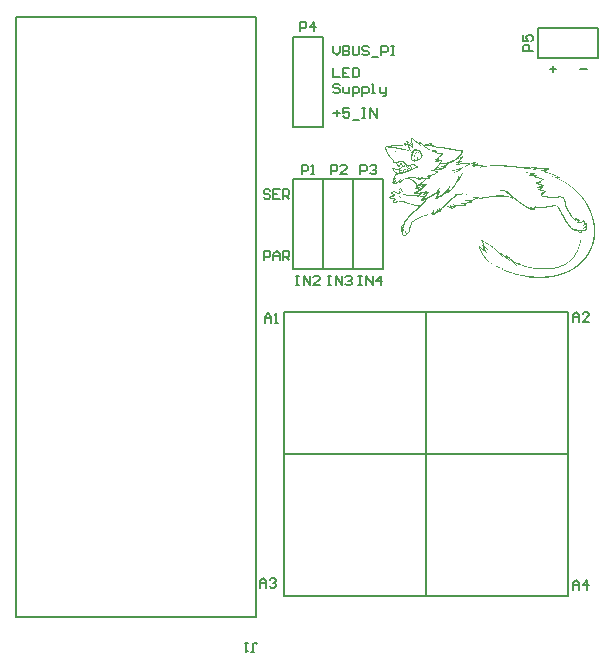
<source format=gto>
G04*
G04 #@! TF.GenerationSoftware,Altium Limited,Altium Designer,21.5.1 (32)*
G04*
G04 Layer_Color=65535*
%FSLAX44Y44*%
%MOMM*%
G71*
G04*
G04 #@! TF.SameCoordinates,A6E62D76-81F8-4FAA-A2E2-D8AED4B4A1C6*
G04*
G04*
G04 #@! TF.FilePolarity,Positive*
G04*
G01*
G75*
%ADD10C,0.1500*%
%ADD11C,0.2000*%
%ADD12C,0.1524*%
G36*
X338033Y407535D02*
X338353Y407535D01*
X338353Y407375D01*
X338513D01*
Y407215D01*
X338833D01*
Y407055D01*
X338993D01*
Y406895D01*
X339153D01*
Y406735D01*
X339473D01*
Y406575D01*
X339633Y406575D01*
Y406415D01*
X339793D01*
Y406255D01*
X339953D01*
Y406095D01*
X340273D01*
X340273Y405935D01*
X340433D01*
Y405775D01*
X340592D01*
Y405616D01*
X340752D01*
Y405456D01*
X340912D01*
Y405296D01*
X341232D01*
Y405136D01*
X341392Y405136D01*
Y404976D01*
X341552D01*
Y404816D01*
X341712Y404816D01*
X341712Y404656D01*
X341872D01*
Y404496D01*
X342032D01*
Y404336D01*
X342352D01*
Y404176D01*
X342512D01*
X342512Y404016D01*
X342672D01*
Y403856D01*
X342832D01*
Y403696D01*
X342991Y403696D01*
Y403536D01*
X343152D01*
Y403376D01*
X343311D01*
Y403217D01*
X343471D01*
Y403057D01*
X343631D01*
X343631Y402897D01*
X343951D01*
Y402737D01*
X344271D01*
Y402897D01*
Y403057D01*
X344111D01*
Y403217D01*
Y403376D01*
Y403536D01*
X343951D01*
Y403696D01*
X343951Y403856D01*
X343951Y404016D01*
X343951Y404176D01*
Y404336D01*
X344111D01*
Y404496D01*
X344751D01*
Y404336D01*
X344911D01*
Y404176D01*
X345231D01*
Y404016D01*
X345391D01*
Y403856D01*
X345550D01*
Y403696D01*
X345710D01*
Y403536D01*
X345870D01*
Y403376D01*
X346030D01*
Y403217D01*
X346190D01*
Y403057D01*
X346350D01*
Y402897D01*
X346510D01*
Y402737D01*
X346670D01*
Y402577D01*
X346830D01*
Y402417D01*
X346990D01*
Y402257D01*
X347150D01*
Y402097D01*
X347310Y402097D01*
X347310Y401937D01*
X347470D01*
Y401777D01*
X347790D01*
Y401617D01*
X348589D01*
Y401777D01*
X348909D01*
Y401937D01*
X349389D01*
Y402097D01*
X349869D01*
X349869Y402257D01*
X350509D01*
Y402417D01*
X350988D01*
Y402577D01*
X351628D01*
Y402737D01*
X352108D01*
Y402897D01*
X352588D01*
Y403057D01*
X353228D01*
Y403217D01*
X353707D01*
Y403376D01*
X354187D01*
Y403536D01*
X354667D01*
X354667Y403696D01*
X354987D01*
Y403536D01*
X355307D01*
Y403376D01*
X355467Y403377D01*
Y403217D01*
Y403057D01*
X355467Y402897D01*
X355307D01*
Y402737D01*
X355147D01*
Y402577D01*
X354987D01*
Y402417D01*
X354827D01*
Y402257D01*
X354667D01*
X354667Y402097D01*
X354507D01*
Y401937D01*
X354347D01*
Y401777D01*
X355307D01*
Y401937D01*
X356426D01*
Y401777D01*
X356586D01*
Y401617D01*
Y401457D01*
Y401297D01*
Y401137D01*
Y400977D01*
X356426D01*
Y400817D01*
X356906D01*
Y400977D01*
X357386Y400977D01*
Y401137D01*
X358506D01*
X358506Y400977D01*
Y400817D01*
X358665D01*
Y400658D01*
X358506D01*
Y400498D01*
X358506Y400338D01*
X358346D01*
Y400178D01*
X358186D01*
Y400018D01*
X358506D01*
X358506Y399858D01*
X360585D01*
X360585Y400018D01*
X361384D01*
Y399858D01*
X363464D01*
Y399698D01*
X364903D01*
Y399538D01*
X366183D01*
Y399378D01*
X367142D01*
Y399218D01*
X368102D01*
Y399058D01*
X369061D01*
Y398898D01*
X370021D01*
X370021Y398738D01*
X370821D01*
Y398578D01*
X371780D01*
X371780Y398418D01*
X372740D01*
Y398258D01*
X373540D01*
Y398098D01*
X374499D01*
Y397938D01*
X375459D01*
Y397779D01*
X376418D01*
X376418Y397619D01*
X377538D01*
Y397459D01*
X378658D01*
Y397299D01*
X379777D01*
Y397139D01*
X380577D01*
X380577Y396979D01*
X380897D01*
Y396819D01*
X381057D01*
Y396659D01*
X381217D01*
Y396499D01*
Y396339D01*
Y396179D01*
Y396019D01*
Y395859D01*
X381057D01*
Y395699D01*
Y395540D01*
X380897D01*
Y395379D01*
Y395220D01*
X380737D01*
X380737Y395060D01*
X380737Y394900D01*
X380577D01*
X380577Y394740D01*
Y394580D01*
X380417D01*
Y394420D01*
Y394260D01*
X380257D01*
Y394100D01*
X380097D01*
Y393940D01*
Y393780D01*
X379937D01*
Y393620D01*
Y393460D01*
X379777D01*
Y393300D01*
X379617D01*
Y393140D01*
Y392980D01*
X379457D01*
Y392821D01*
X379297D01*
X379297Y392661D01*
Y392501D01*
X379137D01*
Y392341D01*
X378978D01*
Y392181D01*
X378818D01*
Y392021D01*
X378658D01*
Y391861D01*
Y391701D01*
X378498D01*
Y391541D01*
X378338D01*
Y391381D01*
X378178D01*
Y391221D01*
X378018D01*
Y391061D01*
X377858D01*
Y390901D01*
X377698D01*
Y390741D01*
Y390581D01*
X377858Y390582D01*
X377858Y390741D01*
X378178D01*
Y390901D01*
X378658D01*
Y391061D01*
X378978D01*
Y391221D01*
X379297D01*
Y391381D01*
X379777Y391381D01*
Y391541D01*
X380097D01*
Y391701D01*
X380417D01*
Y391861D01*
X380577D01*
Y392021D01*
X381217D01*
Y391861D01*
X381377D01*
Y391701D01*
Y391541D01*
Y391381D01*
X381217Y391381D01*
Y391221D01*
Y391061D01*
X381057D01*
Y390901D01*
X380897D01*
Y390741D01*
X380737D01*
Y390581D01*
X380577Y390582D01*
Y390421D01*
X380417D01*
Y390262D01*
X380257D01*
Y390102D01*
Y389942D01*
X380097D01*
Y389782D01*
X379937D01*
Y389622D01*
X379777D01*
Y389462D01*
X379617D01*
Y389302D01*
X379457D01*
Y389142D01*
X379297D01*
Y388982D01*
X379137D01*
X379137Y388822D01*
X378978Y388822D01*
Y388662D01*
X378818D01*
Y388502D01*
X378658D01*
Y388342D01*
X378498D01*
Y388182D01*
X378498Y388022D01*
X378658D01*
Y388182D01*
X379137D01*
X379137Y388342D01*
X380097D01*
Y388182D01*
Y388022D01*
X380257D01*
Y387863D01*
X380097D01*
Y387703D01*
Y387543D01*
X379937D01*
Y387383D01*
X379617D01*
Y387223D01*
X379457D01*
Y387063D01*
X379297D01*
Y386903D01*
X378978D01*
Y386743D01*
X378818D01*
Y386583D01*
X378658D01*
Y386423D01*
X378338D01*
Y386263D01*
X378018D01*
X378018Y386103D01*
X377858Y386103D01*
Y385943D01*
X377538D01*
Y385783D01*
X378498D01*
Y385943D01*
X379617D01*
Y386103D01*
X380897D01*
Y386263D01*
X382816D01*
Y386423D01*
X385055D01*
Y386583D01*
X386495D01*
Y386743D01*
X386974D01*
Y386903D01*
X387294D01*
Y386743D01*
X387454D01*
Y386583D01*
X387614D01*
Y386423D01*
Y386263D01*
Y386103D01*
Y385943D01*
X387454D01*
Y385783D01*
X387934Y385783D01*
Y385943D01*
X388254D01*
Y386103D01*
X388574Y386103D01*
Y386263D01*
X388894D01*
Y386423D01*
X389213D01*
Y386583D01*
X389533D01*
Y386743D01*
X390013D01*
Y386903D01*
X390333D01*
Y387063D01*
X390653D01*
Y387223D01*
X390973D01*
Y387383D01*
X391293Y387383D01*
Y387543D01*
X391772D01*
Y387703D01*
X392252D01*
Y387543D01*
X392412D01*
Y387383D01*
X392572D01*
X392572Y387223D01*
Y387063D01*
Y386903D01*
X392412D01*
Y386743D01*
X392252D01*
Y386583D01*
X392092D01*
Y386423D01*
X391932D01*
Y386263D01*
X391772D01*
Y386103D01*
X391613Y386103D01*
Y385943D01*
X391453D01*
Y385783D01*
X391293D01*
Y385623D01*
X391133D01*
Y385463D01*
X391613D01*
Y385623D01*
X392092D01*
Y385783D01*
X392732D01*
Y385943D01*
X393692D01*
Y385783D01*
X393852Y385783D01*
Y385623D01*
X394012D01*
Y385463D01*
Y385303D01*
X393852D01*
Y385144D01*
X393692D01*
Y384984D01*
X393532D01*
Y384824D01*
X393372D01*
Y384664D01*
X393212D01*
Y384504D01*
X393532D01*
Y384664D01*
X393852D01*
Y384504D01*
X394012D01*
X394012Y384664D01*
X395771Y384664D01*
Y384504D01*
X397530D01*
Y384344D01*
X398330D01*
Y384184D01*
X398650D01*
Y384024D01*
Y383864D01*
X398810D01*
Y383704D01*
X398970D01*
Y383544D01*
X399609D01*
Y383704D01*
X400569D01*
Y383864D01*
X401689D01*
Y384024D01*
X402968Y384024D01*
Y384184D01*
X404408D01*
Y384344D01*
X406967D01*
Y384504D01*
X414324D01*
Y384344D01*
X418162D01*
Y384184D01*
X420881D01*
Y384024D01*
X422800D01*
Y383864D01*
X424560D01*
Y383704D01*
X425999D01*
Y383544D01*
X427279D01*
Y383384D01*
X428398D01*
Y383224D01*
X429518D01*
Y383064D01*
X432877D01*
Y383224D01*
X434636D01*
Y383384D01*
X435915D01*
X435915Y383224D01*
X436075D01*
Y383064D01*
Y382904D01*
Y382744D01*
X436235D01*
Y382584D01*
X436715D01*
Y382744D01*
X437195D01*
Y382904D01*
X437355D01*
Y382744D01*
X437675D01*
Y382584D01*
X437835Y382584D01*
Y382425D01*
X437994D01*
Y382265D01*
X438634D01*
Y382425D01*
X439114D01*
Y382584D01*
X439914Y382584D01*
Y382744D01*
X440873D01*
Y382904D01*
X441993D01*
Y383064D01*
X443752D01*
Y382904D01*
X443912Y382904D01*
Y382744D01*
X444072D01*
Y382584D01*
Y382425D01*
X443912D01*
X443912Y382265D01*
Y382105D01*
X444072D01*
Y381945D01*
X444232D01*
Y382105D01*
X445352D01*
Y382265D01*
X450789D01*
Y382105D01*
X452549D01*
Y381945D01*
X453668D01*
Y381785D01*
X453828D01*
Y381625D01*
X453988Y381625D01*
Y381465D01*
Y381305D01*
Y381145D01*
Y380985D01*
X453828D01*
Y380825D01*
X453029D01*
X453029Y380665D01*
X452389D01*
Y380505D01*
Y380345D01*
X452549D01*
Y380186D01*
Y380025D01*
Y379866D01*
Y379706D01*
X452389D01*
Y379546D01*
X452069D01*
Y379386D01*
X451749D01*
Y379226D01*
X451269D01*
X451269Y379066D01*
X450950Y379066D01*
Y378906D01*
X450789D01*
Y378746D01*
X451589Y378746D01*
Y378586D01*
X452549D01*
Y378426D01*
X453349D01*
Y378266D01*
X453988D01*
Y378106D01*
X454628D01*
Y377946D01*
X455108D01*
Y377786D01*
X455588D01*
Y377626D01*
X456068D01*
Y377467D01*
X456547Y377467D01*
Y377307D01*
X457027D01*
Y377147D01*
X457347D01*
Y376987D01*
X457827D01*
X457827Y376827D01*
X458147D01*
Y376667D01*
X458627D01*
Y376507D01*
X458946D01*
Y376347D01*
X459266D01*
Y376187D01*
X459586D01*
Y376027D01*
X459906Y376027D01*
Y375867D01*
X460226D01*
Y375707D01*
X460546D01*
Y375547D01*
X460866D01*
Y375387D01*
X461185D01*
Y375227D01*
X461505D01*
Y375067D01*
X461825D01*
Y374907D01*
X462145D01*
Y374748D01*
X462305D01*
Y374588D01*
X462625D01*
Y374428D01*
X462945D01*
Y374268D01*
X463105Y374268D01*
Y374108D01*
X463265D01*
Y373948D01*
Y373788D01*
Y373628D01*
X463105D01*
Y373468D01*
X462945D01*
Y373308D01*
X462625D01*
Y373468D01*
X461505D01*
Y373308D01*
X461825D01*
X461825Y373148D01*
X462145Y373148D01*
Y372988D01*
X462465D01*
X462465Y372828D01*
X462785D01*
Y372668D01*
X463105D01*
Y372509D01*
X463425D01*
Y372349D01*
X463745D01*
X463745Y372189D01*
X464064D01*
Y372029D01*
X464384D01*
Y371869D01*
X464704D01*
Y371709D01*
X465024D01*
Y371549D01*
X465344D01*
Y371389D01*
X465664D01*
Y371229D01*
X465984D01*
Y371069D01*
X466144D01*
Y370909D01*
X466463D01*
Y370749D01*
X466783D01*
Y370589D01*
X467103D01*
Y370429D01*
X467263D01*
Y370269D01*
X467583D01*
Y370109D01*
X467903Y370109D01*
Y369949D01*
X468063D01*
Y369790D01*
X468383D01*
Y369630D01*
X468543D01*
Y369470D01*
X468862Y369470D01*
Y369310D01*
X469022D01*
Y369150D01*
X469342D01*
Y368990D01*
X469502D01*
Y368830D01*
X469822D01*
Y368670D01*
X469982D01*
Y368510D01*
X470302D01*
Y368350D01*
X470462Y368350D01*
Y368190D01*
X470782D01*
X470782Y368030D01*
X470942D01*
Y367870D01*
X471262D01*
Y367710D01*
X471422D01*
Y367550D01*
X471741Y367550D01*
Y367391D01*
X471901D01*
Y367230D01*
X472061D01*
Y367071D01*
X472381D01*
Y366911D01*
X472541D01*
X472541Y366751D01*
X472701Y366751D01*
Y366591D01*
X473021D01*
Y366431D01*
X473181D01*
Y366271D01*
X473341D01*
Y366111D01*
X473661D01*
X473661Y365951D01*
X473821D01*
Y365791D01*
X473980D01*
Y365631D01*
X474140D01*
Y365471D01*
X474460D01*
Y365311D01*
X474620D01*
Y365151D01*
X474780D01*
Y364991D01*
X474940D01*
X474940Y364832D01*
X475100D01*
X475100Y364672D01*
X475420D01*
Y364512D01*
X475580D01*
Y364352D01*
X475740D01*
Y364192D01*
X475900D01*
Y364032D01*
X476060D01*
Y363872D01*
X476220Y363872D01*
Y363712D01*
X476539D01*
Y363552D01*
X476699D01*
Y363392D01*
X476859D01*
Y363232D01*
X477019D01*
Y363072D01*
X477179D01*
Y362912D01*
X477339D01*
Y362752D01*
X477499Y362752D01*
Y362592D01*
X477659D01*
Y362432D01*
X477819D01*
Y362272D01*
X477979D01*
Y362113D01*
X478139D01*
Y361953D01*
X478299D01*
X478299Y361793D01*
X478459D01*
Y361633D01*
X478619D01*
Y361473D01*
X478779D01*
Y361313D01*
X478939D01*
Y361153D01*
X479099D01*
Y360993D01*
X479258Y360993D01*
Y360833D01*
X479418D01*
Y360673D01*
X479578D01*
Y360513D01*
X479738D01*
X479738Y360353D01*
X479898D01*
Y360193D01*
X480058D01*
X480058Y360033D01*
X480218D01*
Y359873D01*
X480378D01*
Y359714D01*
X480538D01*
Y359553D01*
X480698D01*
Y359394D01*
X480858D01*
Y359234D01*
X481018D01*
Y359074D01*
Y358914D01*
X481178D01*
Y358754D01*
X481338D01*
Y358594D01*
X481498Y358594D01*
Y358434D01*
X481657D01*
Y358274D01*
X481818Y358274D01*
Y358114D01*
Y357954D01*
X481977D01*
X481977Y357794D01*
X482137D01*
Y357634D01*
X482297D01*
Y357474D01*
X482457D01*
Y357314D01*
X482617D01*
Y357154D01*
Y356995D01*
X482777D01*
Y356835D01*
X482937D01*
Y356675D01*
X483097D01*
Y356515D01*
Y356355D01*
X483257D01*
Y356195D01*
X483417D01*
Y356035D01*
X483577D01*
Y355875D01*
Y355715D01*
X483737D01*
Y355555D01*
X483897Y355555D01*
Y355395D01*
X484057Y355395D01*
Y355235D01*
X484057Y355075D01*
X484216D01*
Y354915D01*
X484376D01*
Y354755D01*
Y354595D01*
X484536D01*
Y354436D01*
X484696D01*
Y354276D01*
Y354116D01*
X484856D01*
Y353956D01*
X485016D01*
Y353796D01*
Y353636D01*
X485176D01*
Y353476D01*
X485336D01*
Y353316D01*
Y353156D01*
X485496D01*
Y352996D01*
X485656Y352996D01*
Y352836D01*
Y352676D01*
X485816D01*
Y352516D01*
X485976D01*
Y352356D01*
X485976Y352196D01*
X486136D01*
Y352036D01*
Y351876D01*
X486296D01*
Y351717D01*
X486456D01*
Y351557D01*
Y351397D01*
X486616D01*
Y351237D01*
Y351077D01*
X486776D01*
Y350917D01*
Y350757D01*
X486935D01*
Y350597D01*
X487095D01*
Y350437D01*
Y350277D01*
X487255D01*
Y350117D01*
Y349957D01*
X487415D01*
Y349797D01*
Y349637D01*
X487575D01*
Y349477D01*
Y349318D01*
X487735D01*
Y349158D01*
Y348998D01*
X487895D01*
Y348838D01*
X487895Y348678D01*
X488055D01*
Y348518D01*
Y348358D01*
X488215D01*
Y348198D01*
Y348038D01*
X488375D01*
Y347878D01*
Y347718D01*
X488535D01*
Y347558D01*
Y347398D01*
X488695D01*
Y347238D01*
Y347078D01*
X488855D01*
Y346918D01*
Y346758D01*
X489015D01*
Y346599D01*
Y346439D01*
Y346279D01*
X489175D01*
Y346119D01*
Y345959D01*
X489334D01*
Y345799D01*
Y345639D01*
X489494D01*
Y345479D01*
Y345319D01*
Y345159D01*
X489654D01*
Y344999D01*
Y344839D01*
X489814D01*
X489814Y344679D01*
Y344519D01*
Y344359D01*
X489974D01*
Y344199D01*
Y344040D01*
X490134Y344039D01*
X490134Y343880D01*
X490134Y343720D01*
Y343560D01*
X490294D01*
Y343400D01*
Y343240D01*
Y343080D01*
X490454D01*
Y342920D01*
Y342760D01*
Y342600D01*
X490614D01*
Y342440D01*
Y342280D01*
Y342120D01*
X490774D01*
Y341960D01*
Y341800D01*
Y341641D01*
X490934D01*
Y341481D01*
Y341321D01*
Y341161D01*
X491094D01*
Y341001D01*
Y340841D01*
Y340681D01*
X491254D01*
Y340521D01*
Y340361D01*
Y340201D01*
Y340041D01*
X491414D01*
Y339881D01*
Y339721D01*
Y339561D01*
X491574D01*
Y339401D01*
Y339241D01*
Y339081D01*
X491574Y338922D01*
X491734D01*
Y338762D01*
Y338602D01*
Y338442D01*
Y338282D01*
X491894D01*
Y338122D01*
Y337962D01*
Y337802D01*
Y337642D01*
X492053D01*
Y337482D01*
Y337322D01*
Y337162D01*
Y337002D01*
X492213D01*
Y336842D01*
Y336682D01*
Y336522D01*
Y336362D01*
Y336203D01*
X492373D01*
X492373Y336043D01*
X492373Y335883D01*
Y335723D01*
Y335563D01*
Y335403D01*
X492533D01*
Y335243D01*
Y335083D01*
Y334923D01*
Y334763D01*
Y334603D01*
Y334443D01*
Y334283D01*
X492693D01*
Y334123D01*
Y333964D01*
Y333803D01*
Y333644D01*
Y333484D01*
Y333324D01*
Y333164D01*
X492853D01*
Y333004D01*
Y332844D01*
Y332684D01*
Y332524D01*
Y332364D01*
Y332204D01*
Y332044D01*
Y331884D01*
Y331724D01*
X493013D01*
Y331564D01*
X493013Y331404D01*
X493013Y331245D01*
Y331085D01*
X493013Y330925D01*
Y330765D01*
X493013Y330605D01*
Y330445D01*
Y330285D01*
Y330125D01*
Y329965D01*
Y329805D01*
Y329645D01*
Y329485D01*
X493013Y329325D01*
Y329165D01*
X493013Y329005D01*
Y328845D01*
X493013Y328686D01*
X493013Y328526D01*
X493013Y328366D01*
X493013Y328206D01*
X493013Y328046D01*
X493013Y327886D01*
X493013Y327726D01*
X493013Y327566D01*
Y327406D01*
X493013Y327246D01*
X493013Y327086D01*
Y326926D01*
X493013Y326766D01*
Y326606D01*
X493013Y326446D01*
X493013Y326287D01*
X493013Y326127D01*
Y325967D01*
Y325807D01*
Y325647D01*
Y325487D01*
Y325327D01*
X493013Y325167D01*
X493013Y325007D01*
X492853D01*
Y324847D01*
Y324687D01*
Y324527D01*
Y324367D01*
Y324207D01*
Y324047D01*
Y323887D01*
Y323727D01*
Y323568D01*
X492693D01*
Y323408D01*
Y323248D01*
Y323088D01*
Y322928D01*
Y322768D01*
Y322608D01*
Y322448D01*
X492533D01*
Y322288D01*
Y322128D01*
Y321968D01*
Y321808D01*
Y321648D01*
Y321488D01*
X492373D01*
Y321328D01*
Y321169D01*
X492373Y321008D01*
X492373Y320849D01*
X492373Y320689D01*
X492213D01*
Y320529D01*
Y320369D01*
Y320209D01*
Y320049D01*
Y319889D01*
X492053D01*
Y319729D01*
Y319569D01*
Y319409D01*
Y319249D01*
X491894D01*
Y319089D01*
Y318929D01*
Y318769D01*
X491734D01*
Y318610D01*
Y318449D01*
Y318290D01*
Y318130D01*
X491574D01*
Y317970D01*
Y317810D01*
Y317650D01*
X491414D01*
Y317490D01*
Y317330D01*
Y317170D01*
Y317010D01*
X491254D01*
Y316850D01*
Y316690D01*
Y316530D01*
X491094D01*
Y316370D01*
Y316210D01*
Y316050D01*
X490934D01*
Y315891D01*
Y315731D01*
X490774D01*
Y315571D01*
Y315411D01*
Y315251D01*
X490614D01*
Y315091D01*
Y314931D01*
Y314771D01*
X490454D01*
Y314611D01*
Y314451D01*
X490294D01*
Y314291D01*
Y314131D01*
Y313971D01*
X490134D01*
Y313811D01*
Y313651D01*
X489974D01*
Y313491D01*
Y313332D01*
X489814D01*
Y313172D01*
Y313012D01*
X489654D01*
Y312852D01*
Y312692D01*
X489494D01*
Y312532D01*
Y312372D01*
Y312212D01*
X489334D01*
X489334Y312052D01*
Y311892D01*
X489175D01*
Y311732D01*
Y311572D01*
X489015D01*
Y311412D01*
X488855D01*
Y311252D01*
Y311092D01*
X488695D01*
Y310932D01*
Y310772D01*
X488535D01*
Y310613D01*
Y310453D01*
X488375D01*
Y310293D01*
Y310133D01*
X488215D01*
X488215Y309973D01*
Y309813D01*
X488055D01*
Y309653D01*
X487895D01*
Y309493D01*
Y309333D01*
X487735D01*
Y309173D01*
Y309013D01*
X487575D01*
X487575Y308853D01*
X487415D01*
Y308693D01*
Y308533D01*
X487255D01*
Y308373D01*
X487095D01*
Y308214D01*
Y308054D01*
X486935D01*
Y307894D01*
X486776D01*
Y307734D01*
Y307574D01*
X486616D01*
Y307414D01*
X486456D01*
Y307254D01*
Y307094D01*
X486296D01*
Y306934D01*
X486136D01*
Y306774D01*
X485976D01*
Y306614D01*
Y306454D01*
X485816D01*
Y306294D01*
X485656D01*
Y306134D01*
X485496Y306134D01*
Y305974D01*
Y305814D01*
X485336D01*
Y305655D01*
X485176D01*
Y305495D01*
X485016Y305495D01*
Y305335D01*
Y305175D01*
X484856D01*
Y305015D01*
X484696D01*
Y304855D01*
X484536D01*
Y304695D01*
X484376D01*
Y304535D01*
X484216D01*
Y304375D01*
Y304215D01*
X484057D01*
X484057Y304055D01*
X483897D01*
Y303895D01*
X483737D01*
Y303735D01*
X483577D01*
Y303575D01*
X483417D01*
Y303415D01*
X483257D01*
Y303256D01*
X483097D01*
Y303095D01*
X482937D01*
Y302936D01*
X482777D01*
Y302776D01*
X482617D01*
Y302616D01*
X482457D01*
Y302456D01*
X482297D01*
Y302296D01*
X482137D01*
Y302136D01*
X481977D01*
X481977Y301976D01*
X481818D01*
Y301816D01*
X481657D01*
Y301656D01*
X481498D01*
Y301496D01*
X481338Y301496D01*
Y301336D01*
X481178D01*
Y301176D01*
X481018Y301176D01*
Y301016D01*
X480858D01*
Y300856D01*
X480698D01*
Y300696D01*
X480538D01*
Y300536D01*
X480378D01*
Y300377D01*
X480218D01*
Y300217D01*
X479898Y300217D01*
X479898Y300057D01*
X479738D01*
Y299897D01*
X479578Y299897D01*
Y299737D01*
X479418D01*
Y299577D01*
X479258D01*
Y299417D01*
X478939D01*
Y299257D01*
X478779D01*
Y299097D01*
X478619D01*
Y298937D01*
X478459D01*
Y298777D01*
X478139D01*
X478139Y298617D01*
X477979D01*
Y298457D01*
X477819D01*
Y298297D01*
X477499D01*
Y298137D01*
X477339D01*
Y297978D01*
X477019D01*
Y297818D01*
X476859D01*
Y297658D01*
X476699D01*
Y297498D01*
X476380D01*
X476380Y297338D01*
X476220D01*
Y297178D01*
X475900Y297178D01*
Y297018D01*
X475740Y297018D01*
Y296858D01*
X475420D01*
Y296698D01*
X475100Y296698D01*
X475100Y296538D01*
X474940D01*
Y296378D01*
X474620D01*
Y296218D01*
X474460D01*
Y296058D01*
X474140Y296058D01*
Y295898D01*
X473821D01*
Y295738D01*
X473661D01*
Y295578D01*
X473341Y295578D01*
Y295418D01*
X473021D01*
Y295259D01*
X472701D01*
X472701Y295099D01*
X472381D01*
Y294939D01*
X472061D01*
Y294779D01*
X471741D01*
Y294619D01*
X471422Y294619D01*
Y294459D01*
X471102D01*
Y294299D01*
X470782D01*
Y294139D01*
X470462D01*
Y293979D01*
X470142D01*
Y293819D01*
X469822D01*
Y293659D01*
X469502D01*
X469502Y293499D01*
X469022D01*
Y293339D01*
X468703D01*
Y293179D01*
X468383D01*
Y293019D01*
X467903D01*
Y292859D01*
X467583Y292859D01*
Y292700D01*
X467103D01*
Y292540D01*
X466783D01*
Y292380D01*
X466303D01*
Y292220D01*
X465824D01*
Y292060D01*
X465344D01*
Y291900D01*
X464864D01*
Y291740D01*
X464384D01*
Y291580D01*
X463904D01*
Y291420D01*
X463425Y291420D01*
Y291260D01*
X462785D01*
Y291100D01*
X462305D01*
Y290940D01*
X461665D01*
Y290780D01*
X461026D01*
Y290620D01*
X460386D01*
X460386Y290460D01*
X459586D01*
Y290301D01*
X458946D01*
Y290141D01*
X458147D01*
Y289981D01*
X457187D01*
Y289821D01*
X456227D01*
Y289661D01*
X455268D01*
Y289501D01*
X453988D01*
X453988Y289341D01*
X452549D01*
Y289181D01*
X450470D01*
Y289021D01*
X440394D01*
Y289181D01*
X439914D01*
X439914Y289021D01*
X439434Y289021D01*
Y289181D01*
X439114D01*
Y289341D01*
X438954D01*
Y289181D01*
X438794D01*
Y289341D01*
X438634D01*
Y289181D01*
X437994D01*
Y289341D01*
X436875D01*
Y289501D01*
X436235D01*
Y289661D01*
X435435D01*
X435435Y289821D01*
Y289981D01*
X433516D01*
Y290141D01*
Y290301D01*
X431917D01*
Y290460D01*
Y290620D01*
X430317D01*
Y290780D01*
Y290940D01*
X429038D01*
Y291100D01*
Y291260D01*
X427758D01*
Y291420D01*
Y291580D01*
X426479D01*
Y291740D01*
Y291900D01*
X425200D01*
Y292060D01*
Y292220D01*
X424240D01*
X424240Y292380D01*
Y292540D01*
X423280D01*
Y292700D01*
Y292859D01*
X422321D01*
Y293019D01*
Y293179D01*
X421361D01*
Y293339D01*
Y293499D01*
X420401D01*
X420401Y293659D01*
Y293819D01*
X419442D01*
X419442Y293979D01*
Y294139D01*
X418482D01*
Y294299D01*
Y294459D01*
X417842D01*
Y294619D01*
Y294779D01*
X416883D01*
Y294939D01*
X416883Y295099D01*
X415923D01*
Y295259D01*
X415763D01*
Y295418D01*
X415283D01*
Y295578D01*
X415123Y295578D01*
Y295738D01*
X414644Y295738D01*
Y295898D01*
X414484Y295898D01*
Y296058D01*
X414004Y296058D01*
Y296218D01*
X413844D01*
Y296378D01*
X413364Y296378D01*
Y296538D01*
X413204D01*
Y296698D01*
X412724Y296698D01*
X412724Y296858D01*
X412564D01*
Y297018D01*
X412085D01*
Y297178D01*
X411925Y297178D01*
Y297338D01*
X411445D01*
Y297498D01*
X411285D01*
Y297658D01*
X410805D01*
Y297818D01*
X410645D01*
Y297978D01*
X410165D01*
Y298137D01*
X410005D01*
Y298297D01*
X409526D01*
Y298457D01*
X409366D01*
Y298617D01*
X409046D01*
Y298777D01*
X408886D01*
Y298937D01*
X408406D01*
Y299097D01*
X408246D01*
X408246Y299257D01*
X407766D01*
Y299417D01*
X407926D01*
Y299577D01*
X407286D01*
Y299737D01*
Y299897D01*
X406967Y299897D01*
Y300057D01*
Y300217D01*
X406327Y300217D01*
Y300377D01*
Y300536D01*
X405687D01*
Y300696D01*
Y300856D01*
X405367D01*
Y301016D01*
Y301176D01*
X405047D01*
Y301336D01*
Y301496D01*
X404408D01*
X404408Y301656D01*
X404408Y301816D01*
X403768D01*
Y301976D01*
X403768Y302136D01*
X403288D01*
Y302296D01*
X403128D01*
Y302456D01*
X402968D01*
Y302616D01*
X402808D01*
Y302776D01*
X402648D01*
Y302936D01*
X402488D01*
Y303095D01*
X402328D01*
Y303256D01*
X402169D01*
Y303415D01*
X402009D01*
Y303575D01*
X401849D01*
Y303735D01*
X401689D01*
Y303895D01*
X401529D01*
Y304055D01*
X401369Y304055D01*
Y304215D01*
X401209D01*
Y304375D01*
X401049D01*
Y304535D01*
X400889D01*
Y304695D01*
X400729D01*
Y304855D01*
X400569D01*
Y305015D01*
X400409D01*
Y305175D01*
X400249D01*
Y305335D01*
X400089D01*
Y305495D01*
X399929Y305495D01*
Y305655D01*
X399769D01*
Y305814D01*
X399609Y305814D01*
X399609Y305974D01*
X399450D01*
Y306134D01*
X399290Y306134D01*
X399290Y306294D01*
X399290Y306454D01*
X399130D01*
Y306614D01*
X398970D01*
Y306774D01*
Y306934D01*
X398810D01*
Y307094D01*
X398650D01*
Y307254D01*
X398490D01*
Y307414D01*
X398330D01*
Y307574D01*
Y307734D01*
X398170D01*
X398170Y307894D01*
X398010D01*
Y308054D01*
Y308214D01*
Y308373D01*
X397850D01*
X397850Y308533D01*
X397690D01*
Y308693D01*
Y308853D01*
X397530D01*
Y309013D01*
X397370D01*
Y309173D01*
Y309333D01*
X397210D01*
Y309493D01*
X397051D01*
Y309653D01*
Y309813D01*
Y309973D01*
Y310133D01*
Y310293D01*
Y310453D01*
X396731D01*
X396731Y310613D01*
Y310772D01*
Y310932D01*
Y311092D01*
X396411D01*
Y311252D01*
X396411Y311412D01*
Y311572D01*
X396251D01*
Y311732D01*
X396091D01*
Y311892D01*
Y312052D01*
Y312212D01*
X395931D01*
X395931Y312372D01*
X395771D01*
Y312532D01*
Y312692D01*
Y312852D01*
X395611D01*
Y313012D01*
X395451D01*
Y313172D01*
Y313332D01*
Y313491D01*
X395291D01*
Y313651D01*
X395131D01*
Y313811D01*
Y313971D01*
Y314131D01*
Y314291D01*
Y314451D01*
X394971D01*
Y314611D01*
X394811D01*
Y314771D01*
Y314931D01*
Y315091D01*
X394651D01*
Y315251D01*
Y315411D01*
X394811D01*
Y315571D01*
X394971D01*
Y315731D01*
X395291D01*
Y315571D01*
X395611D01*
Y315411D01*
X395771D01*
Y315251D01*
X395931D01*
Y315091D01*
X396091D01*
Y314931D01*
X396251D01*
Y314771D01*
X396411D01*
X396411Y314611D01*
X396571D01*
Y314451D01*
X396731Y314451D01*
Y314291D01*
X396890D01*
Y314131D01*
X397051D01*
Y313971D01*
X397210D01*
Y313811D01*
X397370D01*
Y313651D01*
X398010D01*
Y313491D01*
X398330D01*
Y313332D01*
X398490D01*
Y313172D01*
X398650D01*
Y313012D01*
X398810D01*
Y312852D01*
X399130D01*
Y313012D01*
X398970D01*
Y313172D01*
X398810D01*
Y313332D01*
Y313491D01*
X398650D01*
Y313651D01*
X398490D01*
Y313811D01*
Y313971D01*
X398330D01*
Y314131D01*
Y314291D01*
Y314451D01*
Y314611D01*
Y314771D01*
Y314931D01*
X398010D01*
Y315091D01*
Y315251D01*
X397690D01*
Y315411D01*
Y315571D01*
Y315731D01*
Y315891D01*
X397370Y315891D01*
Y316050D01*
Y316210D01*
Y316370D01*
X397210D01*
Y316530D01*
Y316690D01*
Y316850D01*
X397370D01*
X397370Y317010D01*
X397690D01*
Y317170D01*
X398010D01*
Y317010D01*
X398330D01*
Y316850D01*
X398490D01*
Y316690D01*
X398650D01*
Y316530D01*
X398810D01*
Y316370D01*
X399130D01*
Y316210D01*
X399290D01*
X399290Y316050D01*
X399450D01*
Y315891D01*
X399609Y315891D01*
Y315731D01*
X399769D01*
Y315571D01*
X400089D01*
Y315411D01*
X400249D01*
Y315251D01*
X400409D01*
Y315091D01*
X400569D01*
Y314931D01*
X400729D01*
Y314771D01*
X400889Y314771D01*
Y314611D01*
Y314451D01*
X401049D01*
Y314291D01*
X401209D01*
Y314131D01*
X401369D01*
Y313971D01*
X401529D01*
Y313811D01*
Y313651D01*
X401689D01*
Y313491D01*
X401849D01*
Y313332D01*
Y313172D01*
X402009D01*
X402009Y313012D01*
X402169D01*
Y312852D01*
X402328D01*
Y312692D01*
X402488D01*
Y312532D01*
X402648D01*
Y312372D01*
Y312212D01*
X402808D01*
Y312052D01*
X402968D01*
Y311892D01*
Y311732D01*
X403128D01*
Y311572D01*
X402808D01*
Y311732D01*
X402648D01*
Y311892D01*
X402488D01*
Y312052D01*
X402328D01*
Y312212D01*
X402169D01*
Y312372D01*
Y312532D01*
X401849D01*
Y312692D01*
X401689D01*
Y312852D01*
X401529D01*
X401529Y313012D01*
X401369D01*
Y313172D01*
X401209D01*
Y313332D01*
X400889D01*
Y313491D01*
X400729D01*
Y313651D01*
X400569D01*
Y313811D01*
X400409D01*
Y313971D01*
X400249D01*
Y314131D01*
X400089D01*
Y314291D01*
X399929D01*
Y314451D01*
X399609D01*
X399609Y314611D01*
X399450D01*
Y314771D01*
X399290Y314771D01*
Y314931D01*
X399130D01*
Y315091D01*
X398810D01*
Y314931D01*
X398970D01*
Y314771D01*
Y314611D01*
X399130D01*
Y314451D01*
Y314291D01*
X399290D01*
Y314131D01*
X399450D01*
Y313971D01*
Y313811D01*
X399609D01*
Y313651D01*
Y313491D01*
X399769D01*
Y313332D01*
X399769Y313172D01*
X399929D01*
Y313012D01*
Y312852D01*
X400089D01*
X400089Y312692D01*
Y312532D01*
X400249D01*
Y312372D01*
X400409D01*
Y312212D01*
Y312052D01*
X400569D01*
Y311892D01*
Y311732D01*
X400729D01*
Y311572D01*
Y311412D01*
X400889D01*
Y311252D01*
X401049D01*
Y311092D01*
X401209D01*
Y310932D01*
X401369D01*
Y310772D01*
Y310613D01*
X401529Y310613D01*
Y310453D01*
X401689D01*
Y310293D01*
X401849Y310293D01*
Y310133D01*
Y309973D01*
X401529D01*
Y310133D01*
X401369D01*
Y310293D01*
X401049D01*
Y310453D01*
X400889D01*
Y310613D01*
X400569D01*
Y310772D01*
X400409D01*
Y310932D01*
X400089D01*
Y311092D01*
X399929D01*
Y311252D01*
X399609D01*
Y311412D01*
X399450D01*
Y311572D01*
X399290D01*
Y311732D01*
X398970D01*
Y311892D01*
X398810D01*
Y312052D01*
X398650D01*
Y312212D01*
X398330D01*
Y312372D01*
X398170D01*
X398170Y312532D01*
X398010D01*
Y312692D01*
X397690D01*
Y312852D01*
X397530D01*
X397530Y313012D01*
X397370D01*
Y313172D01*
X397210D01*
Y313332D01*
X396890D01*
Y313491D01*
X396731D01*
Y313651D01*
X396571D01*
Y313811D01*
X396411D01*
X396411Y313971D01*
X396091D01*
Y314131D01*
X395931D01*
Y313971D01*
Y313811D01*
Y313651D01*
X396091D01*
Y313491D01*
Y313332D01*
X396251D01*
Y313172D01*
Y313012D01*
Y312852D01*
X396411D01*
Y312692D01*
X396411Y312532D01*
X396571D01*
Y312372D01*
X396571Y312212D01*
X396731D01*
Y312052D01*
X396731Y311892D01*
X396890D01*
Y311732D01*
Y311572D01*
X397051D01*
Y311412D01*
Y311252D01*
X397210D01*
Y311092D01*
Y310932D01*
X397370D01*
Y310772D01*
Y310613D01*
X397530D01*
Y310453D01*
Y310293D01*
X397690Y310293D01*
Y310133D01*
X397850D01*
Y309973D01*
Y309813D01*
X398010D01*
Y309653D01*
Y309493D01*
X398170D01*
Y309333D01*
X398330D01*
Y309173D01*
Y309013D01*
X398490D01*
Y308853D01*
Y308693D01*
X398650D01*
Y308533D01*
X398810D01*
Y308373D01*
Y308214D01*
X398970D01*
Y308054D01*
X399130D01*
Y307894D01*
Y307734D01*
X399290D01*
X399290Y307574D01*
X399450D01*
Y307414D01*
X399609D01*
Y307254D01*
Y307094D01*
X399769D01*
Y306934D01*
X399929D01*
Y306774D01*
X400089D01*
Y306614D01*
Y306454D01*
X400249D01*
Y306294D01*
X400409D01*
Y306134D01*
X400569D01*
Y305974D01*
X400729D01*
Y305814D01*
X400889D01*
Y305655D01*
Y305495D01*
X401049D01*
Y305335D01*
X401209D01*
Y305175D01*
X401369D01*
Y305015D01*
X401529Y305015D01*
Y304855D01*
X401689D01*
Y304695D01*
X401849D01*
Y304535D01*
X402009D01*
Y304375D01*
X402169Y304375D01*
Y304215D01*
X402328D01*
Y304055D01*
X402488D01*
Y303895D01*
X402648D01*
Y303735D01*
X402808D01*
Y303575D01*
Y303415D01*
X402968D01*
Y303256D01*
X403128D01*
Y303095D01*
X403288D01*
Y302936D01*
X403608Y302936D01*
Y302776D01*
X403768D01*
Y302616D01*
X403928D01*
Y302456D01*
X404088D01*
Y302296D01*
X404248D01*
Y302136D01*
X404408D01*
X404408Y301976D01*
X404728D01*
Y301816D01*
X404887D01*
Y301656D01*
X405047Y301656D01*
Y301496D01*
X405367D01*
Y301336D01*
X405527D01*
Y301176D01*
X405847D01*
Y301016D01*
X406007D01*
Y300856D01*
X406327D01*
Y300696D01*
X406487D01*
Y300536D01*
X406807D01*
Y300377D01*
X406967D01*
Y300217D01*
X407286Y300217D01*
Y300057D01*
X407606D01*
Y299897D01*
X407926D01*
Y299737D01*
X408246D01*
Y299577D01*
X408566D01*
Y299417D01*
X409046D01*
Y299257D01*
X409526D01*
Y299097D01*
X409846D01*
X409846Y298937D01*
X410325D01*
Y298777D01*
X410805D01*
Y298617D01*
X411285D01*
Y298457D01*
X411765Y298457D01*
Y298297D01*
X411925D01*
Y298137D01*
X412245D01*
Y297978D01*
X412564D01*
Y297818D01*
X413044D01*
Y297658D01*
X413204D01*
Y297818D01*
X413364D01*
Y297658D01*
X413684D01*
Y297498D01*
X414164D01*
Y297338D01*
X414484D01*
Y297178D01*
X414804D01*
Y297018D01*
X415443Y297018D01*
Y296858D01*
X415763D01*
Y296698D01*
X414963D01*
Y296858D01*
X414644D01*
Y297018D01*
X414004D01*
Y297178D01*
X413364Y297178D01*
Y297338D01*
X413204D01*
Y297498D01*
X412564D01*
Y297658D01*
X412245D01*
Y297498D01*
Y297338D01*
X412564D01*
Y297178D01*
X412884D01*
Y297018D01*
X413204D01*
Y296858D01*
X413524D01*
Y296698D01*
X414004D01*
Y296538D01*
X414324D01*
Y296378D01*
X414804D01*
Y296218D01*
X415123D01*
Y296058D01*
X415603Y296058D01*
Y295898D01*
X416083D01*
Y295738D01*
X416563Y295738D01*
Y295578D01*
X416883D01*
X416883Y295418D01*
X417363D01*
Y295259D01*
X417842D01*
Y295099D01*
X418322D01*
X418322Y294939D01*
X418802D01*
Y294779D01*
X419282D01*
Y294619D01*
X419762Y294619D01*
Y294459D01*
X420081D01*
X420081Y294299D01*
X420561D01*
Y294139D01*
X421201D01*
X421201Y293979D01*
X421681D01*
Y293819D01*
X422161D01*
Y293659D01*
X422640D01*
Y293499D01*
X423280D01*
Y293339D01*
X423760D01*
Y293179D01*
X424400D01*
Y293019D01*
X424880D01*
Y292859D01*
X425519D01*
Y292700D01*
X426159D01*
Y292540D01*
X426799Y292540D01*
Y292380D01*
X427439D01*
Y292220D01*
X428078D01*
Y292060D01*
X428878D01*
Y291900D01*
X429518Y291900D01*
Y291740D01*
X430317Y291740D01*
Y291580D01*
X431117D01*
Y291420D01*
X432397D01*
Y291260D01*
X433516D01*
Y291100D01*
X434316D01*
X434316Y290940D01*
X434796D01*
Y290780D01*
X436235D01*
Y290620D01*
X437675D01*
Y290460D01*
X439274D01*
Y290301D01*
X441353D01*
Y290141D01*
X450470D01*
Y290301D01*
X452389D01*
Y290460D01*
X453828Y290460D01*
Y290620D01*
X455108D01*
Y290780D01*
X456227D01*
Y290940D01*
X457187D01*
Y291100D01*
X457987D01*
Y291260D01*
X458786D01*
Y291420D01*
X459586Y291420D01*
Y291580D01*
X460226D01*
Y291740D01*
X461026D01*
Y291900D01*
X461505Y291900D01*
Y292060D01*
X462145D01*
Y292220D01*
X462785D01*
Y292380D01*
X463265D01*
Y292540D01*
X463745Y292540D01*
Y292700D01*
X464224D01*
Y292859D01*
X464864D01*
Y293019D01*
X465344D01*
Y293179D01*
X465664Y293179D01*
Y293339D01*
X466144D01*
Y293499D01*
X466623D01*
Y293659D01*
X466943D01*
Y293819D01*
X467423D01*
Y293979D01*
X467743D01*
X467743Y294139D01*
X468223D01*
Y294299D01*
X468543D01*
X468543Y294459D01*
X469022D01*
Y294619D01*
X469342D01*
Y294779D01*
X469662D01*
Y294939D01*
X469982D01*
X469982Y295099D01*
X470302D01*
Y295259D01*
X470622D01*
Y295418D01*
X470942D01*
Y295578D01*
X471262D01*
Y295738D01*
X471581Y295738D01*
Y295898D01*
X471901Y295898D01*
Y296058D01*
X472221Y296058D01*
X472221Y296218D01*
X472541D01*
X472541Y296378D01*
X472861D01*
Y296538D01*
X473021D01*
Y296698D01*
X473341D01*
Y296858D01*
X473661D01*
Y297018D01*
X473980D01*
Y297178D01*
X474140D01*
Y297338D01*
X474460Y297338D01*
Y297498D01*
X474620D01*
Y297658D01*
X474940D01*
Y297818D01*
X475260D01*
Y297978D01*
X475420D01*
Y298137D01*
X475740D01*
Y298297D01*
X475900D01*
Y298457D01*
X476060D01*
Y298617D01*
X476380D01*
X476380Y298777D01*
X476539D01*
Y298937D01*
X476859D01*
Y299097D01*
X477019D01*
Y299257D01*
X477179D01*
Y299417D01*
X477499D01*
Y299577D01*
X477659D01*
Y299737D01*
X477819D01*
Y299897D01*
X478139D01*
Y300057D01*
X478299D01*
Y300217D01*
X478459D01*
X478459Y300377D01*
X478619D01*
Y300536D01*
X478939D01*
Y300696D01*
X479099D01*
Y300856D01*
X479258D01*
Y301016D01*
X479418D01*
Y301176D01*
X479578Y301176D01*
Y301336D01*
X479738Y301336D01*
Y301496D01*
X480058Y301496D01*
Y301656D01*
X480218D01*
Y301816D01*
X480378D01*
Y301976D01*
X480538D01*
Y302136D01*
X480698D01*
Y302296D01*
X480858D01*
Y302456D01*
X481018D01*
Y302616D01*
X481178Y302616D01*
Y302776D01*
X481338D01*
Y302936D01*
X481498Y302936D01*
Y303095D01*
X481657D01*
Y303256D01*
X481818D01*
Y303415D01*
X481977D01*
Y303575D01*
X482137D01*
Y303735D01*
X482297D01*
Y303895D01*
X482457D01*
Y304055D01*
X482617D01*
Y304215D01*
X482777D01*
Y304375D01*
X482937D01*
Y304535D01*
Y304695D01*
X483097D01*
Y304855D01*
X483257D01*
Y305015D01*
X483417D01*
Y305175D01*
X483577D01*
Y305335D01*
X483737D01*
Y305495D01*
X483897Y305495D01*
Y305655D01*
Y305814D01*
X484057Y305814D01*
Y305974D01*
X484216D01*
Y306134D01*
X484376D01*
Y306294D01*
X484536D01*
Y306454D01*
Y306614D01*
X484696D01*
Y306774D01*
X484856D01*
Y306934D01*
X485016D01*
Y307094D01*
Y307254D01*
X485176D01*
Y307414D01*
X485336D01*
Y307574D01*
X485496D01*
Y307734D01*
Y307894D01*
X485656D01*
X485656Y308054D01*
X485816D01*
Y308214D01*
Y308373D01*
X485976D01*
X485976Y308533D01*
X486136D01*
Y308693D01*
Y308853D01*
X486296D01*
Y309013D01*
X486456D01*
X486456Y309173D01*
Y309333D01*
X486616D01*
Y309493D01*
X486776D01*
Y309653D01*
Y309813D01*
X486935D01*
Y309973D01*
Y310133D01*
X487095D01*
Y310293D01*
X487255Y310293D01*
Y310453D01*
Y310613D01*
X487415Y310613D01*
Y310772D01*
Y310932D01*
X487575D01*
Y311092D01*
Y311252D01*
X487735D01*
Y311412D01*
Y311572D01*
X487895D01*
Y311732D01*
X488055D01*
Y311892D01*
Y312052D01*
X488215D01*
X488215Y312212D01*
Y312372D01*
X488375D01*
Y312532D01*
Y312692D01*
X488535D01*
Y312852D01*
Y313012D01*
X488695D01*
Y313172D01*
Y313332D01*
Y313491D01*
X488855D01*
Y313651D01*
Y313811D01*
X489015D01*
Y313971D01*
Y314131D01*
X489175D01*
Y314291D01*
Y314451D01*
X489334Y314451D01*
Y314611D01*
Y314771D01*
Y314931D01*
X489494D01*
Y315091D01*
Y315251D01*
X489654D01*
Y315411D01*
Y315571D01*
Y315731D01*
X489814D01*
Y315891D01*
Y316050D01*
Y316210D01*
X489974D01*
Y316370D01*
Y316530D01*
X490134D01*
X490134Y316690D01*
X490134Y316850D01*
Y317010D01*
X490294D01*
Y317170D01*
Y317330D01*
Y317490D01*
Y317650D01*
X490454D01*
Y317810D01*
Y317970D01*
Y318130D01*
X490614D01*
Y318290D01*
Y318449D01*
Y318610D01*
X490774D01*
Y318769D01*
Y318929D01*
Y319089D01*
Y319249D01*
X490934Y319249D01*
Y319409D01*
Y319569D01*
Y319729D01*
X491094D01*
Y319889D01*
Y320049D01*
Y320209D01*
Y320369D01*
Y320529D01*
Y320689D01*
X491254D01*
Y320849D01*
Y321008D01*
Y321169D01*
Y321328D01*
Y321488D01*
X491414D01*
Y321648D01*
Y321808D01*
Y321968D01*
Y322128D01*
Y322288D01*
X491574D01*
X491574Y322448D01*
Y322608D01*
Y322768D01*
X491574Y322928D01*
X491574Y323088D01*
Y323248D01*
Y323408D01*
X491734D01*
Y323568D01*
Y323727D01*
Y323887D01*
Y324047D01*
Y324207D01*
Y324367D01*
Y324527D01*
Y324687D01*
Y324847D01*
X491894D01*
Y325007D01*
Y325167D01*
Y325327D01*
Y325487D01*
Y325647D01*
Y325807D01*
Y325967D01*
Y326127D01*
Y326287D01*
Y326446D01*
Y326606D01*
Y326766D01*
Y326926D01*
Y327086D01*
Y327246D01*
Y327406D01*
Y327566D01*
Y327726D01*
Y327886D01*
Y328046D01*
X492053D01*
Y328206D01*
Y328366D01*
Y328526D01*
Y328686D01*
Y328845D01*
Y329005D01*
X491894D01*
Y329165D01*
Y329325D01*
Y329485D01*
Y329645D01*
Y329805D01*
Y329965D01*
Y330125D01*
Y330285D01*
Y330445D01*
Y330605D01*
Y330765D01*
Y330925D01*
Y331085D01*
Y331245D01*
Y331404D01*
Y331564D01*
Y331724D01*
Y331884D01*
Y332044D01*
X491734D01*
Y332204D01*
Y332364D01*
Y332524D01*
Y332684D01*
Y332844D01*
Y333004D01*
Y333164D01*
Y333324D01*
Y333484D01*
Y333644D01*
X491574D01*
Y333803D01*
Y333964D01*
X491574Y334123D01*
X491574Y334283D01*
Y334443D01*
Y334603D01*
X491574Y334763D01*
X491414D01*
Y334923D01*
Y335083D01*
Y335243D01*
Y335403D01*
Y335563D01*
Y335723D01*
X491254D01*
Y335883D01*
Y336043D01*
Y336203D01*
Y336362D01*
Y336522D01*
X491094D01*
Y336682D01*
Y336842D01*
Y337002D01*
Y337162D01*
Y337322D01*
X490934D01*
Y337482D01*
Y337642D01*
Y337802D01*
Y337962D01*
X490774D01*
Y338122D01*
Y338282D01*
Y338442D01*
Y338602D01*
X490614D01*
Y338762D01*
Y338922D01*
Y339081D01*
Y339241D01*
X490454D01*
Y339401D01*
Y339561D01*
Y339721D01*
Y339881D01*
X490294D01*
Y340041D01*
Y340201D01*
Y340361D01*
X490134D01*
X490134Y340521D01*
Y340681D01*
Y340841D01*
X490134Y341001D01*
X489974D01*
Y341161D01*
Y341321D01*
Y341481D01*
X489814D01*
Y341641D01*
Y341800D01*
Y341960D01*
X489654D01*
Y342120D01*
Y342280D01*
Y342440D01*
X489494D01*
Y342600D01*
Y342760D01*
Y342920D01*
X489334D01*
Y343080D01*
Y343240D01*
Y343400D01*
X489175D01*
Y343560D01*
Y343720D01*
Y343880D01*
X489015D01*
Y344039D01*
Y344199D01*
X488855D01*
Y344359D01*
Y344519D01*
Y344679D01*
X488695D01*
Y344839D01*
Y344999D01*
X488535D01*
Y345159D01*
Y345319D01*
Y345479D01*
X488375D01*
Y345639D01*
Y345799D01*
X488215D01*
X488215Y345959D01*
X488215Y346119D01*
Y346279D01*
X488055D01*
Y346439D01*
Y346599D01*
X487895D01*
X487895Y346758D01*
Y346918D01*
X487735D01*
Y347078D01*
Y347238D01*
X487575D01*
X487575Y347398D01*
Y347558D01*
X487415D01*
Y347718D01*
Y347878D01*
X487415Y348038D01*
X487255D01*
Y348198D01*
Y348358D01*
X487095D01*
Y348518D01*
Y348678D01*
X486935D01*
Y348838D01*
Y348998D01*
X486776D01*
Y349158D01*
Y349318D01*
X486616D01*
Y349477D01*
X486456D01*
Y349637D01*
Y349797D01*
X486296D01*
Y349957D01*
Y350117D01*
X486136D01*
Y350277D01*
Y350437D01*
X485976D01*
Y350597D01*
X485976Y350757D01*
X485816D01*
Y350917D01*
Y351077D01*
X485656D01*
Y351237D01*
X485496D01*
Y351397D01*
Y351557D01*
X485336D01*
Y351717D01*
Y351876D01*
X485176D01*
Y352036D01*
X485016Y352036D01*
Y352196D01*
Y352356D01*
X484856D01*
Y352516D01*
Y352676D01*
X484696D01*
Y352836D01*
X484536D01*
Y352996D01*
Y353156D01*
X484376D01*
Y353316D01*
X484216D01*
Y353476D01*
Y353636D01*
X484057D01*
X484057Y353796D01*
X483897Y353796D01*
Y353956D01*
Y354116D01*
X483737Y354116D01*
Y354276D01*
X483577D01*
Y354436D01*
Y354595D01*
X483417D01*
Y354755D01*
X483257D01*
Y354915D01*
Y355075D01*
X483097D01*
Y355235D01*
X482937D01*
Y355395D01*
Y355555D01*
X482777D01*
Y355715D01*
X482617D01*
Y355875D01*
X482457D01*
Y356035D01*
Y356195D01*
X482297D01*
X482297Y356355D01*
X482137D01*
Y356515D01*
X481977Y356515D01*
Y356675D01*
Y356835D01*
X481818D01*
Y356995D01*
X481657D01*
Y357155D01*
X481498D01*
Y357314D01*
X481338D01*
Y357474D01*
Y357634D01*
X481178D01*
Y357794D01*
X481018D01*
Y357954D01*
X480858D01*
Y358114D01*
X480698D01*
Y358274D01*
X480538D01*
Y358434D01*
Y358594D01*
X480378D01*
Y358754D01*
X480218D01*
Y358914D01*
X480058D01*
Y359074D01*
X479898D01*
X479898Y359234D01*
X479738D01*
Y359394D01*
X479578D01*
Y359553D01*
Y359713D01*
X479418Y359714D01*
Y359873D01*
X479258D01*
Y360033D01*
X479099D01*
Y360193D01*
X478939D01*
Y360353D01*
X478779D01*
Y360513D01*
X478619D01*
Y360673D01*
X478459D01*
X478459Y360833D01*
X478299D01*
Y360993D01*
X478139Y360993D01*
Y361153D01*
X477979D01*
Y361313D01*
X477819D01*
Y361473D01*
X477659D01*
Y361633D01*
X477499D01*
Y361793D01*
X477339D01*
Y361953D01*
X477179D01*
Y362113D01*
X477019D01*
Y362272D01*
X476859D01*
Y362432D01*
X476699Y362432D01*
X476699Y362592D01*
X476539D01*
Y362752D01*
X476380D01*
Y362912D01*
X476220D01*
Y363072D01*
X476060D01*
Y363232D01*
X475900D01*
Y363392D01*
X475580D01*
Y363552D01*
X475420D01*
Y363712D01*
X475260D01*
Y363872D01*
X475100D01*
Y364032D01*
X474940D01*
Y364192D01*
X474780D01*
Y364352D01*
X474620D01*
Y364512D01*
X474300D01*
Y364672D01*
X474141D01*
X474140Y364832D01*
X473980D01*
Y364991D01*
X473821D01*
Y365151D01*
X473661D01*
X473661Y365311D01*
X473341D01*
Y365471D01*
X473181D01*
Y365631D01*
X473021D01*
Y365791D01*
X472861D01*
Y365951D01*
X472541D01*
X472541Y366111D01*
X472381D01*
Y366271D01*
X472221D01*
Y366431D01*
X472061D01*
Y366591D01*
X471741D01*
Y366751D01*
X471581D01*
Y366911D01*
X471422D01*
Y367071D01*
X471102D01*
Y367230D01*
X470942D01*
Y367391D01*
X470782D01*
X470782Y367550D01*
X470462D01*
Y367710D01*
X470302D01*
Y367870D01*
X469982D01*
Y368030D01*
X469822D01*
Y368190D01*
X469662D01*
Y368350D01*
X469342D01*
Y368510D01*
X469182D01*
Y368670D01*
X468862D01*
Y368830D01*
X468703D01*
Y368990D01*
X468383D01*
Y369150D01*
X468223D01*
Y369310D01*
X467903D01*
Y369470D01*
X467743Y369470D01*
Y369630D01*
X467423D01*
Y369790D01*
X467263D01*
Y369949D01*
X466943D01*
Y370109D01*
X466623D01*
X466623Y370269D01*
X466463D01*
Y370429D01*
X466144D01*
Y370589D01*
X465824D01*
Y370749D01*
X465664D01*
Y370909D01*
X465344D01*
Y371069D01*
X465024D01*
Y371229D01*
X464864D01*
Y371389D01*
X464544D01*
Y371549D01*
X464224D01*
Y371709D01*
X463904D01*
Y371869D01*
X463585D01*
Y372029D01*
X463265D01*
Y372189D01*
X462945D01*
Y372349D01*
X462625D01*
Y372509D01*
X462305D01*
Y372668D01*
X461985D01*
Y372828D01*
X461665Y372828D01*
Y372988D01*
X461345D01*
Y373148D01*
X461026D01*
X461026Y373308D01*
X460546D01*
Y373468D01*
X460226D01*
Y373628D01*
X459906D01*
Y373788D01*
X459426D01*
Y373948D01*
X458946D01*
Y374108D01*
X458467D01*
Y374268D01*
X457987Y374268D01*
Y374428D01*
X457347D01*
Y374588D01*
X456547D01*
Y374748D01*
X456707D01*
Y374907D01*
Y375067D01*
X457347D01*
Y374907D01*
X458627D01*
Y374748D01*
X459586D01*
Y374588D01*
X460706Y374588D01*
Y374748D01*
X460386D01*
Y374907D01*
Y375067D01*
X460066D01*
Y375227D01*
X459746D01*
Y375387D01*
X459426D01*
Y375547D01*
X459106D01*
Y375707D01*
X458627D01*
Y375867D01*
X458147D01*
Y376027D01*
X457987Y376027D01*
Y376187D01*
X457667D01*
Y376347D01*
X457187D01*
Y376507D01*
X456867D01*
Y376667D01*
X456387D01*
X456387Y376827D01*
X455908D01*
Y376987D01*
X455588D01*
Y377147D01*
X455108D01*
Y377307D01*
X454628Y377307D01*
Y377467D01*
X453988Y377467D01*
Y377626D01*
X453508D01*
X453508Y377786D01*
X452869D01*
Y377946D01*
X452229D01*
Y378106D01*
X451429D01*
Y378266D01*
X450310D01*
Y378426D01*
X448870D01*
X448870Y378586D01*
X448550D01*
Y378746D01*
X448870D01*
Y378906D01*
X449190D01*
Y379066D01*
X449510D01*
Y379226D01*
X449670D01*
Y379386D01*
X449990D01*
Y379546D01*
X450310D01*
Y379706D01*
Y379866D01*
X449990D01*
Y380025D01*
X449350D01*
Y379866D01*
X447591Y379866D01*
Y380025D01*
X447751D01*
Y380186D01*
X447911D01*
Y380345D01*
X448391D01*
Y380505D01*
X448870D01*
Y380665D01*
X449350D01*
Y380825D01*
X449670D01*
Y380985D01*
X449830D01*
Y381145D01*
Y381305D01*
X444872D01*
Y381145D01*
X443592Y381145D01*
Y380985D01*
X442793D01*
Y380825D01*
X442153D01*
X442153Y380665D01*
X441673D01*
X441673Y380505D01*
X441193Y380505D01*
Y380345D01*
X440554D01*
X440554Y380186D01*
X440074Y380185D01*
Y380345D01*
X440234D01*
Y380505D01*
X440394Y380505D01*
Y380665D01*
X440554D01*
X440554Y380825D01*
X440714D01*
Y380985D01*
X440873D01*
Y381145D01*
X441193D01*
Y381305D01*
X441353D01*
Y381465D01*
X441513D01*
Y381625D01*
X441673D01*
Y381785D01*
X441833D01*
Y381945D01*
Y382105D01*
X440394D01*
Y381945D01*
X439434D01*
Y381785D01*
X438634D01*
Y381625D01*
X437835D01*
X437835Y381465D01*
X437035D01*
Y381305D01*
X436395D01*
Y381145D01*
X435915D01*
Y380985D01*
X435596D01*
Y381145D01*
Y381305D01*
Y381465D01*
X434316Y381465D01*
Y381305D01*
X431917D01*
Y381465D01*
X432077D01*
Y381625D01*
X432397D01*
Y381785D01*
X432557D01*
Y381945D01*
Y382105D01*
Y382265D01*
X431917D01*
Y382105D01*
X430317D01*
Y382265D01*
X428238D01*
Y382425D01*
X426959D01*
Y382584D01*
X426639D01*
Y382425D01*
X426319D01*
Y382584D01*
X425679D01*
Y382744D01*
X424240D01*
X424240Y382904D01*
X422481D01*
Y383064D01*
X420721D01*
Y383224D01*
X418482D01*
Y383384D01*
X418322D01*
Y383224D01*
X417842Y383224D01*
Y383384D01*
X415763D01*
Y383544D01*
X413204D01*
Y383704D01*
X406167D01*
Y383544D01*
X401849D01*
Y383384D01*
X400249D01*
Y383224D01*
X398170D01*
X398170Y383064D01*
X397690D01*
Y382904D01*
X397210D01*
Y382744D01*
X396731D01*
Y382584D01*
X396251D01*
Y382425D01*
X395611D01*
Y382265D01*
X395131D01*
Y382425D01*
X395451D01*
Y382584D01*
X395771D01*
Y382744D01*
Y382904D01*
X396251D01*
Y383064D01*
X396411D01*
Y383224D01*
X396731D01*
Y383384D01*
X396731Y383544D01*
Y383704D01*
X391453D01*
Y383544D01*
X390973D01*
X390973Y383384D01*
X390493D01*
Y383224D01*
X389853D01*
Y383384D01*
X389693D01*
Y383544D01*
X389853D01*
Y383704D01*
Y383864D01*
Y384024D01*
X389853Y384184D01*
X389374D01*
Y384024D01*
X388894D01*
Y383864D01*
X388574D01*
Y384024D01*
X388734D01*
Y384184D01*
Y384344D01*
X388894D01*
Y384504D01*
X389054D01*
Y384664D01*
X389213D01*
Y384824D01*
X389374D01*
Y384984D01*
X389533D01*
Y385144D01*
X389693D01*
Y385303D01*
X389853D01*
Y385463D01*
Y385623D01*
X390013D01*
Y385783D01*
Y385943D01*
X389374D01*
Y385783D01*
X388894D01*
Y385623D01*
X388414D01*
Y385463D01*
X387934D01*
Y385303D01*
X387454D01*
Y385144D01*
X386974D01*
Y384984D01*
X386655D01*
Y384824D01*
X386335D01*
Y384664D01*
X386015Y384664D01*
Y384504D01*
X385695D01*
Y384344D01*
X385375Y384344D01*
Y384184D01*
X385055D01*
Y384024D01*
X384735D01*
Y383864D01*
X384415D01*
Y383704D01*
X384095D01*
Y383544D01*
X383616D01*
Y383384D01*
X383296D01*
X383296Y383224D01*
X382816Y383224D01*
Y383064D01*
X382336D01*
Y382904D01*
X382016Y382904D01*
Y382744D01*
X381696D01*
Y382584D01*
X381377D01*
Y382425D01*
X381057D01*
Y382265D01*
X380737D01*
Y382105D01*
X380417D01*
Y381945D01*
X380097D01*
Y381785D01*
Y381625D01*
Y381465D01*
Y381305D01*
Y381145D01*
X379937Y381145D01*
X379937Y380985D01*
X379777D01*
Y380825D01*
X379617D01*
Y380665D01*
X379297D01*
Y380505D01*
X379137Y380505D01*
Y380345D01*
X378978D01*
Y380186D01*
X378658D01*
Y380025D01*
X378338D01*
Y379866D01*
X378178D01*
Y379706D01*
X377858D01*
Y379546D01*
X377538D01*
Y379386D01*
X377378D01*
Y379226D01*
X377058D01*
Y379066D01*
Y378906D01*
X376578D01*
Y378746D01*
X375939D01*
X375939Y378586D01*
X375299D01*
Y378426D01*
X374819D01*
Y378266D01*
X373540D01*
Y378106D01*
X372900D01*
Y378266D01*
X373220D01*
Y378426D01*
X373859Y378426D01*
Y378586D01*
X374339D01*
Y378746D01*
X374659Y378746D01*
Y378906D01*
X375139D01*
Y379066D01*
X375459D01*
Y379226D01*
X375779D01*
Y379386D01*
X376099D01*
Y379546D01*
X376418D01*
Y379706D01*
X376738D01*
Y379866D01*
X377058D01*
Y380025D01*
Y380185D01*
X377218Y380186D01*
Y380345D01*
X376099D01*
Y380185D01*
X374819Y380186D01*
Y380025D01*
X374020D01*
Y379866D01*
X373220D01*
Y379706D01*
X372420D01*
Y379546D01*
X371301D01*
Y379386D01*
X370501D01*
Y379226D01*
X369861D01*
Y379386D01*
X370181D01*
Y379546D01*
X370501D01*
Y379706D01*
X370661D01*
Y379866D01*
X371780D01*
Y380025D01*
X372260D01*
Y380186D01*
X373060D01*
X373060Y380345D01*
X373540D01*
Y380505D01*
X374179D01*
X374179Y380665D01*
X374659D01*
Y380825D01*
X375139D01*
X375139Y380985D01*
X375619D01*
Y381145D01*
X376099D01*
Y381305D01*
X376578D01*
Y381465D01*
X377058D01*
Y381625D01*
X377538Y381625D01*
Y381785D01*
X378018D01*
Y381945D01*
X378498D01*
Y382105D01*
X378978D01*
Y382265D01*
X379617D01*
Y382425D01*
X380097D01*
Y382584D01*
X380737D01*
Y382744D01*
X381217D01*
Y382904D01*
X381536D01*
Y383064D01*
X382016D01*
Y383224D01*
X382336D01*
Y383384D01*
X382656D01*
Y383544D01*
X382976D01*
Y383704D01*
X383296D01*
Y383864D01*
X383616D01*
X383616Y384024D01*
X383776Y384024D01*
Y384184D01*
X384095D01*
Y384344D01*
X384255D01*
Y384504D01*
X384575D01*
Y384664D01*
X384735D01*
Y384824D01*
X384895D01*
X384895Y384984D01*
X385215D01*
Y385144D01*
Y385303D01*
Y385463D01*
X384095D01*
Y385303D01*
X381536D01*
Y385144D01*
X378978D01*
Y384984D01*
X376099D01*
Y384824D01*
X374659D01*
Y384984D01*
X374979D01*
Y385144D01*
X375299D01*
Y385303D01*
X375779D01*
Y385463D01*
X376099D01*
Y385623D01*
X376259D01*
Y385783D01*
X376578D01*
X376578Y385943D01*
X376738D01*
Y386103D01*
X377058D01*
Y386263D01*
Y386423D01*
Y386583D01*
X376099D01*
Y386423D01*
X375459D01*
Y386263D01*
X374819D01*
Y386423D01*
X374979D01*
Y386583D01*
X375299D01*
Y386743D01*
X375459D01*
Y386903D01*
X375779D01*
Y387063D01*
X375939D01*
Y387223D01*
X376099D01*
Y387383D01*
X376418Y387383D01*
Y387543D01*
X376578D01*
Y387703D01*
X376738D01*
Y387863D01*
X376898D01*
Y388022D01*
X377058D01*
Y388182D01*
X377218D01*
Y388342D01*
X377378D01*
Y388502D01*
X377538D01*
Y388662D01*
X377698D01*
Y388822D01*
X377858Y388822D01*
Y388982D01*
X378018D01*
X378018Y389142D01*
X378178D01*
Y389302D01*
X378338D01*
Y389462D01*
X378498D01*
Y389622D01*
X378658D01*
Y389782D01*
X378818D01*
Y389942D01*
X378978D01*
Y390102D01*
Y390262D01*
Y390421D01*
X378498D01*
Y390262D01*
X378018D01*
X378018Y390102D01*
X377378D01*
Y389942D01*
X376738D01*
Y389782D01*
X376418D01*
Y389622D01*
X376259D01*
Y389462D01*
X376099D01*
Y389302D01*
X375779D01*
Y389142D01*
X375619D01*
X375619Y388982D01*
X375459D01*
Y388822D01*
X375139D01*
Y388662D01*
X374979D01*
Y388502D01*
X374659D01*
Y388342D01*
X374339D01*
Y388182D01*
X374020D01*
Y388022D01*
X373859D01*
Y387863D01*
X373540D01*
Y387703D01*
X373220D01*
Y387543D01*
X372900D01*
Y387383D01*
X372580Y387383D01*
Y387223D01*
X372100D01*
Y387063D01*
X371780D01*
Y386903D01*
X371460D01*
Y386743D01*
X370981D01*
X370981Y386583D01*
X370501D01*
Y386423D01*
X370021D01*
X370021Y386263D01*
X369541D01*
Y386103D01*
X368901Y386103D01*
Y385943D01*
X368901Y385783D01*
X368901Y385623D01*
Y385463D01*
Y385303D01*
Y385144D01*
X368741D01*
Y384984D01*
X368582D01*
Y384824D01*
X368422D01*
Y384664D01*
X368102D01*
Y384504D01*
X367782D01*
Y384344D01*
X367622D01*
Y384184D01*
X367142D01*
Y384024D01*
Y383864D01*
Y383704D01*
Y383544D01*
Y383384D01*
Y383224D01*
Y383064D01*
Y382904D01*
X366982D01*
Y382744D01*
X366822D01*
Y382584D01*
X366662D01*
X366662Y382425D01*
X366502D01*
Y382265D01*
X366183D01*
Y382105D01*
X365863D01*
Y381945D01*
X365543D01*
Y381785D01*
X365063D01*
Y381625D01*
X364583Y381625D01*
Y381465D01*
X363943Y381465D01*
Y381305D01*
X363464D01*
Y381145D01*
Y380985D01*
Y380825D01*
X363304D01*
X363304Y380665D01*
X363144D01*
X363144Y380505D01*
X362824Y380505D01*
Y380345D01*
X361864D01*
Y380186D01*
X359465D01*
Y380345D01*
X358506D01*
X358506Y380505D01*
X357386D01*
Y380345D01*
Y380186D01*
Y380025D01*
X357706D01*
Y379866D01*
X358346D01*
Y379706D01*
X358825D01*
Y379546D01*
X359465D01*
Y379386D01*
X359945D01*
Y379226D01*
X360265D01*
X360265Y379066D01*
Y378906D01*
X360425D01*
Y378746D01*
X360425Y378586D01*
X360265D01*
X360265Y378426D01*
X360105D01*
Y378266D01*
X359945D01*
X359945Y378106D01*
X359465D01*
Y377946D01*
X359305D01*
Y377786D01*
X358985D01*
Y377626D01*
X358665D01*
Y377467D01*
X358506D01*
X358506Y377307D01*
X358186D01*
Y377147D01*
X358026D01*
Y376987D01*
X357706Y376987D01*
X357706Y376827D01*
X357546D01*
Y376667D01*
X357226D01*
Y376507D01*
X356906D01*
Y376347D01*
X356586D01*
Y376187D01*
X356266D01*
Y376027D01*
X355787D01*
Y375867D01*
X355307D01*
Y375707D01*
X354347D01*
Y375547D01*
X353707D01*
Y375387D01*
Y375227D01*
X353867D01*
Y375067D01*
X354187D01*
Y374907D01*
Y374748D01*
X354347D01*
X354347Y374588D01*
Y374428D01*
X354187D01*
Y374268D01*
X354027Y374268D01*
Y374108D01*
X353547D01*
Y373948D01*
Y373788D01*
Y373628D01*
X353387D01*
Y373468D01*
X353228D01*
Y373308D01*
X353068D01*
Y373148D01*
X352748Y373148D01*
Y372988D01*
X352108D01*
Y372828D01*
X350829Y372828D01*
Y372668D01*
X350669D01*
Y372828D01*
X350029Y372828D01*
Y372668D01*
X349869D01*
Y372509D01*
X349869Y372349D01*
X349709D01*
Y372189D01*
X349549D01*
Y372029D01*
Y371869D01*
X349389D01*
Y371709D01*
X349229D01*
Y371549D01*
X349069D01*
Y371389D01*
Y371229D01*
X348909D01*
Y371069D01*
X348749D01*
Y370909D01*
X348589D01*
Y370749D01*
X348429D01*
Y370589D01*
X348270D01*
Y370429D01*
X348110D01*
Y370269D01*
X347950D01*
Y370109D01*
X347790Y370109D01*
Y369949D01*
X347630D01*
Y369790D01*
X347470D01*
Y369630D01*
X347310D01*
Y369470D01*
X347150D01*
Y369310D01*
X346830D01*
Y369150D01*
X346670D01*
Y368990D01*
X346510D01*
Y368830D01*
X346190D01*
Y368670D01*
X346030Y368670D01*
Y368510D01*
Y368350D01*
Y368190D01*
X347310D01*
Y368350D01*
X348110Y368350D01*
Y368510D01*
X348589D01*
X348589Y368670D01*
X349069Y368670D01*
Y368830D01*
X349389D01*
Y368670D01*
X349229D01*
Y368510D01*
Y368350D01*
Y368190D01*
X350029D01*
Y368350D01*
X350349Y368350D01*
Y368510D01*
X350829D01*
Y368670D01*
X351148D01*
Y368510D01*
X350988D01*
Y368350D01*
X350829D01*
Y368190D01*
X350669D01*
Y368030D01*
X350509D01*
Y367870D01*
X350349D01*
Y367710D01*
X350189D01*
X350189Y367550D01*
X350029Y367550D01*
Y367391D01*
X349869D01*
Y367230D01*
X349709D01*
Y367071D01*
X349549D01*
Y366911D01*
X349389D01*
Y366751D01*
X349229D01*
Y366591D01*
X349069D01*
Y366431D01*
X348909D01*
Y366271D01*
X348749D01*
Y366111D01*
X348589D01*
Y365951D01*
X348429D01*
Y365791D01*
X348270D01*
Y365631D01*
X348110D01*
Y365471D01*
X347950D01*
Y365311D01*
X347790D01*
Y365151D01*
X347630D01*
Y364991D01*
X347470D01*
Y364832D01*
X347310D01*
Y364672D01*
X346990D01*
Y364512D01*
X346830D01*
Y364352D01*
X346670D01*
Y364192D01*
X346510D01*
Y364032D01*
X346350D01*
Y363872D01*
X346190D01*
Y363712D01*
X345870D01*
Y363552D01*
X345710D01*
Y363392D01*
X345550D01*
Y363232D01*
X345391D01*
Y363072D01*
X345071D01*
Y362912D01*
X344911D01*
Y362752D01*
X344591D01*
Y362592D01*
X344431D01*
Y362432D01*
X344111Y362432D01*
Y362272D01*
X343791D01*
Y362113D01*
X343631D01*
X343631Y361953D01*
X343311D01*
Y361793D01*
X342991D01*
Y361633D01*
Y361473D01*
Y361313D01*
X344591D01*
Y361473D01*
X345870D01*
Y361633D01*
X346350D01*
Y361793D01*
X347630D01*
Y361953D01*
X348429D01*
Y362113D01*
X349069D01*
Y362272D01*
X349549D01*
Y362432D01*
X350029Y362432D01*
Y362592D01*
X350349D01*
Y362752D01*
X350669D01*
Y362912D01*
X350988D01*
Y363072D01*
X351148D01*
Y363232D01*
X351468D01*
Y363392D01*
X351788D01*
Y363552D01*
X352108D01*
Y363392D01*
X351948D01*
Y363232D01*
X351788D01*
Y363072D01*
X351628D01*
Y362912D01*
X351468D01*
Y362752D01*
X351308Y362752D01*
Y362592D01*
X351148D01*
Y362432D01*
X350988D01*
Y362272D01*
X350829D01*
Y362113D01*
Y361953D01*
X350669D01*
Y361793D01*
X350509D01*
Y361633D01*
X350829D01*
Y361793D01*
X351628D01*
Y361953D01*
X351788D01*
Y362113D01*
X352108D01*
Y362272D01*
X352268D01*
Y362432D01*
X352588D01*
Y362592D01*
X352908D01*
Y362752D01*
X353228Y362752D01*
Y362592D01*
X353068D01*
Y362432D01*
X352908Y362432D01*
Y362272D01*
X352748D01*
Y362113D01*
X352588D01*
Y361953D01*
Y361793D01*
X352428D01*
Y361633D01*
X352268D01*
Y361473D01*
X352108D01*
Y361313D01*
Y361153D01*
X351948D01*
Y360993D01*
X351788Y360993D01*
Y360833D01*
X351628D01*
Y360673D01*
Y360513D01*
X351468D01*
Y360353D01*
X351308D01*
Y360193D01*
Y360033D01*
X351148D01*
Y359873D01*
X350988D01*
Y359714D01*
Y359553D01*
X350829D01*
Y359394D01*
X350669D01*
Y359234D01*
X350509D01*
Y359074D01*
Y358914D01*
X350349D01*
Y358754D01*
X350189D01*
Y358594D01*
X350189Y358434D01*
X350029D01*
Y358274D01*
X349869Y358274D01*
X349869Y358114D01*
Y357954D01*
X349709D01*
Y357794D01*
X349549D01*
Y357634D01*
X349389D01*
Y357474D01*
Y357314D01*
X349229D01*
Y357154D01*
X349069D01*
Y356995D01*
Y356835D01*
Y356675D01*
X349709D01*
Y356835D01*
X350029D01*
Y356995D01*
X350349D01*
Y357154D01*
X350669D01*
Y357314D01*
X350988D01*
Y357474D01*
X351308D01*
Y357634D01*
X351628D01*
Y357794D01*
X351948D01*
Y357954D01*
X352268Y357954D01*
Y358114D01*
X352588D01*
Y358274D01*
X352908Y358274D01*
Y358434D01*
X353228D01*
Y358594D01*
X353387D01*
Y358754D01*
X353707D01*
Y358914D01*
X354027D01*
Y359074D01*
X354347D01*
Y359234D01*
X354667D01*
X354667Y359394D01*
X354827D01*
Y359553D01*
X355147D01*
Y359714D01*
X355467D01*
Y359873D01*
X355627D01*
Y360033D01*
X355947D01*
Y360193D01*
X356106D01*
Y360353D01*
X356426D01*
X356426Y360513D01*
X356746D01*
Y360673D01*
X356906D01*
Y360833D01*
X357226D01*
Y360993D01*
X357386D01*
Y361153D01*
X357706D01*
Y361313D01*
X358026D01*
Y361473D01*
X358186D01*
Y361633D01*
X358346D01*
Y361793D01*
X358665D01*
Y361953D01*
X358825D01*
Y362113D01*
Y362272D01*
X358985D01*
Y362432D01*
X359145D01*
X359145Y362592D01*
X359145Y362752D01*
X359305D01*
Y362912D01*
X359465D01*
Y363072D01*
Y363232D01*
X359625D01*
Y363392D01*
X359785D01*
Y363552D01*
X359945D01*
Y363712D01*
X360105D01*
Y363872D01*
X360265D01*
Y364032D01*
X360425D01*
Y364192D01*
Y364352D01*
X360585D01*
Y364512D01*
X360905D01*
Y364672D01*
X361064D01*
Y364832D01*
X361224D01*
Y364991D01*
X361384D01*
Y365151D01*
X361544D01*
Y364991D01*
Y364832D01*
Y364672D01*
X361384D01*
Y364512D01*
Y364352D01*
X361224D01*
Y364192D01*
Y364032D01*
X361064D01*
Y363872D01*
Y363712D01*
X360905D01*
Y363552D01*
Y363392D01*
X360745D01*
Y363232D01*
X360585D01*
Y363072D01*
Y362912D01*
Y362752D01*
X361224Y362752D01*
Y362912D01*
X361384D01*
Y363072D01*
X361544D01*
Y363232D01*
Y363392D01*
X361704D01*
Y363552D01*
X361864D01*
Y363712D01*
X362024D01*
Y363872D01*
X362184D01*
Y364032D01*
X362344D01*
Y364192D01*
X362504D01*
Y364032D01*
Y363872D01*
X362344Y363872D01*
Y363712D01*
Y363552D01*
X362184D01*
Y363392D01*
Y363232D01*
X362024D01*
Y363072D01*
Y362912D01*
Y362752D01*
X361864Y362752D01*
Y362592D01*
Y362432D01*
X361704Y362432D01*
Y362272D01*
Y362113D01*
X361544D01*
Y361953D01*
Y361793D01*
X361384D01*
Y361633D01*
Y361473D01*
Y361313D01*
X361224D01*
Y361153D01*
Y360993D01*
X361064D01*
Y360833D01*
Y360673D01*
X360905D01*
Y360513D01*
Y360353D01*
Y360193D01*
X360745D01*
Y360033D01*
Y359873D01*
X360585D01*
Y359714D01*
Y359553D01*
X360425D01*
Y359394D01*
Y359234D01*
X360265D01*
Y359074D01*
Y358914D01*
Y358754D01*
X360105D01*
Y358594D01*
Y358434D01*
Y358274D01*
X360745D01*
Y358434D01*
X361064D01*
Y358594D01*
X361384D01*
Y358754D01*
X361544D01*
Y358914D01*
X361864D01*
Y359074D01*
X362184D01*
Y359234D01*
X362504D01*
Y359394D01*
X362664D01*
Y359553D01*
X362984D01*
Y359714D01*
X363144D01*
Y359873D01*
X363464D01*
Y360033D01*
X363624D01*
Y360193D01*
X363943D01*
X363943Y360353D01*
X364103D01*
Y360513D01*
X364423D01*
X364423Y360673D01*
X364583D01*
Y360833D01*
X364743D01*
X364743Y360993D01*
X364903D01*
Y361153D01*
X365223D01*
Y361313D01*
X365383D01*
Y361473D01*
X365543D01*
Y361633D01*
X365703D01*
Y361793D01*
X365863D01*
X365863Y361953D01*
X366023D01*
Y362113D01*
X366342D01*
Y362272D01*
X366502D01*
Y362432D01*
X366662Y362432D01*
Y362592D01*
X366822D01*
Y362752D01*
X366822Y362912D01*
X366982D01*
Y363072D01*
X367142D01*
Y363232D01*
X367302D01*
Y363392D01*
X367462D01*
Y363552D01*
X367622D01*
Y363712D01*
X367782D01*
Y363872D01*
Y364032D01*
X367942D01*
Y364192D01*
X368102D01*
X368102Y364352D01*
X368262D01*
Y364512D01*
Y364672D01*
X368422D01*
Y364832D01*
X368582D01*
Y364991D01*
X368741D01*
Y365151D01*
X368741Y365311D01*
X368901D01*
X368901Y365471D01*
X369061D01*
Y365631D01*
Y365791D01*
X369221D01*
Y365951D01*
Y366111D01*
X369381D01*
Y366271D01*
Y366431D01*
X369541D01*
Y366591D01*
Y366751D01*
X369701D01*
Y366911D01*
Y367071D01*
X369861D01*
Y367230D01*
Y367391D01*
X370021D01*
Y367550D01*
Y367710D01*
X370181D01*
Y367870D01*
Y368030D01*
Y368190D01*
X370341D01*
Y368350D01*
Y368510D01*
X370501D01*
Y368350D01*
Y368190D01*
Y368030D01*
Y367870D01*
Y367710D01*
Y367550D01*
X370341D01*
Y367391D01*
Y367230D01*
Y367071D01*
Y366911D01*
X370341Y366751D01*
X370181D01*
Y366591D01*
Y366431D01*
Y366271D01*
Y366111D01*
X370021D01*
X370021Y365951D01*
Y365791D01*
Y365631D01*
X369861D01*
Y365471D01*
Y365311D01*
X369701D01*
Y365151D01*
Y364991D01*
Y364832D01*
X369541D01*
Y364672D01*
Y364512D01*
X369381D01*
Y364352D01*
Y364192D01*
Y364032D01*
Y363872D01*
X369221D01*
Y363712D01*
Y363552D01*
Y363392D01*
Y363232D01*
Y363072D01*
X369701D01*
Y363232D01*
X369861D01*
Y363392D01*
X370181D01*
Y363552D01*
X370341D01*
Y363712D01*
X370501D01*
Y363872D01*
X370661D01*
Y364032D01*
X370821D01*
Y364192D01*
X370981D01*
X370981Y364352D01*
X371141D01*
Y364512D01*
X371301D01*
Y364672D01*
X371460D01*
X371460Y364832D01*
X371620D01*
Y364991D01*
X371780D01*
X371780Y365151D01*
X371940D01*
Y365311D01*
X372100D01*
Y365471D01*
X372260D01*
Y365631D01*
X372420D01*
Y365791D01*
Y365951D01*
X372580D01*
Y366111D01*
X372740D01*
Y366271D01*
X372900D01*
Y366431D01*
Y366591D01*
X373060D01*
Y366751D01*
X373220D01*
Y366911D01*
Y367071D01*
X373380D01*
Y367230D01*
X373540D01*
Y367391D01*
Y367550D01*
X373700Y367550D01*
Y367710D01*
X373859D01*
Y367870D01*
Y368030D01*
X374020Y368030D01*
Y368190D01*
X374179D01*
Y368350D01*
Y368510D01*
X374339D01*
Y368670D01*
Y368830D01*
X374499D01*
Y368990D01*
Y369150D01*
X374659D01*
Y369310D01*
Y369470D01*
X374819D01*
Y369630D01*
X374979D01*
Y369790D01*
Y369949D01*
X375139D01*
X375139Y370109D01*
Y370269D01*
X375299D01*
Y370429D01*
Y370589D01*
X375459D01*
Y370749D01*
Y370909D01*
X375619D01*
X375619Y371069D01*
Y371229D01*
X375779D01*
Y371389D01*
Y371549D01*
X375939D01*
Y371709D01*
X375939Y371869D01*
X376099D01*
Y372029D01*
Y372189D01*
X376259D01*
Y372349D01*
Y372509D01*
Y372668D01*
X376418D01*
X376418Y372828D01*
Y372988D01*
Y373148D01*
X376578Y373148D01*
Y373308D01*
Y373468D01*
Y373628D01*
X376738D01*
Y373788D01*
Y373948D01*
Y374108D01*
Y374268D01*
X376898D01*
Y374428D01*
Y374588D01*
Y374748D01*
X377058D01*
Y374908D01*
Y375067D01*
Y375227D01*
X377378D01*
Y375067D01*
Y374907D01*
Y374748D01*
Y374588D01*
Y374428D01*
Y374268D01*
Y374108D01*
Y373948D01*
Y373788D01*
Y373628D01*
X377858D01*
Y373788D01*
X378018D01*
Y373948D01*
Y374108D01*
X378178D01*
Y374268D01*
X378338D01*
Y374428D01*
Y374588D01*
X378498D01*
Y374748D01*
X378658D01*
Y374907D01*
Y375067D01*
X378818D01*
Y375227D01*
X378978D01*
Y375387D01*
Y375547D01*
X379137D01*
Y375707D01*
Y375867D01*
X379297Y375867D01*
Y376027D01*
X379457D01*
Y376187D01*
X379617D01*
Y376347D01*
Y376507D01*
X379777D01*
Y376667D01*
X379937D01*
X379937Y376827D01*
X379937Y376987D01*
X380097Y376987D01*
Y377147D01*
X380257D01*
Y377307D01*
Y377467D01*
X380417D01*
Y377626D01*
X380577D01*
Y377786D01*
Y377946D01*
X380737D01*
Y378106D01*
Y378266D01*
X380897D01*
Y378106D01*
Y377946D01*
Y377786D01*
Y377626D01*
Y377467D01*
X380737D01*
X380737Y377307D01*
Y377147D01*
Y376987D01*
X380577Y376987D01*
X380577Y376827D01*
X380577Y376667D01*
Y376507D01*
X380417D01*
Y376347D01*
Y376187D01*
Y376027D01*
X380257D01*
Y375867D01*
Y375707D01*
X380097D01*
Y375547D01*
Y375387D01*
X379937D01*
Y375227D01*
Y375067D01*
X379777D01*
Y374908D01*
Y374748D01*
X379617D01*
Y374588D01*
Y374428D01*
X379457D01*
Y374268D01*
X379297Y374268D01*
X379297Y374108D01*
X379297Y373948D01*
X379137D01*
Y373788D01*
Y373628D01*
X378978D01*
Y373468D01*
X378818D01*
Y373308D01*
Y373148D01*
X378658D01*
Y372988D01*
Y372828D01*
X378498Y372828D01*
X378498Y372668D01*
X378338D01*
Y372509D01*
Y372349D01*
X378178D01*
Y372189D01*
X378018D01*
Y372029D01*
X378018Y371869D01*
X377858D01*
Y371709D01*
Y371549D01*
X377698D01*
Y371389D01*
X377538D01*
Y371229D01*
Y371069D01*
X377378D01*
Y370909D01*
X377218D01*
Y370749D01*
Y370589D01*
X377058D01*
Y370429D01*
X376898D01*
Y370269D01*
X376099D01*
Y370109D01*
Y369949D01*
Y369790D01*
X375939D01*
Y369630D01*
X375939Y369470D01*
X375779D01*
Y369310D01*
Y369150D01*
X375619D01*
Y368990D01*
Y368830D01*
X375459D01*
Y368670D01*
Y368510D01*
X375299D01*
Y368350D01*
Y368190D01*
X375139D01*
Y368030D01*
Y367870D01*
X374979D01*
Y367710D01*
Y367550D01*
X374819D01*
Y367391D01*
X374659D01*
Y367230D01*
Y367071D01*
X374499D01*
Y366911D01*
X374499Y366751D01*
X374339D01*
Y366591D01*
X374179D01*
Y366431D01*
Y366271D01*
X374020D01*
Y366111D01*
X373859D01*
Y365951D01*
X373700D01*
Y365791D01*
Y365631D01*
X373540D01*
Y365471D01*
X373380D01*
Y365311D01*
X373220D01*
Y365151D01*
X373060D01*
X373060Y364991D01*
Y364832D01*
X372900D01*
X372900Y364672D01*
X372740D01*
Y364512D01*
X372580D01*
Y364352D01*
X372420D01*
Y364192D01*
X372260D01*
Y364032D01*
X372100D01*
Y363872D01*
X371940D01*
Y363712D01*
X371780D01*
Y363552D01*
X371620D01*
Y363392D01*
X371460D01*
Y363232D01*
X371301D01*
Y363072D01*
X371141D01*
Y362912D01*
X370981D01*
X370981Y362752D01*
X370661Y362752D01*
Y362592D01*
X370501D01*
Y362432D01*
X370341D01*
Y362272D01*
X370181D01*
Y362113D01*
X369861D01*
Y361953D01*
X369701D01*
Y361793D01*
X369541D01*
Y361633D01*
X369381D01*
Y361473D01*
X369061D01*
Y361313D01*
X368901D01*
X368901Y361153D01*
X368741D01*
X368741Y360993D01*
X368422Y360993D01*
Y360833D01*
X367782D01*
Y360993D01*
X367622D01*
Y361153D01*
X367622Y361313D01*
X367142D01*
Y361153D01*
X366982D01*
Y360993D01*
X366822D01*
Y360833D01*
X366662D01*
Y360673D01*
X366502D01*
Y360513D01*
X366183D01*
X366183Y360353D01*
X366023D01*
Y360193D01*
X365863D01*
Y360033D01*
X365703D01*
Y359873D01*
X365543D01*
Y359714D01*
X365223D01*
Y359553D01*
X365063D01*
Y359394D01*
X364903D01*
Y359234D01*
X364583D01*
Y359074D01*
X364423D01*
Y358914D01*
Y358754D01*
X364263D01*
Y358594D01*
X363943Y358594D01*
Y358434D01*
X363783D01*
Y358274D01*
X363464D01*
Y358114D01*
X362984D01*
Y357954D01*
X362664D01*
Y357794D01*
X362344D01*
Y357634D01*
X362184D01*
Y357474D01*
X361864D01*
Y357314D01*
X361544D01*
Y357154D01*
X361224Y357155D01*
Y356995D01*
X360905D01*
Y356835D01*
X360745D01*
Y356675D01*
X360425D01*
Y356515D01*
X360105Y356515D01*
Y356355D01*
X359945D01*
Y356195D01*
X359625D01*
Y356035D01*
X359465D01*
Y355875D01*
X359145D01*
Y355715D01*
X358825D01*
X358825Y355555D01*
X358506D01*
Y355715D01*
X358186D01*
Y355875D01*
X358026D01*
Y356035D01*
X357866D01*
Y356195D01*
X357866Y356355D01*
Y356515D01*
X357866Y356675D01*
X357866Y356835D01*
X358026D01*
Y356995D01*
Y357154D01*
X358186D01*
Y357314D01*
Y357474D01*
Y357634D01*
X358346D01*
Y357794D01*
Y357954D01*
X358506D01*
X358506Y358114D01*
Y358274D01*
X358665D01*
Y358434D01*
Y358594D01*
X358825D01*
Y358754D01*
Y358914D01*
X358985D01*
Y359074D01*
Y359234D01*
X359145D01*
Y359394D01*
Y359553D01*
X359305D01*
Y359714D01*
Y359873D01*
X359465D01*
Y360033D01*
Y360193D01*
X359625D01*
Y360353D01*
X359145D01*
Y360193D01*
X358346D01*
Y360353D01*
X358186D01*
Y360193D01*
X357866D01*
Y360033D01*
X357706D01*
Y359873D01*
X357546D01*
Y359714D01*
X357386D01*
Y359553D01*
X357066D01*
Y359394D01*
X356906D01*
Y359234D01*
X356746D01*
Y359074D01*
X356426D01*
Y358914D01*
X356266D01*
Y358754D01*
X355947D01*
Y358594D01*
X355787D01*
Y358434D01*
X355467D01*
X355467Y358274D01*
X355147D01*
Y358114D01*
X354987D01*
Y357954D01*
X354667D01*
Y357794D01*
X354347D01*
X354347Y357634D01*
X354187D01*
Y357474D01*
X353867D01*
Y357314D01*
X353547D01*
Y357154D01*
X353228D01*
Y356995D01*
X352908D01*
Y356835D01*
X352588D01*
Y356675D01*
X352268D01*
Y356515D01*
X351948Y356515D01*
Y356355D01*
X351628D01*
Y356195D01*
X351308D01*
Y356035D01*
X351148D01*
Y355875D01*
X350829D01*
Y355715D01*
X350669D01*
Y355555D01*
Y355395D01*
X350509D01*
Y355235D01*
Y355075D01*
X350349D01*
Y354915D01*
Y354755D01*
X350189D01*
Y354595D01*
X350029D01*
Y354436D01*
Y354276D01*
X349869D01*
X349869Y354116D01*
X349869Y353956D01*
X349709D01*
Y353796D01*
Y353636D01*
X349549D01*
Y353476D01*
Y353316D01*
X349389D01*
Y353156D01*
X349229D01*
Y352996D01*
Y352836D01*
X349069D01*
Y352676D01*
X348909D01*
Y352516D01*
X348749D01*
Y352356D01*
X348589D01*
Y352196D01*
X348429D01*
Y352036D01*
X348270D01*
Y351876D01*
X348110D01*
Y351717D01*
X347950D01*
Y351557D01*
X347790D01*
Y351397D01*
X347630D01*
Y351237D01*
X347470D01*
Y351077D01*
X347150D01*
Y350917D01*
X346990D01*
Y350757D01*
X346830D01*
Y350597D01*
X346670D01*
Y350437D01*
X346510D01*
Y350277D01*
X346350D01*
Y350117D01*
X346030D01*
Y349957D01*
X345870D01*
Y349797D01*
X345710D01*
Y349637D01*
X345550D01*
Y349477D01*
X345391D01*
Y349318D01*
X345231D01*
Y349158D01*
X345071D01*
Y348998D01*
X344911D01*
Y348838D01*
X344591D01*
Y348678D01*
X344431D01*
Y348518D01*
X344271D01*
Y348358D01*
X344111D01*
Y348198D01*
X343951D01*
Y348038D01*
X343791D01*
Y347878D01*
X343631D01*
Y347718D01*
X343471D01*
Y347558D01*
X343311D01*
Y347398D01*
X342991D01*
Y347238D01*
X342832D01*
Y347078D01*
X342672D01*
Y346918D01*
X342512D01*
Y346758D01*
X342352D01*
Y346599D01*
X342192D01*
X342192Y346439D01*
X342032D01*
Y346279D01*
X341872D01*
Y346119D01*
X341712D01*
Y345959D01*
X341552D01*
Y345799D01*
X341392D01*
Y345639D01*
X341072D01*
Y345479D01*
X340912D01*
Y345319D01*
X340752D01*
Y345159D01*
X340592D01*
Y344999D01*
X340433D01*
Y344839D01*
X340273D01*
X340273Y344679D01*
X340113D01*
Y344519D01*
X339953D01*
Y344359D01*
X339793D01*
Y344199D01*
X339633D01*
Y344040D01*
X339473Y344039D01*
X339473Y343880D01*
X339313D01*
Y343720D01*
X339153D01*
Y343560D01*
X338993D01*
Y343400D01*
X338833D01*
Y343240D01*
X338673D01*
Y343080D01*
X338513D01*
X338513Y342920D01*
X338353Y342920D01*
X338353Y342760D01*
X338033D01*
Y342600D01*
X337873Y342600D01*
Y342440D01*
X337714D01*
Y342280D01*
X337554Y342280D01*
Y342120D01*
X337394D01*
Y341960D01*
X337234D01*
Y341800D01*
X337074D01*
Y341641D01*
X336914D01*
Y341481D01*
X336754D01*
Y341321D01*
X336594D01*
Y341161D01*
X336434D01*
Y341001D01*
X336274D01*
Y340841D01*
X336114D01*
X336114Y340681D01*
X335954D01*
Y340521D01*
X335954Y340361D01*
X335794D01*
Y340201D01*
X335634D01*
Y340041D01*
X335475D01*
Y339881D01*
X335314D01*
X335314Y339721D01*
X335155D01*
Y339561D01*
X334995D01*
Y339401D01*
X334835D01*
Y339241D01*
X334675D01*
Y339081D01*
X334515D01*
Y338922D01*
Y338762D01*
X334355D01*
Y338602D01*
X334195D01*
X334195Y338442D01*
X334035D01*
Y338282D01*
X333875D01*
X333875Y338122D01*
Y337962D01*
X333715D01*
Y337802D01*
Y337642D01*
X333555D01*
Y337482D01*
X333395Y337482D01*
Y337322D01*
X333075D01*
Y337162D01*
Y337002D01*
X332915D01*
Y336842D01*
Y336682D01*
X332756D01*
Y336522D01*
Y336362D01*
X332596D01*
Y336203D01*
Y336043D01*
X332436D01*
Y335883D01*
Y335723D01*
X332276D01*
Y335563D01*
Y335403D01*
Y335243D01*
X332116D01*
Y335083D01*
Y334923D01*
Y334763D01*
X331956D01*
Y334603D01*
Y334443D01*
Y334283D01*
X331796D01*
Y334123D01*
Y333964D01*
Y333803D01*
X331636D01*
Y333644D01*
Y333484D01*
X331476D01*
Y333324D01*
Y333164D01*
Y333004D01*
X331316D01*
Y332844D01*
X331316Y332684D01*
X331156D01*
X331156Y332524D01*
Y332364D01*
X330996D01*
X330996Y332204D01*
X330996Y332044D01*
X330996Y331884D01*
X330836D01*
Y331724D01*
Y331564D01*
X330676D01*
Y331404D01*
Y331245D01*
X330516D01*
Y331085D01*
X330516Y330925D01*
X330356D01*
Y330765D01*
Y330605D01*
X330196D01*
X330196Y330445D01*
Y330285D01*
Y330125D01*
X330037D01*
Y329965D01*
X330037Y329805D01*
Y329645D01*
Y329485D01*
Y329325D01*
X330196D01*
Y329485D01*
Y329645D01*
X330356D01*
Y329805D01*
Y329965D01*
Y330125D01*
X330516D01*
Y330285D01*
Y330445D01*
X330676Y330445D01*
Y330605D01*
X330836D01*
Y330765D01*
X331156D01*
X331156Y330605D01*
X331156Y330445D01*
Y330285D01*
Y330125D01*
X330996D01*
Y329965D01*
Y329805D01*
Y329645D01*
Y329485D01*
X330836D01*
Y329325D01*
Y329165D01*
Y329005D01*
X330676D01*
Y328845D01*
Y328686D01*
Y328526D01*
Y328366D01*
X330516D01*
Y328206D01*
Y328046D01*
Y327886D01*
Y327726D01*
Y327566D01*
X330356D01*
Y327406D01*
Y327246D01*
Y327086D01*
Y326926D01*
Y326766D01*
Y326606D01*
Y326446D01*
Y326287D01*
X330516Y326286D01*
Y326127D01*
Y325967D01*
Y325807D01*
X330676D01*
Y325647D01*
Y325487D01*
X330836D01*
Y325327D01*
X331156D01*
Y325167D01*
X331636D01*
Y325327D01*
X332116D01*
Y325487D01*
X332276D01*
Y325647D01*
X332436D01*
X332436Y325807D01*
X332596D01*
X332596Y325967D01*
X332756D01*
Y326127D01*
Y326287D01*
X332756Y326446D01*
X332596D01*
X332596Y326606D01*
Y326766D01*
Y326926D01*
X332436D01*
X332436Y327086D01*
X332436Y327246D01*
Y327406D01*
Y327566D01*
Y327726D01*
Y327886D01*
Y328046D01*
Y328206D01*
Y328366D01*
X332436Y328526D01*
X332436Y328686D01*
Y328845D01*
X332596D01*
Y329005D01*
Y329165D01*
X332756D01*
Y329325D01*
X333075D01*
Y329165D01*
Y329005D01*
Y328845D01*
X333235D01*
Y328686D01*
Y328526D01*
Y328366D01*
Y328206D01*
Y328046D01*
Y327886D01*
Y327726D01*
Y327566D01*
Y327406D01*
X333395D01*
Y327246D01*
Y327086D01*
X333555D01*
Y326926D01*
X334675D01*
Y327086D01*
X334835D01*
Y327246D01*
Y327406D01*
X334995D01*
Y327566D01*
Y327726D01*
X335155D01*
Y327886D01*
Y328046D01*
Y328206D01*
Y328366D01*
Y328526D01*
Y328686D01*
Y328845D01*
Y329005D01*
Y329165D01*
Y329325D01*
Y329485D01*
Y329645D01*
Y329805D01*
Y329965D01*
X335314D01*
X335314Y330125D01*
Y330285D01*
Y330445D01*
X335475D01*
Y330605D01*
Y330765D01*
Y330925D01*
X335634D01*
Y331085D01*
Y331245D01*
Y331404D01*
X335794D01*
Y331564D01*
Y331724D01*
Y331884D01*
X335954D01*
X335954Y332044D01*
X335954Y332204D01*
X336114Y332204D01*
Y332364D01*
X336274D01*
Y332524D01*
Y332684D01*
Y332844D01*
X336434D01*
Y333004D01*
Y333164D01*
X336594D01*
Y333324D01*
Y333484D01*
X336754D01*
Y333644D01*
Y333803D01*
Y333964D01*
X336914D01*
X336914Y334123D01*
Y334283D01*
X336914Y334443D01*
Y334603D01*
X336914Y334763D01*
X336914Y334923D01*
Y335083D01*
X337074D01*
Y335243D01*
Y335403D01*
Y335563D01*
Y335723D01*
X337234D01*
Y335883D01*
X337394D01*
Y336043D01*
X337554Y336043D01*
Y336203D01*
X337714D01*
Y336362D01*
X338033D01*
Y336522D01*
X338193D01*
Y336682D01*
X338353Y336682D01*
X338353Y336842D01*
X338513D01*
X338513Y337002D01*
X338673D01*
Y337162D01*
X338833D01*
Y337322D01*
X339153D01*
Y337482D01*
X339313D01*
Y337642D01*
X339473D01*
Y337802D01*
X339793D01*
Y337962D01*
X339953D01*
Y338122D01*
X340273Y338122D01*
Y338282D01*
X340592D01*
Y338442D01*
X340752D01*
Y338602D01*
X341072D01*
X341072Y338762D01*
X341392D01*
Y338922D01*
X341712D01*
Y339081D01*
X341872D01*
Y339241D01*
X342192D01*
Y339401D01*
X342512D01*
Y339561D01*
X342832D01*
Y339721D01*
X343152D01*
Y339881D01*
X343471D01*
Y340041D01*
X343951D01*
Y340201D01*
X344271D01*
Y340361D01*
X344591D01*
Y340521D01*
X344911D01*
Y340681D01*
X345231D01*
Y340841D01*
X345710D01*
X345710Y341001D01*
X346030D01*
Y341161D01*
X346510Y341161D01*
Y341321D01*
X346830D01*
Y341481D01*
X347310D01*
Y341641D01*
X347630D01*
Y341800D01*
X348110D01*
Y341960D01*
X348589D01*
Y342120D01*
X348909D01*
Y342280D01*
X349389D01*
Y342440D01*
X349869D01*
Y342600D01*
X350349D01*
Y342760D01*
X350829D01*
Y342920D01*
X351468D01*
Y343080D01*
X352108D01*
Y343240D01*
X352748D01*
Y343400D01*
X353228D01*
Y343560D01*
X353707D01*
Y343720D01*
X354027D01*
Y343880D01*
X354187D01*
Y344040D01*
X354507D01*
Y344199D01*
X354667D01*
X354667Y344359D01*
X354827D01*
Y344519D01*
X354987D01*
Y344679D01*
X355147D01*
Y344839D01*
X355307D01*
Y344999D01*
X355467D01*
Y345159D01*
X355627D01*
Y345319D01*
X355787Y345319D01*
Y345479D01*
Y345639D01*
X355947D01*
Y345799D01*
Y345959D01*
X356106D01*
Y346119D01*
Y346279D01*
X356266D01*
Y346439D01*
Y346599D01*
X356426D01*
X356426Y346758D01*
Y346918D01*
X356586D01*
Y346758D01*
X356746D01*
Y346599D01*
Y346439D01*
Y346279D01*
Y346119D01*
Y345959D01*
Y345799D01*
X356586D01*
Y345639D01*
Y345479D01*
Y345319D01*
Y345159D01*
Y344999D01*
Y344839D01*
Y344679D01*
Y344519D01*
Y344359D01*
Y344199D01*
Y344040D01*
Y343880D01*
Y343720D01*
X356746D01*
Y343880D01*
X357066D01*
Y344040D01*
X357226D01*
Y344199D01*
X357386D01*
Y344359D01*
X357706D01*
Y344519D01*
X357866D01*
X357866Y344679D01*
X358026D01*
Y344839D01*
Y344999D01*
X358186D01*
Y345159D01*
X358346D01*
Y345319D01*
X358506Y345319D01*
Y345479D01*
X358665D01*
Y345639D01*
Y345799D01*
X358825D01*
X358825Y345959D01*
X358825Y346119D01*
X358985D01*
Y346279D01*
Y346439D01*
X359145D01*
X359145Y346599D01*
X359305D01*
Y346758D01*
Y346918D01*
X359465D01*
Y347078D01*
Y347238D01*
X359625D01*
X359625Y347398D01*
Y347558D01*
X359785D01*
Y347718D01*
Y347878D01*
X359945D01*
Y348038D01*
X360105D01*
Y347878D01*
Y347718D01*
Y347558D01*
Y347398D01*
Y347238D01*
Y347078D01*
Y346918D01*
Y346758D01*
Y346599D01*
Y346439D01*
Y346279D01*
Y346119D01*
X360265D01*
Y346279D01*
Y346439D01*
X360425D01*
X360425Y346599D01*
X360425Y346758D01*
X360585D01*
Y346918D01*
X360585Y347078D01*
X360745D01*
Y347238D01*
Y347398D01*
X360905D01*
Y347558D01*
Y347718D01*
X361064D01*
Y347878D01*
Y348038D01*
X361224D01*
Y348198D01*
Y348358D01*
X361384D01*
Y348518D01*
X361544D01*
Y348678D01*
X361704D01*
X361704Y348518D01*
Y348358D01*
X361864D01*
Y348198D01*
Y348038D01*
Y347878D01*
Y347718D01*
X362024D01*
Y347558D01*
Y347398D01*
X362024Y347238D01*
X362344D01*
Y347398D01*
X362504D01*
Y347558D01*
Y347718D01*
X362664D01*
Y347878D01*
X362824D01*
Y348038D01*
X362984D01*
Y348198D01*
Y348358D01*
X363144D01*
Y348518D01*
X363304D01*
X363304Y348678D01*
X363304Y348838D01*
X363464D01*
Y348998D01*
X363624D01*
Y349158D01*
X363783D01*
Y349318D01*
Y349477D01*
X363943Y349477D01*
Y349637D01*
X364263D01*
Y349797D01*
X364423D01*
Y349957D01*
X364583D01*
Y350117D01*
X364743D01*
Y350277D01*
X364903D01*
Y350437D01*
X365063D01*
Y350597D01*
X365223D01*
Y350757D01*
X365383D01*
Y350917D01*
X365543Y350917D01*
Y351077D01*
X365703D01*
Y351237D01*
X365863Y351237D01*
Y351397D01*
X366023Y351397D01*
Y351557D01*
X366183D01*
Y351717D01*
X366342D01*
Y351876D01*
X366502D01*
Y352036D01*
X366662Y352036D01*
Y352196D01*
X366822D01*
Y352356D01*
X367142D01*
Y352516D01*
X367302D01*
Y352676D01*
X367462Y352676D01*
Y352836D01*
X367622D01*
X367622Y352996D01*
X367782D01*
Y353156D01*
X367942D01*
Y353316D01*
X368102D01*
Y353476D01*
X368262D01*
Y353636D01*
X368422D01*
Y353796D01*
X368582D01*
Y353956D01*
X368741D01*
Y354116D01*
X368901D01*
X368901Y354276D01*
X369221D01*
Y354436D01*
X369381D01*
Y354595D01*
X369541D01*
X369541Y354755D01*
X369701D01*
Y354915D01*
X369861D01*
Y355075D01*
X370021D01*
Y355235D01*
X370181D01*
Y355395D01*
X370341D01*
X370341Y355555D01*
X370661D01*
Y355715D01*
X370821D01*
Y355875D01*
X370981D01*
Y356035D01*
X371141D01*
Y356195D01*
X371301D01*
Y356355D01*
X371460D01*
X371460Y356515D01*
X371780Y356515D01*
X371780Y356675D01*
X371940D01*
Y356835D01*
X372260D01*
Y356995D01*
X372420D01*
X372420Y357154D01*
X372580D01*
Y357314D01*
X372740D01*
Y357474D01*
X373060D01*
Y357634D01*
X373220D01*
Y357794D01*
X373540D01*
X373540Y357954D01*
X373700Y357954D01*
Y358114D01*
X373859D01*
Y358274D01*
X374179Y358274D01*
X374179Y358434D01*
X374339D01*
Y358594D01*
X374659Y358594D01*
Y358754D01*
X374819D01*
Y358914D01*
X374979D01*
Y359074D01*
Y359234D01*
Y359394D01*
X373700D01*
Y359553D01*
X374499D01*
Y359714D01*
X375299D01*
Y359873D01*
X376259D01*
Y360033D01*
X377058D01*
Y360193D01*
X377698D01*
Y360353D01*
X378338D01*
Y360513D01*
X380417D01*
Y360673D01*
X380897D01*
Y360513D01*
X383296D01*
X383296Y360353D01*
X383936D01*
Y360193D01*
X385215D01*
Y360033D01*
X385695D01*
Y359873D01*
X385855D01*
Y359714D01*
X384735D01*
Y359553D01*
X383616D01*
Y359713D01*
X380097Y359714D01*
Y359553D01*
X378978D01*
Y359394D01*
X377858D01*
Y359234D01*
X376738D01*
Y359074D01*
X376418D01*
Y358914D01*
X376099D01*
Y358754D01*
X375939D01*
Y358594D01*
X375619D01*
X375619Y358434D01*
X375459D01*
Y358274D01*
X375299D01*
Y358114D01*
X375139D01*
Y357954D01*
X374979D01*
Y357794D01*
X374819D01*
Y357634D01*
X374659D01*
Y357474D01*
X374339D01*
Y357314D01*
X374179D01*
Y357154D01*
X374020D01*
Y356995D01*
X373859D01*
Y356835D01*
X373700D01*
Y356675D01*
X373540D01*
Y356515D01*
X373220Y356515D01*
Y356355D01*
X373060D01*
X373060Y356195D01*
X372900D01*
Y356035D01*
X372740D01*
Y355875D01*
X372580D01*
Y355715D01*
X372420D01*
Y355555D01*
X372260Y355555D01*
Y355395D01*
X372100D01*
Y355235D01*
X371780D01*
Y355075D01*
X371620D01*
Y354915D01*
X371460D01*
X371460Y354755D01*
X371301D01*
Y354595D01*
X371141D01*
Y354436D01*
X370981Y354436D01*
Y354276D01*
X370821D01*
Y354116D01*
X370661D01*
Y353956D01*
X370501D01*
Y353796D01*
X370181D01*
Y353636D01*
X370021D01*
Y353476D01*
X369861D01*
Y353316D01*
X369701D01*
Y353156D01*
X369541D01*
Y352996D01*
X369381Y352996D01*
Y352836D01*
X369221D01*
Y352676D01*
X369061D01*
Y352516D01*
X368901D01*
X368901Y352356D01*
X368741Y352356D01*
X368741Y352196D01*
X368582D01*
Y352036D01*
X368422D01*
Y351876D01*
X368262D01*
Y351717D01*
X368102D01*
Y351557D01*
X367782D01*
Y351397D01*
X367622D01*
X367622Y351237D01*
X367462D01*
Y351077D01*
X367302D01*
Y350917D01*
X367142D01*
Y350757D01*
X366982D01*
Y350597D01*
Y350437D01*
Y350277D01*
X367622D01*
Y350117D01*
X368102D01*
Y349957D01*
X368582D01*
Y349797D01*
X369061D01*
Y349637D01*
X369381D01*
Y349477D01*
X369861D01*
Y349318D01*
X370181D01*
Y349158D01*
X370501D01*
Y348998D01*
X370661D01*
Y349158D01*
Y349318D01*
X370501D01*
Y349477D01*
Y349637D01*
X370341D01*
Y349797D01*
Y349957D01*
X370181D01*
Y350117D01*
Y350277D01*
X370021D01*
Y350437D01*
X369861D01*
Y350597D01*
Y350757D01*
X370341D01*
X370341Y350597D01*
X370661D01*
Y350437D01*
X371141D01*
Y350277D01*
X371620D01*
Y350117D01*
X372260D01*
Y349957D01*
X372900D01*
Y349797D01*
X373700D01*
Y349957D01*
Y350117D01*
X373540D01*
Y350277D01*
Y350437D01*
X373380D01*
Y350597D01*
X373220D01*
Y350757D01*
X373060D01*
X373060Y350917D01*
Y351077D01*
X373060Y351237D01*
X373220D01*
Y351077D01*
X373700D01*
Y350917D01*
X374339D01*
Y350757D01*
X375619D01*
X375619Y350597D01*
X379457D01*
Y350757D01*
X380737D01*
X380737Y350917D01*
X381696D01*
Y351077D01*
X382016D01*
Y351237D01*
X381696D01*
Y351397D01*
X381377D01*
Y351557D01*
X380897D01*
Y351717D01*
X380417D01*
Y351876D01*
X380097D01*
Y352036D01*
X379777D01*
Y352196D01*
X379297D01*
Y352356D01*
X378978D01*
Y352516D01*
X379137D01*
Y352676D01*
X379937Y352676D01*
Y352516D01*
X381377D01*
Y352676D01*
X383136D01*
Y352836D01*
X384255D01*
Y352996D01*
X385215D01*
Y353156D01*
X386015D01*
Y353316D01*
X386655D01*
Y353476D01*
X386495D01*
Y353636D01*
X385855D01*
Y353796D01*
X385215Y353796D01*
Y353956D01*
X384575D01*
Y354116D01*
X384095Y354116D01*
Y354276D01*
X383296D01*
X383296Y354436D01*
X382976D01*
Y354595D01*
X383136D01*
Y354755D01*
X387454D01*
X387454Y354915D01*
X388094D01*
X388094Y355075D01*
X388574D01*
Y355235D01*
X389213D01*
Y355395D01*
X389693D01*
Y355555D01*
X390013Y355555D01*
Y355715D01*
X390493D01*
Y355875D01*
X390813D01*
Y356035D01*
X391133D01*
Y356195D01*
X391453D01*
Y356355D01*
X391772D01*
Y356515D01*
X391932D01*
X391932Y356675D01*
X390493D01*
X390493Y356835D01*
X389374D01*
Y356995D01*
X389693D01*
Y357155D01*
X390173Y357154D01*
Y357314D01*
X390653D01*
Y357474D01*
X391613D01*
Y357634D01*
X393052D01*
Y357794D01*
X394012D01*
X394012Y357634D01*
X394332D01*
Y357474D01*
Y357314D01*
X394492D01*
Y357155D01*
Y356995D01*
Y356835D01*
Y356675D01*
X394811D01*
Y356835D01*
X395771Y356835D01*
Y356995D01*
X397210D01*
Y357154D01*
X398330D01*
Y357314D01*
X399290D01*
Y357474D01*
X400409D01*
Y357634D01*
X401369D01*
Y357794D01*
X402488D01*
Y357954D01*
X403448Y357954D01*
Y358114D01*
X404408D01*
Y358274D01*
X405367D01*
Y358434D01*
X406487D01*
X406487Y358594D01*
X407766Y358594D01*
Y358754D01*
X409366D01*
Y358914D01*
X415923D01*
Y358754D01*
X417363D01*
Y358594D01*
X418162Y358594D01*
Y358434D01*
X418802D01*
Y358274D01*
X419602D01*
Y358114D01*
X420401D01*
X420401Y357954D01*
X420881D01*
Y357794D01*
X421361D01*
Y357634D01*
X421681D01*
Y357474D01*
X422001D01*
Y357634D01*
X422001Y357794D01*
X421841D01*
Y357954D01*
X421841Y358114D01*
X421681D01*
Y358274D01*
X421521Y358274D01*
X421521Y358434D01*
X421361D01*
Y358594D01*
X421201Y358594D01*
X421201Y358754D01*
X421041D01*
Y358914D01*
X420881D01*
Y359074D01*
X420561D01*
Y359234D01*
X420401D01*
Y359394D01*
X420241D01*
Y359553D01*
X420081D01*
X420081Y359714D01*
X419762Y359713D01*
Y359873D01*
X419602D01*
Y360033D01*
X419442D01*
Y360193D01*
X419282D01*
Y360353D01*
X419122D01*
Y360513D01*
X418802D01*
Y360673D01*
X418642D01*
Y360833D01*
X418482D01*
Y360993D01*
X418322D01*
Y361153D01*
X418002D01*
X418002Y361313D01*
X417842D01*
Y361473D01*
X417682D01*
Y361633D01*
X417363D01*
Y361793D01*
X417043D01*
Y361953D01*
X416723D01*
Y362113D01*
X416403D01*
Y362272D01*
X415763D01*
Y362432D01*
X415283D01*
X415283Y362592D01*
X414644D01*
Y362752D01*
X413684Y362752D01*
Y362912D01*
X413044D01*
Y363072D01*
X412405D01*
Y363232D01*
X412245D01*
Y363392D01*
X412724D01*
Y363552D01*
X415603D01*
Y363392D01*
X416243D01*
Y363232D01*
X416883D01*
Y363072D01*
X417363D01*
Y362912D01*
X417682D01*
Y362752D01*
X418162Y362752D01*
Y362592D01*
X418482D01*
Y362432D01*
X418642D01*
Y362272D01*
X418962D01*
Y362113D01*
X419122D01*
Y361953D01*
X419282D01*
Y361793D01*
X419442D01*
Y361633D01*
X419602D01*
Y361473D01*
X419762D01*
Y361313D01*
Y361153D01*
X419922D01*
Y360993D01*
X420081D01*
Y360833D01*
X420401D01*
Y360673D01*
X420561D01*
Y360513D01*
X420721D01*
Y360353D01*
X420881D01*
Y360193D01*
X421201D01*
X421201Y360033D01*
X421361D01*
Y359873D01*
X421521D01*
Y359714D01*
X421681Y359713D01*
Y359553D01*
X421841D01*
Y359394D01*
X422001D01*
Y359234D01*
X422161D01*
Y359074D01*
X422481D01*
Y358914D01*
X422640D01*
Y358754D01*
X422800D01*
Y358594D01*
X422960Y358594D01*
Y358434D01*
X423120D01*
Y358274D01*
X423440D01*
Y358114D01*
X423600D01*
Y357954D01*
X423760Y357954D01*
Y357794D01*
X423920D01*
X423920Y357634D01*
X424240D01*
Y357474D01*
X424400D01*
Y357314D01*
X424560D01*
Y357154D01*
X424720D01*
Y356995D01*
X425040D01*
Y356835D01*
X425200Y356835D01*
Y356675D01*
X425359D01*
Y356515D01*
X425519D01*
Y356355D01*
X425679D01*
X425679Y356195D01*
X425999D01*
Y356035D01*
X426159D01*
Y355875D01*
X426319D01*
Y355715D01*
X426479D01*
Y355555D01*
X426639D01*
Y355395D01*
X426959D01*
Y355235D01*
X427119D01*
Y355075D01*
X427279D01*
Y354915D01*
X427439D01*
Y354755D01*
X427758D01*
Y354595D01*
X427919D01*
X427918Y354436D01*
X428078Y354436D01*
Y354276D01*
X428238D01*
Y354116D01*
X428398D01*
X428398Y353956D01*
X428718D01*
Y353796D01*
X428878D01*
Y353636D01*
X429038D01*
Y353476D01*
X429358D01*
Y353316D01*
X429518D01*
Y353156D01*
X429678D01*
Y352996D01*
X429998Y352996D01*
Y352836D01*
X430158D01*
Y352676D01*
X430477Y352676D01*
Y352516D01*
X430637D01*
Y352356D01*
X430957D01*
Y352196D01*
X431117D01*
Y352036D01*
X431437Y352036D01*
Y351876D01*
X431597D01*
Y351717D01*
X431917D01*
Y351557D01*
X432077D01*
Y351397D01*
X432397D01*
Y351237D01*
X432557D01*
Y351077D01*
X432877D01*
Y350917D01*
X433196D01*
Y350757D01*
X433356D01*
Y350597D01*
X433676Y350597D01*
Y350437D01*
X433996D01*
Y350277D01*
X434156D01*
Y350117D01*
X434476D01*
Y349957D01*
X434796D01*
Y349797D01*
X435116D01*
Y349637D01*
X435276D01*
Y349477D01*
X435596Y349477D01*
Y349318D01*
X435915D01*
Y349158D01*
X436075D01*
Y348998D01*
X436395D01*
Y348838D01*
X436715D01*
Y348678D01*
X437035D01*
Y348518D01*
X437355D01*
Y348358D01*
X437515D01*
Y348198D01*
X437835Y348198D01*
Y348038D01*
X438154D01*
Y347878D01*
X438794D01*
Y348038D01*
Y348198D01*
Y348358D01*
X438634D01*
Y348518D01*
X438474D01*
Y348678D01*
X438314D01*
Y348838D01*
Y348998D01*
X438154D01*
Y349158D01*
X437994D01*
Y349318D01*
X438314D01*
Y349158D01*
X438634D01*
Y348998D01*
X438954D01*
Y348838D01*
X439274D01*
Y348678D01*
X439594D01*
Y348518D01*
X439914D01*
Y348358D01*
X440234D01*
Y348198D01*
X440873Y348198D01*
Y348358D01*
Y348518D01*
Y348678D01*
Y348838D01*
X440714D01*
Y348998D01*
Y349158D01*
Y349318D01*
Y349477D01*
X440873D01*
Y349318D01*
X441033D01*
Y349158D01*
X441353D01*
Y348998D01*
X441673D01*
Y348838D01*
X442633D01*
Y348998D01*
Y349158D01*
Y349318D01*
Y349477D01*
X442473Y349477D01*
Y349637D01*
X442953D01*
Y349477D01*
X443592D01*
Y349318D01*
X444072D01*
Y349158D01*
X444392D01*
Y348998D01*
X448071D01*
X448071Y349158D01*
X449830D01*
Y349318D01*
X450789D01*
Y349477D01*
X451749D01*
Y349637D01*
X452709D01*
Y349797D01*
X453508D01*
X453508Y349957D01*
X454308D01*
Y350117D01*
X455268D01*
Y350277D01*
X456227D01*
Y350437D01*
X457347D01*
X457347Y350597D01*
X459106Y350597D01*
Y350437D01*
X459906D01*
Y350277D01*
X460386D01*
X460386Y350117D01*
X460866D01*
Y349957D01*
X461026D01*
X461026Y349797D01*
X461185D01*
Y349637D01*
X461345D01*
Y349477D01*
X461665D01*
Y349318D01*
X461825D01*
Y349158D01*
X461985D01*
Y348998D01*
X462145D01*
X462145Y348838D01*
X462305D01*
Y348678D01*
X462465D01*
X462465Y348518D01*
X462465Y348358D01*
X462625D01*
Y348198D01*
X462785D01*
Y348038D01*
Y347878D01*
X462945Y347878D01*
Y347718D01*
Y347558D01*
X463105D01*
Y347398D01*
Y347238D01*
X463265D01*
Y347078D01*
X463425D01*
Y346918D01*
Y346758D01*
X463585D01*
Y346599D01*
Y346439D01*
X463745Y346439D01*
Y346279D01*
X463904D01*
Y346119D01*
Y345959D01*
X464064D01*
Y345799D01*
Y345639D01*
X464224D01*
Y345479D01*
X464384D01*
Y345319D01*
Y345159D01*
X464544D01*
Y344999D01*
Y344839D01*
X464704D01*
Y344679D01*
Y344519D01*
X464864D01*
Y344359D01*
X465024D01*
Y344199D01*
Y344040D01*
X465184Y344039D01*
X465184Y343880D01*
X465184Y343720D01*
X465344D01*
Y343560D01*
X465504D01*
Y343400D01*
Y343240D01*
X465664D01*
Y343080D01*
Y342920D01*
X465824Y342920D01*
Y342760D01*
X465984D01*
Y342600D01*
Y342440D01*
X466144D01*
Y342280D01*
Y342120D01*
X466303D01*
Y341960D01*
Y341800D01*
X466463D01*
Y341641D01*
X466623D01*
X466623Y341481D01*
Y341321D01*
X466783D01*
Y341161D01*
Y341001D01*
X466943D01*
Y340841D01*
Y340681D01*
X467103D01*
Y340521D01*
X467263D01*
Y340361D01*
Y340201D01*
X467423D01*
Y340041D01*
Y339881D01*
X467583D01*
Y339721D01*
X467743D01*
Y339561D01*
Y339401D01*
X467903D01*
Y339241D01*
Y339081D01*
X468063D01*
X468063Y338922D01*
X468063Y338762D01*
X468223D01*
Y338602D01*
X468383D01*
X468383Y338442D01*
Y338282D01*
X468543D01*
X468543Y338122D01*
Y337962D01*
X468703D01*
Y337802D01*
Y337642D01*
X468862D01*
Y337482D01*
X469022D01*
Y337322D01*
Y337162D01*
X469182D01*
Y337002D01*
X469342D01*
X469342Y336842D01*
X469342Y336682D01*
X469502D01*
Y336522D01*
Y336362D01*
X469662D01*
Y336203D01*
X469822D01*
Y336043D01*
Y335883D01*
X469982D01*
Y335723D01*
X469982Y335563D01*
X470142D01*
Y335403D01*
X470302D01*
Y335243D01*
Y335083D01*
X470462D01*
Y334923D01*
X470622D01*
Y334763D01*
Y334603D01*
X470782D01*
X470782Y334443D01*
X470942D01*
Y334283D01*
X471102D01*
Y334123D01*
Y333964D01*
X471262D01*
Y333803D01*
X471422D01*
Y333644D01*
X471581D01*
Y333484D01*
Y333324D01*
X471741Y333324D01*
Y333164D01*
X471901D01*
Y333004D01*
X472061D01*
Y332844D01*
X472221D01*
X472221Y332684D01*
X472381D01*
Y332524D01*
X472541D01*
Y332364D01*
X472701D01*
Y332204D01*
X472861D01*
Y332044D01*
Y331884D01*
X473021D01*
Y331724D01*
X473181D01*
Y331564D01*
X473341D01*
Y331404D01*
X473501D01*
Y331245D01*
X473661D01*
Y331085D01*
X473980D01*
Y330925D01*
X474300D01*
Y330765D01*
X474620D01*
Y330605D01*
X475100D01*
X475100Y330445D01*
X475740D01*
Y330285D01*
X476539D01*
Y330125D01*
X477979D01*
Y329965D01*
X479418D01*
Y329805D01*
X480218D01*
Y329645D01*
X481178D01*
Y329485D01*
X481977D01*
Y329325D01*
X483097D01*
Y329485D01*
X483577D01*
Y329645D01*
X484057D01*
Y329805D01*
X484376D01*
Y329965D01*
X484536D01*
Y330125D01*
X484696D01*
Y330285D01*
X484856D01*
Y330445D01*
X485016D01*
Y330605D01*
X485176D01*
Y330765D01*
X485016Y330765D01*
Y330925D01*
X483897D01*
Y330765D01*
X483097D01*
Y330925D01*
X482937D01*
Y331085D01*
Y331245D01*
X483097D01*
Y331404D01*
X483417D01*
Y331564D01*
X483577D01*
Y331724D01*
X483897D01*
Y331884D01*
X484057D01*
X484057Y332044D01*
X484216D01*
Y332204D01*
X484536Y332204D01*
Y332364D01*
X484696D01*
Y332524D01*
X484856D01*
Y332684D01*
Y332844D01*
X485016D01*
Y333004D01*
Y333164D01*
X485176D01*
Y333324D01*
Y333484D01*
Y333644D01*
X485336D01*
Y333803D01*
Y333964D01*
Y334123D01*
X485176D01*
Y334283D01*
X484856D01*
Y334443D01*
X484536D01*
Y334283D01*
X484376D01*
Y334123D01*
X484216D01*
Y333964D01*
X484057D01*
X484057Y333803D01*
X483737D01*
Y333644D01*
X483577D01*
Y333484D01*
X483417D01*
Y333324D01*
X482937D01*
Y333484D01*
Y333644D01*
Y333803D01*
X483097D01*
Y333964D01*
Y334123D01*
X483257D01*
Y334283D01*
Y334443D01*
X483417D01*
Y334603D01*
X483417Y334763D01*
X483577D01*
Y334923D01*
Y335083D01*
Y335243D01*
Y335403D01*
X483737D01*
Y335563D01*
Y335723D01*
Y335883D01*
Y336043D01*
Y336203D01*
X483577D01*
Y336362D01*
Y336522D01*
X483257D01*
Y336682D01*
X482937Y336682D01*
Y336522D01*
X482617D01*
Y336362D01*
Y336203D01*
X482457D01*
Y336043D01*
X482297D01*
Y335883D01*
Y335723D01*
X482137D01*
Y335563D01*
X481977D01*
X481977Y335403D01*
X481657D01*
Y335243D01*
X481498D01*
Y335403D01*
X481178D01*
Y335563D01*
X478299D01*
X478299Y335723D01*
X478139D01*
Y335883D01*
X477979D01*
Y336043D01*
Y336203D01*
Y336362D01*
X478139D01*
Y336522D01*
Y336682D01*
X478299D01*
X478299Y336842D01*
X478299Y337002D01*
X477819D01*
X477819Y336842D01*
X477179D01*
Y337002D01*
Y337162D01*
Y337322D01*
Y337482D01*
X477339D01*
Y337642D01*
X477499D01*
Y337802D01*
X477019D01*
Y337642D01*
X476699D01*
Y337482D01*
X476380D01*
X476380Y337642D01*
Y337802D01*
Y337962D01*
X476380Y338122D01*
X476380Y338282D01*
Y338442D01*
X474940D01*
Y338602D01*
X474620D01*
Y338762D01*
X474460D01*
Y338922D01*
X474300D01*
Y339081D01*
Y339241D01*
X474140D01*
Y339401D01*
X473980D01*
Y339561D01*
X473821D01*
Y339721D01*
X473661D01*
X473661Y339881D01*
X473501D01*
Y340041D01*
X473341D01*
Y340201D01*
Y340361D01*
X473181D01*
Y340521D01*
X473021D01*
Y340681D01*
X472861D01*
Y340841D01*
X472701D01*
Y341001D01*
Y341161D01*
X472541D01*
Y341321D01*
X472381D01*
Y341481D01*
Y341641D01*
X472221D01*
X472221Y341800D01*
X472061D01*
Y341960D01*
Y342120D01*
X471901D01*
Y342280D01*
X471741D01*
Y342440D01*
Y342600D01*
X471581D01*
Y342760D01*
Y342920D01*
X471422D01*
Y343080D01*
Y343240D01*
X471262D01*
Y343400D01*
Y343560D01*
X471102D01*
Y343720D01*
Y343880D01*
X470942D01*
Y344040D01*
Y344199D01*
X470782D01*
X470782Y344359D01*
X470622D01*
Y344519D01*
Y344679D01*
X470462D01*
Y344839D01*
Y344999D01*
X470302D01*
Y345159D01*
X470142D01*
Y345319D01*
Y345479D01*
X469982D01*
Y345639D01*
X469822D01*
Y345799D01*
Y345959D01*
X469662D01*
Y346119D01*
X469502D01*
Y346279D01*
Y346439D01*
X469342D01*
X469342Y346599D01*
X469182D01*
Y346758D01*
Y346918D01*
X469022D01*
Y347078D01*
X468862D01*
Y347238D01*
Y347398D01*
X468703D01*
Y347558D01*
Y347718D01*
X468543D01*
Y347878D01*
X468543Y348038D01*
X468383D01*
Y348198D01*
X468383Y348358D01*
X468223D01*
Y348518D01*
Y348678D01*
Y348838D01*
X468063D01*
Y348998D01*
Y349158D01*
X467903D01*
Y349318D01*
Y349477D01*
Y349637D01*
X467743D01*
Y349797D01*
Y349957D01*
Y350117D01*
Y350277D01*
X467583D01*
Y350437D01*
Y350597D01*
Y350757D01*
Y350917D01*
Y351077D01*
X467423D01*
Y351237D01*
Y351397D01*
Y351557D01*
Y351717D01*
Y351876D01*
Y352036D01*
Y352196D01*
X467263D01*
Y352356D01*
Y352516D01*
Y352676D01*
Y352836D01*
Y352996D01*
Y353156D01*
Y353316D01*
X467103D01*
Y353476D01*
Y353636D01*
Y353796D01*
Y353956D01*
X466943D01*
Y354116D01*
Y354276D01*
Y354436D01*
Y354595D01*
X466783D01*
Y354755D01*
Y354915D01*
Y355075D01*
X466623D01*
X466623Y355235D01*
Y355395D01*
X466463D01*
Y355555D01*
Y355715D01*
X466303D01*
Y355875D01*
X466144D01*
Y356035D01*
X465984D01*
Y356195D01*
X465824D01*
Y356355D01*
X465664D01*
Y356515D01*
X465504D01*
Y356675D01*
X465184D01*
Y356835D01*
X464864Y356835D01*
Y356995D01*
X464544D01*
Y357154D01*
X464064D01*
Y357314D01*
X462945D01*
Y357155D01*
X462305Y357154D01*
Y356995D01*
X461825D01*
Y356835D01*
X461185Y356835D01*
Y356675D01*
X460226D01*
Y356515D01*
X455108Y356515D01*
Y356675D01*
X453668D01*
Y356835D01*
X452709D01*
Y356995D01*
X451909D01*
Y357154D01*
X451269D01*
Y357314D01*
X450630D01*
Y357474D01*
X450150D01*
Y357634D01*
X449830D01*
Y357794D01*
X449350D01*
Y357954D01*
X449190Y357954D01*
Y358114D01*
X448870D01*
Y358274D01*
X448550D01*
Y358114D01*
Y357954D01*
Y357794D01*
Y357634D01*
Y357474D01*
X448710D01*
Y357314D01*
X448071D01*
Y357474D01*
X447911D01*
Y357634D01*
Y357794D01*
X447751D01*
Y357954D01*
Y358114D01*
X447591D01*
Y358274D01*
Y358434D01*
Y358594D01*
X447591Y358754D01*
X447591Y358914D01*
Y359074D01*
X446631D01*
Y359234D01*
X446311D01*
Y359394D01*
X446631D01*
Y359553D01*
X446791D01*
Y359714D01*
X447111D01*
Y359873D01*
X447431D01*
Y360033D01*
X447751D01*
Y360193D01*
X447911D01*
Y360353D01*
X447751D01*
Y360513D01*
X447431D01*
Y360673D01*
X447111D01*
Y360833D01*
X446791D01*
Y360993D01*
X446471D01*
Y361153D01*
X447271D01*
X447271Y361313D01*
X448231D01*
Y361473D01*
X448870D01*
Y361633D01*
X449510D01*
Y361793D01*
X449830D01*
Y361953D01*
X449510D01*
Y362113D01*
X449350D01*
Y362272D01*
X448870D01*
Y362432D01*
X448550D01*
Y362592D01*
X448071D01*
Y362752D01*
X447591D01*
X447591Y362912D01*
X447111D01*
Y363072D01*
X446631D01*
Y363232D01*
X445991D01*
Y363392D01*
X445352D01*
Y363552D01*
X444712D01*
Y363712D01*
X444232D01*
Y363872D01*
X444392D01*
Y364032D01*
X445032D01*
Y364192D01*
X445672D01*
Y364352D01*
X445991D01*
Y364512D01*
X446311D01*
X446311Y364672D01*
X446631D01*
Y364832D01*
X446791D01*
Y364991D01*
Y365151D01*
X443113D01*
X443112Y365311D01*
X442953D01*
Y365471D01*
X443432D01*
Y365631D01*
X443912D01*
Y365791D01*
X444392D01*
Y365951D01*
X444712D01*
X444712Y366111D01*
X445032D01*
Y366271D01*
X445352D01*
Y366431D01*
X445831D01*
Y366591D01*
X446151D01*
Y366751D01*
X446471D01*
X446471Y366911D01*
X446951D01*
Y367071D01*
X447271D01*
Y367230D01*
X447431D01*
Y367391D01*
X447271D01*
Y367550D01*
X446951D01*
Y367710D01*
X446311D01*
Y367870D01*
X445672D01*
Y368030D01*
X444872Y368030D01*
Y368190D01*
X444072D01*
Y368350D01*
X443113D01*
Y368190D01*
X442473D01*
Y368350D01*
X442153Y368350D01*
Y368510D01*
Y368670D01*
X442313D01*
Y368830D01*
X442633D01*
Y368990D01*
X443113D01*
Y369150D01*
X443592D01*
Y369310D01*
X442313D01*
Y369470D01*
X441993D01*
X441993Y369630D01*
X442473D01*
Y369790D01*
X443113D01*
Y369949D01*
X443592D01*
Y370109D01*
X444072D01*
Y370269D01*
X444552D01*
Y370429D01*
X444872D01*
Y370589D01*
X445352D01*
Y370749D01*
X445672D01*
Y370909D01*
X445991D01*
Y371069D01*
X446311D01*
Y371229D01*
X446471D01*
Y371389D01*
X446791D01*
Y371549D01*
X447111D01*
Y371709D01*
X447271D01*
Y371869D01*
X447431D01*
Y372029D01*
X447751D01*
Y372189D01*
Y372349D01*
Y372509D01*
X447271D01*
Y372668D01*
X446631D01*
X446631Y372828D01*
X446151Y372828D01*
Y372988D01*
X445672D01*
Y373148D01*
X445192D01*
Y373308D01*
X444712D01*
Y373468D01*
X444072D01*
Y373628D01*
X443592D01*
Y373788D01*
X442953D01*
Y373948D01*
X442313D01*
Y374108D01*
X441673D01*
Y374268D01*
X440873D01*
Y374428D01*
X439914D01*
Y374588D01*
Y374748D01*
X440554D01*
X440554Y374907D01*
X441033D01*
Y375067D01*
X441353D01*
Y375227D01*
X441193D01*
Y375387D01*
X439914D01*
Y375547D01*
X438154D01*
Y375387D01*
X437035D01*
Y375547D01*
X436875D01*
Y375707D01*
Y375867D01*
Y376027D01*
X437035D01*
Y376187D01*
X437195D01*
Y376347D01*
X437835D01*
Y376507D01*
X438314D01*
Y376667D01*
X438794D01*
Y376827D01*
X439114D01*
Y376987D01*
X439434D01*
Y377147D01*
Y377307D01*
X438634D01*
Y377467D01*
X437675D01*
Y377626D01*
X436875D01*
Y377786D01*
X436235D01*
Y377946D01*
X435596D01*
Y378106D01*
X434956D01*
Y378266D01*
X434476D01*
Y378426D01*
X434156Y378426D01*
Y378586D01*
X433676D01*
Y378746D01*
X433356Y378746D01*
Y378906D01*
X433996D01*
Y378746D01*
X434796D01*
Y378586D01*
X435755D01*
Y378426D01*
X436555D01*
Y378266D01*
X437515D01*
Y378106D01*
X439754D01*
Y377946D01*
X441353D01*
Y378106D01*
X441993D01*
Y377946D01*
X442153D01*
Y377786D01*
X442313D01*
Y377626D01*
Y377467D01*
X442153Y377467D01*
Y377307D01*
X441993D01*
Y377147D01*
X441833D01*
Y376987D01*
X441513Y376987D01*
Y376827D01*
X441193D01*
Y376667D01*
X441033D01*
Y376507D01*
X440873D01*
Y376347D01*
X441353D01*
Y376187D01*
X442473D01*
Y376027D01*
X443113Y376027D01*
Y375867D01*
X443432Y375867D01*
Y375707D01*
X443592D01*
Y375547D01*
Y375387D01*
Y375227D01*
X443432D01*
Y375067D01*
X443273D01*
Y374907D01*
X443113Y374908D01*
Y374748D01*
X443272D01*
Y374588D01*
X443752Y374588D01*
Y374428D01*
X444392D01*
X444392Y374268D01*
X445032D01*
Y374108D01*
X445512D01*
Y373948D01*
X445991D01*
Y373788D01*
X446631D01*
Y373628D01*
X447111D01*
Y373468D01*
X447751D01*
Y373308D01*
X448231D01*
Y373148D01*
X448870D01*
Y372988D01*
X449190D01*
Y372828D01*
X449350D01*
Y372668D01*
X449510D01*
X449510Y372509D01*
Y372349D01*
X449350D01*
Y372189D01*
X449190D01*
Y372029D01*
X448870D01*
X448870Y371869D01*
X448710D01*
Y371709D01*
X448391D01*
Y371549D01*
X448231D01*
Y371389D01*
X448071D01*
Y371229D01*
X447751D01*
Y371069D01*
X447591D01*
Y370909D01*
X447271D01*
X447271Y370749D01*
X447111D01*
Y370589D01*
Y370429D01*
Y370269D01*
X447271D01*
X447271Y370109D01*
Y369949D01*
Y369790D01*
X447111D01*
Y369630D01*
X446791D01*
Y369470D01*
X446471D01*
Y369310D01*
X445991D01*
Y369150D01*
X445831D01*
Y368990D01*
Y368830D01*
X446311D01*
Y368670D01*
X446951D01*
Y368510D01*
X447431D01*
Y368350D01*
X447911D01*
X447911Y368190D01*
X448391D01*
Y368030D01*
X448870D01*
Y367870D01*
X449190D01*
Y367710D01*
X449510D01*
Y367550D01*
X449670D01*
Y367391D01*
X449830D01*
Y367230D01*
Y367071D01*
X449670D01*
Y366911D01*
Y366751D01*
X449190D01*
Y366591D01*
X448550D01*
Y366431D01*
X447911D01*
Y366271D01*
X447751D01*
Y366111D01*
X447111D01*
Y365951D01*
Y365791D01*
X448231D01*
Y365631D01*
X448550D01*
Y365471D01*
X448710D01*
Y365311D01*
Y365151D01*
Y364991D01*
X448550D01*
Y364832D01*
X448391D01*
Y364672D01*
X448231D01*
Y364512D01*
X447911D01*
Y364352D01*
X447591D01*
X447591Y364192D01*
X447111D01*
Y364032D01*
Y363872D01*
X447431D01*
Y363712D01*
X448071D01*
Y363552D01*
X448550D01*
Y363392D01*
X449030D01*
Y363232D01*
X449350D01*
Y363072D01*
X449830D01*
Y362912D01*
X450310D01*
Y362752D01*
X450630D01*
Y362592D01*
X451109D01*
Y362432D01*
X451429D01*
Y362272D01*
Y362113D01*
X451589D01*
Y361953D01*
Y361793D01*
Y361633D01*
X451429D01*
Y361473D01*
X450950D01*
Y361313D01*
X450310D01*
X450310Y361153D01*
X449670D01*
Y360993D01*
X449190D01*
Y360833D01*
Y360673D01*
X449670D01*
Y360513D01*
X449830D01*
Y360353D01*
X449990D01*
Y360193D01*
Y360033D01*
Y359873D01*
X449350D01*
Y359714D01*
X448870D01*
Y359553D01*
X448550D01*
Y359394D01*
X448391D01*
Y359234D01*
X448231D01*
Y359074D01*
Y358914D01*
X448391D01*
Y358754D01*
X448550D01*
Y358594D01*
X449350D01*
Y358434D01*
X450470D01*
X450470Y358274D01*
X451589D01*
Y358114D01*
X452869D01*
Y357954D01*
X454468D01*
Y357794D01*
X457667D01*
Y357634D01*
X461185D01*
Y357794D01*
X461665D01*
Y357954D01*
X461985D01*
Y358114D01*
X462145D01*
Y358274D01*
X463425D01*
Y358114D01*
X464544D01*
Y357954D01*
X465024D01*
Y357794D01*
X465344D01*
Y357634D01*
X465664D01*
Y357474D01*
X465824D01*
Y357314D01*
X466144D01*
Y357155D01*
X466303Y357154D01*
Y356995D01*
X466783D01*
Y356835D01*
Y356675D01*
X466943D01*
Y356515D01*
X467103Y356515D01*
Y356355D01*
Y356195D01*
X467263D01*
Y356035D01*
Y355875D01*
X467423D01*
Y355715D01*
Y355555D01*
X467583Y355555D01*
Y355395D01*
Y355235D01*
X467743D01*
Y355075D01*
Y354915D01*
Y354755D01*
X467903D01*
Y354595D01*
Y354436D01*
X467903Y354276D01*
X468063D01*
X468063Y354116D01*
Y353956D01*
Y353796D01*
Y353636D01*
Y353476D01*
X468223D01*
Y353316D01*
Y353156D01*
Y352996D01*
Y352836D01*
Y352676D01*
Y352516D01*
X468383D01*
X468383Y352356D01*
Y352196D01*
X468383Y352036D01*
Y351876D01*
Y351717D01*
Y351557D01*
X468543D01*
Y351397D01*
Y351237D01*
Y351077D01*
Y350917D01*
X468543Y350757D01*
X468543Y350597D01*
X468703D01*
Y350437D01*
Y350277D01*
Y350117D01*
X468862D01*
Y349957D01*
Y349797D01*
Y349637D01*
X469022D01*
Y349477D01*
Y349318D01*
Y349158D01*
X469182D01*
Y348998D01*
Y348838D01*
Y348678D01*
X469342D01*
X469342Y348518D01*
Y348358D01*
X469502D01*
Y348198D01*
X469502Y348038D01*
X469662D01*
Y347878D01*
X469822D01*
Y347718D01*
Y347558D01*
X469982D01*
Y347398D01*
X469982Y347238D01*
X470142D01*
Y347078D01*
X470302D01*
Y346918D01*
X470462D01*
Y346758D01*
Y346599D01*
X470622D01*
Y346439D01*
X470782D01*
Y346279D01*
Y346119D01*
X470942D01*
Y345959D01*
X471102D01*
Y345799D01*
Y345639D01*
Y345479D01*
X471262D01*
Y345319D01*
Y345159D01*
X471422D01*
Y344999D01*
X471581D01*
Y344839D01*
Y344679D01*
X471741D01*
Y344519D01*
X471901D01*
Y344359D01*
Y344199D01*
X472061D01*
Y344039D01*
X472221Y344040D01*
Y343880D01*
Y343720D01*
X472381D01*
Y343560D01*
Y343400D01*
X472541D01*
Y343240D01*
X472541Y343080D01*
X472701Y343080D01*
Y342920D01*
X472861Y342920D01*
Y342760D01*
Y342600D01*
X473021D01*
Y342440D01*
Y342280D01*
X473181D01*
Y342120D01*
Y341960D01*
X473341D01*
Y341800D01*
Y341641D01*
X473501D01*
Y341481D01*
Y341321D01*
X473661D01*
Y341161D01*
X473661Y341001D01*
X473821D01*
Y340841D01*
Y340681D01*
X473980D01*
Y340521D01*
X473980Y340361D01*
X474141D01*
X474140Y340201D01*
X474300D01*
Y340041D01*
X474460D01*
Y339881D01*
Y339721D01*
X474620D01*
Y339561D01*
X474780D01*
Y339401D01*
X475100D01*
Y339241D01*
X475420D01*
Y339081D01*
X475580D01*
Y339241D01*
X476060D01*
Y339401D01*
X476380D01*
Y339561D01*
X477179D01*
Y339401D01*
X477339D01*
Y339241D01*
Y339081D01*
Y338922D01*
Y338762D01*
X477819D01*
X477819Y338922D01*
X478139D01*
X478139Y339081D01*
X478299D01*
Y339241D01*
X479258D01*
Y339081D01*
X479258Y338922D01*
X479258Y338762D01*
Y338602D01*
Y338442D01*
X480218D01*
Y338282D01*
X480378D01*
Y338122D01*
X480538D01*
Y337962D01*
Y337802D01*
Y337642D01*
X480378D01*
Y337482D01*
X480218Y337482D01*
Y337322D01*
Y337162D01*
X480058D01*
Y337002D01*
X479898Y337002D01*
X479898Y336842D01*
X479738D01*
X479738Y336682D01*
Y336522D01*
X481498D01*
X481498Y336682D01*
X481657D01*
Y336842D01*
Y337002D01*
X481818Y337002D01*
Y337162D01*
X481977D01*
Y337322D01*
X482137D01*
Y337482D01*
X482297D01*
Y337642D01*
X482617D01*
Y337802D01*
X483737D01*
Y337642D01*
X484057D01*
X484057Y337482D01*
X484216Y337482D01*
Y337322D01*
X484376D01*
Y337162D01*
X484536D01*
Y337002D01*
X484696D01*
Y336842D01*
Y336682D01*
X484856D01*
Y336522D01*
Y336362D01*
Y336203D01*
Y336043D01*
Y335883D01*
Y335723D01*
Y335563D01*
Y335403D01*
X485656D01*
Y335243D01*
X485976D01*
Y335083D01*
X486136D01*
Y334923D01*
X486296D01*
Y334763D01*
Y334603D01*
X486456D01*
Y334443D01*
X486456Y334283D01*
X486616D01*
Y334123D01*
Y333964D01*
Y333803D01*
Y333644D01*
X486456D01*
Y333484D01*
Y333324D01*
X486456Y333164D01*
X486456Y333004D01*
X486296D01*
Y332844D01*
Y332684D01*
Y332524D01*
X486136D01*
Y332364D01*
X485976D01*
Y332204D01*
Y332044D01*
Y331884D01*
Y331724D01*
Y331564D01*
X486136D01*
Y331404D01*
Y331245D01*
X486296D01*
Y331085D01*
Y330925D01*
X486456D01*
Y330765D01*
X486456Y330605D01*
X486296D01*
Y330445D01*
Y330285D01*
X486136D01*
Y330125D01*
Y329965D01*
X485976D01*
X485976Y329805D01*
X485816D01*
Y329645D01*
X485656D01*
Y329485D01*
X485336D01*
Y329325D01*
X485176Y329325D01*
Y329165D01*
X484856Y329165D01*
Y329005D01*
X484696D01*
Y328845D01*
X484216D01*
Y328686D01*
X483737D01*
Y328526D01*
X482297D01*
X482297Y328366D01*
X482137D01*
Y328206D01*
Y328046D01*
Y327886D01*
Y327726D01*
Y327566D01*
Y327406D01*
X481977D01*
Y327246D01*
X481977Y327086D01*
X481818D01*
Y326926D01*
X481498D01*
X481498Y326766D01*
X481498Y326606D01*
Y326446D01*
Y326286D01*
Y326127D01*
Y325967D01*
Y325807D01*
Y325647D01*
Y325487D01*
Y325327D01*
Y325167D01*
Y325007D01*
Y324847D01*
Y324687D01*
Y324527D01*
Y324367D01*
Y324207D01*
X481338D01*
Y324047D01*
X481498D01*
Y323887D01*
X481338Y323887D01*
Y323727D01*
Y323568D01*
Y323408D01*
Y323248D01*
Y323088D01*
Y322928D01*
Y322768D01*
Y322608D01*
X481178D01*
Y322448D01*
Y322288D01*
Y322128D01*
Y321968D01*
Y321808D01*
Y321648D01*
Y321488D01*
Y321328D01*
X481018D01*
Y321169D01*
Y321009D01*
Y320849D01*
Y320689D01*
Y320529D01*
Y320369D01*
X480858D01*
Y320209D01*
Y320049D01*
Y319889D01*
Y319729D01*
Y319569D01*
X480698D01*
Y319409D01*
Y319249D01*
Y319089D01*
Y318929D01*
Y318769D01*
X480538D01*
Y318610D01*
Y318449D01*
Y318290D01*
Y318130D01*
X480378D01*
Y317970D01*
Y317810D01*
Y317650D01*
Y317490D01*
X480218D01*
Y317330D01*
Y317170D01*
Y317010D01*
X480058D01*
X480058Y316850D01*
Y316690D01*
Y316530D01*
Y316370D01*
X479898D01*
Y316210D01*
Y316050D01*
X479898Y315891D01*
X479738D01*
Y315731D01*
Y315571D01*
Y315411D01*
X479578D01*
Y315251D01*
Y315091D01*
Y314931D01*
X479418D01*
Y314771D01*
Y314611D01*
X479258D01*
X479258Y314451D01*
Y314291D01*
Y314131D01*
X479099D01*
Y313971D01*
Y313811D01*
Y313651D01*
X478939D01*
Y313491D01*
Y313332D01*
X478779D01*
Y313172D01*
Y313012D01*
Y312852D01*
X478619D01*
Y312692D01*
Y312532D01*
X478459D01*
X478459Y312372D01*
Y312212D01*
X478299D01*
Y312052D01*
X478299Y311892D01*
X478299Y311732D01*
X478139D01*
Y311572D01*
Y311412D01*
X477979D01*
Y311252D01*
Y311092D01*
X477819D01*
Y310932D01*
Y310772D01*
X477659D01*
Y310613D01*
Y310453D01*
X477499D01*
Y310293D01*
Y310133D01*
X477339D01*
Y309973D01*
Y309813D01*
X477179D01*
Y309653D01*
X477019D01*
Y309493D01*
Y309333D01*
X476859D01*
Y309173D01*
Y309013D01*
X476699D01*
X476699Y308853D01*
Y308693D01*
X476539D01*
Y308533D01*
X476380D01*
X476380Y308373D01*
X476380Y308214D01*
X476220D01*
Y308054D01*
X476060D01*
X476060Y307894D01*
Y307734D01*
X475900D01*
Y307574D01*
X475740D01*
Y307414D01*
Y307254D01*
X475580D01*
Y307094D01*
X475420D01*
Y306934D01*
X475260D01*
Y306774D01*
Y306614D01*
X475100D01*
Y306454D01*
X474940D01*
Y306294D01*
X474780D01*
Y306134D01*
Y305974D01*
X474620D01*
Y305814D01*
X474460D01*
Y305655D01*
X474300D01*
Y305495D01*
X474140D01*
Y305335D01*
X473980D01*
X473980Y305175D01*
Y305015D01*
X473821D01*
Y304855D01*
X473661D01*
X473661Y304695D01*
X473501D01*
Y304535D01*
X473341D01*
Y304375D01*
X473181Y304375D01*
Y304215D01*
X473021D01*
Y304055D01*
X472861D01*
Y303895D01*
X472701D01*
Y303735D01*
X472541D01*
X472541Y303575D01*
X472381D01*
Y303415D01*
X472221D01*
Y303256D01*
X471901D01*
Y303095D01*
X471741D01*
Y302936D01*
X471581Y302936D01*
Y302776D01*
X471422D01*
Y302616D01*
X471102D01*
Y302456D01*
X470942D01*
Y302296D01*
X470782D01*
Y302136D01*
X470462D01*
Y301976D01*
X470302D01*
Y301816D01*
X470142D01*
Y301656D01*
X469822D01*
X469822Y301496D01*
X469662D01*
Y301336D01*
X469502D01*
Y301176D01*
X469182D01*
Y301016D01*
X468862D01*
Y300856D01*
X468703D01*
Y300696D01*
X468383D01*
Y300536D01*
X468223D01*
Y300377D01*
X467903D01*
Y300217D01*
X467583Y300217D01*
Y300057D01*
X467263D01*
Y299897D01*
X466943D01*
Y299737D01*
X466783D01*
Y299577D01*
X466463D01*
Y299417D01*
X465984D01*
Y299257D01*
X465664D01*
Y299097D01*
X465344D01*
Y298937D01*
X465024D01*
Y298777D01*
X464544D01*
Y298617D01*
X464224D01*
Y298457D01*
X463745D01*
Y298297D01*
X463265D01*
Y298137D01*
X462945D01*
Y297978D01*
X462305D01*
Y297818D01*
X461825D01*
Y297658D01*
X461345D01*
Y297498D01*
X460706D01*
Y297338D01*
X460066D01*
Y297178D01*
X459266D01*
Y297018D01*
X458467D01*
Y296858D01*
X457667D01*
Y296698D01*
X456547D01*
Y296538D01*
X455108D01*
Y296378D01*
X452709D01*
Y296218D01*
X448071D01*
Y296378D01*
X445352D01*
Y296538D01*
X443752D01*
Y296698D01*
X442473D01*
Y296858D01*
X441353D01*
Y297018D01*
X440394D01*
Y297178D01*
X439434D01*
Y297338D01*
X438474D01*
Y297498D01*
X437675D01*
Y297658D01*
X436715D01*
Y297818D01*
X435915D01*
X435915Y297978D01*
X435276D01*
Y298137D01*
X434636D01*
Y298297D01*
X433996D01*
Y298457D01*
X433356D01*
Y298617D01*
X432877D01*
Y298777D01*
X432557D01*
Y298937D01*
X432237D01*
Y299097D01*
X431757D01*
X431757Y299257D01*
X431437D01*
Y299417D01*
X430957D01*
Y299577D01*
X430477D01*
Y299737D01*
X429198D01*
Y299897D01*
X428558Y299897D01*
Y300057D01*
X428238D01*
Y300217D01*
X427758D01*
Y300377D01*
X427439D01*
Y300536D01*
X427119Y300536D01*
X427119Y300696D01*
X426799D01*
Y300856D01*
X426479D01*
Y301016D01*
X426319D01*
Y301176D01*
X425999D01*
Y301336D01*
X425679D01*
Y301496D01*
X425200D01*
Y301336D01*
X425359Y301336D01*
Y301176D01*
X425519Y301176D01*
Y301016D01*
X425679D01*
Y300856D01*
X425679Y300696D01*
X425839D01*
Y300536D01*
X425999D01*
X425999Y300377D01*
Y300217D01*
X426159D01*
Y300057D01*
X426319D01*
Y299897D01*
X426479D01*
Y299737D01*
X426639D01*
Y299577D01*
X426799D01*
Y299417D01*
X426959D01*
Y299257D01*
Y299097D01*
X427119D01*
Y298937D01*
Y298777D01*
X426959D01*
Y298937D01*
X426639D01*
Y299097D01*
X426479D01*
Y299257D01*
X426159D01*
X426159Y299417D01*
X425999D01*
Y299577D01*
X425839D01*
Y299737D01*
Y299897D01*
X425519Y299897D01*
Y300057D01*
X425359D01*
Y300217D01*
X425200Y300217D01*
Y300377D01*
X425040D01*
Y300536D01*
X424880Y300536D01*
Y300696D01*
X424720D01*
Y300856D01*
X424560D01*
Y301016D01*
X424400D01*
Y301176D01*
X424240Y301176D01*
Y301336D01*
X424080D01*
Y301496D01*
X423920D01*
X423920Y301656D01*
X423760D01*
Y301816D01*
X423600D01*
Y301976D01*
X423600Y302136D01*
X423440D01*
X423440Y302296D01*
X423280D01*
Y302456D01*
X423120D01*
Y302616D01*
X422960Y302616D01*
Y302776D01*
Y302936D01*
X422800Y302936D01*
Y303095D01*
X422640D01*
Y303256D01*
X422481D01*
X422481Y303415D01*
X422321D01*
Y303575D01*
X422161D01*
X422161Y303735D01*
X422001D01*
Y303895D01*
X421841D01*
Y304055D01*
X421681Y304055D01*
Y304215D01*
Y304375D01*
X421521Y304375D01*
Y304535D01*
X421361D01*
Y304695D01*
X421201D01*
Y304855D01*
Y305015D01*
X420881Y305015D01*
Y305175D01*
X420721D01*
Y305335D01*
X420561D01*
Y305495D01*
X420401D01*
Y305655D01*
X420241D01*
Y305814D01*
X420081D01*
Y305974D01*
X419762D01*
Y306134D01*
X419602D01*
Y306294D01*
X419442D01*
X419442Y306454D01*
X419122D01*
Y306294D01*
Y306134D01*
X419282D01*
Y305974D01*
Y305814D01*
X419442Y305814D01*
Y305655D01*
Y305495D01*
X419602Y305495D01*
Y305335D01*
Y305175D01*
X419762D01*
Y305015D01*
Y304855D01*
Y304695D01*
X419922D01*
Y304535D01*
X420081D01*
X420081Y304375D01*
X420081Y304215D01*
X420401D01*
Y304055D01*
X420561D01*
Y303895D01*
Y303735D01*
X420721D01*
Y303575D01*
Y303415D01*
X420241D01*
Y303575D01*
X420081D01*
Y303735D01*
X419922D01*
Y303895D01*
Y304055D01*
X419762Y304055D01*
Y304215D01*
X419602D01*
Y304375D01*
X419282Y304375D01*
Y304535D01*
X419122D01*
Y304695D01*
X418962D01*
Y304855D01*
X418642D01*
Y305015D01*
X418482D01*
Y305175D01*
X418322D01*
X418322Y305335D01*
X418162D01*
Y305495D01*
X417842Y305495D01*
Y305655D01*
X417682D01*
Y305814D01*
X417523D01*
Y305974D01*
X417363D01*
Y306134D01*
X417043Y306134D01*
Y306294D01*
X416883D01*
Y306454D01*
X416723D01*
Y306614D01*
X416563D01*
Y306774D01*
X416403D01*
Y306934D01*
X416083D01*
Y307094D01*
X415923D01*
X415923Y307254D01*
X415763D01*
Y307414D01*
X415603D01*
Y307574D01*
X415443D01*
Y307734D01*
X415123D01*
Y307894D01*
X414963D01*
Y308054D01*
X414804D01*
Y308214D01*
X414484D01*
Y308054D01*
X414484Y307894D01*
Y307734D01*
X414644D01*
Y307574D01*
Y307414D01*
X414804D01*
Y307254D01*
Y307094D01*
X414963D01*
Y306934D01*
Y306774D01*
X415123D01*
Y306614D01*
Y306454D01*
X414804D01*
Y306614D01*
X414644D01*
Y306774D01*
X414484D01*
X414484Y306934D01*
X414484Y307094D01*
X414324D01*
Y307254D01*
X414164D01*
Y307414D01*
X414004D01*
Y307574D01*
X413844D01*
X413844Y307734D01*
X413684D01*
Y307894D01*
X413524D01*
Y308054D01*
X413364D01*
Y308214D01*
X413204D01*
Y308373D01*
Y308533D01*
X413044D01*
Y308693D01*
X412884D01*
Y308853D01*
X412724D01*
X412724Y309013D01*
X412405D01*
X412405Y309173D01*
X412245D01*
Y309333D01*
X412085D01*
Y309493D01*
X411925D01*
Y309653D01*
X411765D01*
Y309813D01*
X411605D01*
Y309973D01*
X411445D01*
Y310133D01*
X411285D01*
Y310293D01*
X411125Y310293D01*
X411125Y310453D01*
X410965D01*
Y310613D01*
X410805D01*
Y310772D01*
X410645D01*
Y310932D01*
X410485D01*
Y311092D01*
X410165D01*
Y311252D01*
X410005D01*
Y311412D01*
X409846D01*
Y311572D01*
X409686D01*
Y311732D01*
X409526D01*
Y311892D01*
X409366D01*
Y312052D01*
X409206D01*
Y312212D01*
X409046D01*
Y312372D01*
X408886D01*
Y312532D01*
X408726D01*
Y312692D01*
X408406D01*
Y312852D01*
X408246D01*
Y313012D01*
X408086D01*
Y313172D01*
X407926D01*
X407926Y313332D01*
X407766D01*
Y313491D01*
X407606D01*
Y313651D01*
X407286D01*
Y313811D01*
X407127D01*
Y313971D01*
X406967D01*
Y314131D01*
X406807D01*
Y314291D01*
X406487D01*
Y314451D01*
X406327Y314451D01*
Y314611D01*
X406167D01*
Y314771D01*
X406007D01*
Y314931D01*
X405687D01*
Y315091D01*
X405527Y315091D01*
Y315251D01*
X405367D01*
Y315411D01*
X405047D01*
Y315571D01*
X404887D01*
Y315731D01*
X404568D01*
Y315891D01*
X404408D01*
X404408Y316050D01*
X404248D01*
Y316210D01*
X403928D01*
Y316370D01*
X403768D01*
Y316530D01*
X403448D01*
X403448Y316690D01*
X403288D01*
Y316850D01*
X402968D01*
Y317010D01*
X402648D01*
Y317170D01*
X402488D01*
Y317330D01*
X402169D01*
Y317490D01*
X401849D01*
Y317650D01*
X401689D01*
Y317810D01*
X401369D01*
Y317970D01*
X401049D01*
Y318130D01*
X400889D01*
Y318290D01*
X400569D01*
Y318449D01*
X400249D01*
Y318610D01*
X399929D01*
Y318769D01*
X399769D01*
X399769Y318929D01*
X399450Y318929D01*
Y319089D01*
X399130D01*
Y319249D01*
X398810D01*
Y319409D01*
X398650D01*
Y319569D01*
X398330D01*
Y319729D01*
X398010D01*
Y319889D01*
X397850D01*
Y319729D01*
Y319569D01*
X398010Y319569D01*
Y319409D01*
Y319249D01*
X398170D01*
X398170Y319089D01*
X398330D01*
Y318929D01*
Y318769D01*
X398490D01*
Y318610D01*
Y318449D01*
X398650D01*
Y318290D01*
Y318130D01*
X398810D01*
Y317970D01*
Y317810D01*
X398970D01*
Y317650D01*
Y317490D01*
X399130D01*
Y317330D01*
X399290D01*
X399290Y317170D01*
Y317010D01*
Y316850D01*
X399450D01*
Y316690D01*
Y316530D01*
X399290D01*
Y316370D01*
X399130D01*
Y316530D01*
Y316690D01*
X398970D01*
Y316850D01*
X398810D01*
Y317010D01*
Y317170D01*
X398650D01*
Y317330D01*
X398490D01*
Y317490D01*
X398330D01*
Y317650D01*
Y317810D01*
Y317970D01*
X398170D01*
Y318130D01*
X398010D01*
Y318290D01*
Y318449D01*
Y318610D01*
X397850D01*
X397850Y318769D01*
X397690D01*
Y318929D01*
X397530Y318929D01*
Y319089D01*
X397370D01*
Y319249D01*
Y319409D01*
Y319569D01*
X397210Y319569D01*
Y319729D01*
X397051D01*
Y319889D01*
X396890D01*
Y320049D01*
X396731D01*
X396731Y320209D01*
Y320369D01*
X396731Y320529D01*
X396571D01*
Y320689D01*
X396411Y320689D01*
X396411Y320849D01*
X396411Y321008D01*
X396091D01*
Y321169D01*
X395931D01*
Y321328D01*
Y321488D01*
X396091D01*
Y321648D01*
X396251D01*
Y321808D01*
X396571D01*
Y321648D01*
X396731D01*
X396731Y321488D01*
Y321328D01*
X397051D01*
Y321169D01*
Y321008D01*
X397690D01*
Y320849D01*
Y320689D01*
X398010Y320689D01*
Y320529D01*
Y320369D01*
X398650D01*
Y320209D01*
Y320049D01*
X399290D01*
Y319889D01*
Y319729D01*
X399929D01*
Y319569D01*
Y319409D01*
X400569D01*
Y319249D01*
Y319089D01*
X400889D01*
Y318929D01*
Y318769D01*
X401529D01*
Y318610D01*
Y318449D01*
X402169D01*
Y318290D01*
Y318130D01*
X402488D01*
Y317970D01*
Y317810D01*
X403128D01*
Y317650D01*
Y317490D01*
X403448D01*
Y317330D01*
X403448Y317170D01*
X404088D01*
Y317010D01*
Y316850D01*
X404408D01*
X404408Y316690D01*
X404408Y316530D01*
X405047D01*
Y316370D01*
Y316210D01*
X405367D01*
Y316050D01*
Y315891D01*
X406007D01*
Y315731D01*
X406167D01*
Y315571D01*
X406327D01*
Y315411D01*
X406487D01*
Y315251D01*
X406647D01*
Y315091D01*
X406807D01*
Y314931D01*
X406967D01*
Y314771D01*
X407127D01*
X407127Y314611D01*
X407286D01*
Y314451D01*
X407446Y314451D01*
Y314291D01*
X407926D01*
Y314131D01*
X408086D01*
Y313971D01*
X408246D01*
Y313811D01*
X408406D01*
Y313651D01*
X408566D01*
Y313491D01*
X408726D01*
Y313332D01*
X408886D01*
Y313172D01*
X409046D01*
Y313012D01*
X409206D01*
Y312852D01*
X409366D01*
Y312692D01*
X409526D01*
Y312532D01*
X409686D01*
X409686Y312372D01*
X409846D01*
X409846Y312212D01*
X410005D01*
Y312052D01*
X410165D01*
Y311892D01*
X410325D01*
Y311732D01*
X410485D01*
Y311572D01*
X410645D01*
Y311412D01*
X410805D01*
Y311252D01*
X410965D01*
Y311092D01*
X411125D01*
Y310932D01*
X411285D01*
Y310772D01*
X411445D01*
Y310613D01*
X411605Y310613D01*
Y310453D01*
X412085D01*
Y310293D01*
X412564D01*
Y310453D01*
X413364D01*
Y310293D01*
X413524D01*
Y310133D01*
X413684D01*
Y309973D01*
X413844D01*
Y309813D01*
X414004D01*
Y309653D01*
X414164D01*
Y309493D01*
X414324D01*
Y309333D01*
X414484D01*
X414484Y309173D01*
X414644Y309173D01*
Y309013D01*
X414804D01*
Y308853D01*
X414963D01*
Y308693D01*
X415123D01*
Y308533D01*
X415603D01*
Y308373D01*
X415763D01*
Y308214D01*
X415923D01*
Y308054D01*
X416083D01*
X416083Y307894D01*
X416243D01*
Y307734D01*
X416403D01*
Y307574D01*
X416883D01*
Y307414D01*
X417043D01*
Y307254D01*
X417203D01*
Y307094D01*
X417363D01*
Y306934D01*
X417523D01*
Y306774D01*
X417682D01*
Y306934D01*
Y307094D01*
X417523D01*
Y307254D01*
Y307414D01*
X417363D01*
Y307574D01*
X417203D01*
Y307734D01*
Y307894D01*
Y308054D01*
Y308214D01*
Y308373D01*
Y308533D01*
Y308693D01*
X417363D01*
Y308853D01*
X417523D01*
Y308693D01*
Y308533D01*
X418162D01*
Y308373D01*
X418322D01*
X418322Y308214D01*
X418482D01*
Y308054D01*
X418642D01*
Y307894D01*
X418802D01*
Y307734D01*
X418962D01*
Y307574D01*
X419122D01*
Y307414D01*
X419282D01*
Y307254D01*
X419442D01*
Y307094D01*
X419602D01*
Y306934D01*
X419762D01*
Y306774D01*
X419922D01*
Y306614D01*
X420401D01*
X420401Y306454D01*
X420561D01*
Y306294D01*
X420721D01*
Y306134D01*
X420881D01*
Y305974D01*
X421041D01*
X421041Y305814D01*
X421201D01*
Y305655D01*
X421361D01*
Y305495D01*
X421521D01*
Y305335D01*
X422001D01*
Y305175D01*
X422161D01*
Y305015D01*
X422481D01*
X422481Y304855D01*
X422640D01*
Y304695D01*
X422800D01*
Y304535D01*
X422960D01*
Y304375D01*
X423120Y304375D01*
Y304215D01*
X423280D01*
Y304055D01*
X423440D01*
Y303895D01*
X423600D01*
Y303735D01*
X423760D01*
Y303575D01*
X423920D01*
Y303415D01*
X424240D01*
Y303256D01*
X424400D01*
Y303095D01*
X424560D01*
Y302936D01*
X424720D01*
Y302776D01*
X425200D01*
Y302616D01*
X425359Y302616D01*
Y302456D01*
X425519D01*
Y302296D01*
X425679D01*
X425679Y302136D01*
X426159D01*
X426159Y301976D01*
X426319D01*
Y301816D01*
X426479D01*
Y301656D01*
X426639D01*
Y301496D01*
X427439D01*
Y301336D01*
X427918Y301336D01*
Y301496D01*
X428238Y301496D01*
Y301656D01*
X428558D01*
Y301496D01*
X428878Y301496D01*
Y301336D01*
X429038D01*
Y301176D01*
X429358D01*
Y301016D01*
X429518D01*
Y300856D01*
X429998D01*
Y300696D01*
X430158D01*
Y300536D01*
X430637D01*
Y300377D01*
X430797D01*
Y300217D01*
X431597D01*
Y300057D01*
X431757D01*
Y299897D01*
X432237D01*
Y299737D01*
X432397D01*
Y299577D01*
X433196D01*
Y299417D01*
X433356D01*
Y299257D01*
X433836D01*
Y299097D01*
X433996D01*
Y298937D01*
X434796D01*
Y298777D01*
X434956D01*
Y298617D01*
X435755D01*
Y298457D01*
X435915D01*
Y298297D01*
X437835D01*
Y298137D01*
X438154D01*
Y297978D01*
X439914D01*
Y297818D01*
Y297658D01*
X442793D01*
Y297498D01*
X442953D01*
Y297338D01*
X448071Y297338D01*
Y297178D01*
X452709Y297178D01*
Y297338D01*
X457027D01*
Y297498D01*
X457187D01*
Y297658D01*
X458946D01*
Y297818D01*
X459106D01*
Y297978D01*
X459906D01*
Y298137D01*
X460066D01*
Y298297D01*
X461505D01*
Y298457D01*
X461665Y298457D01*
Y298617D01*
X462465D01*
X462465Y298777D01*
X462625D01*
Y298937D01*
X463425D01*
Y299097D01*
X463585D01*
Y299257D01*
X464384D01*
Y299417D01*
X464544D01*
Y299577D01*
X465024D01*
Y299737D01*
X465184D01*
Y299897D01*
X465664Y299897D01*
Y300057D01*
X465824D01*
Y300217D01*
X466623D01*
X466623Y300377D01*
X466783D01*
Y300536D01*
X466943D01*
Y300696D01*
X467103D01*
Y300856D01*
X467583D01*
Y301016D01*
X467743D01*
Y301176D01*
X468223Y301176D01*
Y301336D01*
X468383D01*
Y301496D01*
X468862D01*
Y301656D01*
X469022D01*
Y301816D01*
X469182D01*
Y301976D01*
X469342D01*
X469342Y302136D01*
X469822D01*
X469822Y302296D01*
X469982D01*
Y302456D01*
X470142D01*
Y302616D01*
X470302Y302616D01*
Y302776D01*
X470462D01*
Y302936D01*
X470622D01*
Y303095D01*
X471102D01*
Y303256D01*
X471262D01*
Y303415D01*
X471422D01*
Y303575D01*
X471581D01*
Y303735D01*
X471741D01*
Y303895D01*
X471901D01*
Y304055D01*
X472061Y304055D01*
Y304215D01*
X472221D01*
X472221Y304375D01*
X472381D01*
Y304535D01*
X472541D01*
Y304695D01*
X472701D01*
X472701Y304855D01*
X472861D01*
Y305015D01*
X473021D01*
Y305175D01*
X473181D01*
Y305335D01*
X473341D01*
Y305495D01*
X473501Y305495D01*
Y305655D01*
X473661D01*
Y305814D01*
X473821Y305814D01*
Y305974D01*
X473980D01*
Y306134D01*
X474140D01*
X474141Y306294D01*
X474300D01*
Y306454D01*
X474460D01*
Y306614D01*
Y306774D01*
Y306934D01*
X474620D01*
Y307094D01*
X474780D01*
Y307254D01*
X474940D01*
Y307414D01*
X475100D01*
Y307574D01*
X475260D01*
Y307734D01*
X475420D01*
Y307894D01*
Y308054D01*
Y308214D01*
X475580D01*
Y308373D01*
X475740D01*
Y308533D01*
Y308693D01*
Y308853D01*
X475900D01*
Y309013D01*
X476060D01*
Y309173D01*
X476220Y309173D01*
Y309333D01*
X476380D01*
Y309493D01*
X476380Y309653D01*
Y309813D01*
X476539D01*
Y309973D01*
X476699D01*
Y310133D01*
Y310293D01*
X476699Y310453D01*
X476859D01*
Y310613D01*
X477019Y310613D01*
Y310772D01*
Y310932D01*
Y311092D01*
X477179D01*
Y311252D01*
X477339D01*
Y311412D01*
Y311572D01*
Y311732D01*
X477499D01*
Y311892D01*
X477659D01*
Y312052D01*
Y312212D01*
Y312372D01*
X477819D01*
X477819Y312532D01*
X477979D01*
Y312692D01*
Y312852D01*
Y313012D01*
X478139D01*
X478139Y313172D01*
X478299D01*
X478299Y313332D01*
Y313491D01*
Y313651D01*
X478459D01*
X478459Y313811D01*
X478619D01*
Y313971D01*
Y314131D01*
Y314291D01*
Y314451D01*
Y314611D01*
X478779D01*
Y314771D01*
X478939D01*
Y314931D01*
Y315091D01*
Y315251D01*
Y315411D01*
Y315571D01*
X479099D01*
Y315731D01*
X479258D01*
Y315891D01*
X479258Y316050D01*
X479258Y316210D01*
Y316370D01*
Y316530D01*
X479418D01*
Y316690D01*
X479578D01*
Y316850D01*
X479578Y317010D01*
X479578Y317170D01*
Y317330D01*
Y317490D01*
X479738D01*
X479738Y317650D01*
X479898D01*
Y317810D01*
X479898Y317970D01*
X479898Y318130D01*
X479898Y318290D01*
X479898Y318449D01*
X480058D01*
Y318610D01*
X480218D01*
Y318769D01*
Y318929D01*
Y319089D01*
Y319249D01*
Y319409D01*
Y319569D01*
Y319729D01*
X480378D01*
Y319889D01*
X480538D01*
Y320049D01*
Y320209D01*
Y320369D01*
Y320529D01*
Y320689D01*
Y320849D01*
Y321008D01*
X480698D01*
Y321169D01*
X480858D01*
Y321328D01*
Y321488D01*
Y321648D01*
Y321808D01*
Y321968D01*
Y322128D01*
Y322288D01*
Y322448D01*
Y322608D01*
Y322768D01*
Y322928D01*
Y323088D01*
Y323248D01*
Y323408D01*
Y323568D01*
Y323727D01*
Y323887D01*
Y324047D01*
Y324207D01*
X481018D01*
Y324367D01*
Y324527D01*
Y324687D01*
Y324847D01*
Y325007D01*
Y325167D01*
Y325327D01*
Y325487D01*
Y325647D01*
Y325807D01*
Y325967D01*
Y326127D01*
X481178D01*
Y326287D01*
X481018Y326286D01*
Y326446D01*
Y326606D01*
X481018Y326766D01*
X481018Y326926D01*
X480698D01*
Y327086D01*
X480218D01*
Y327246D01*
X480058D01*
Y327406D01*
X479738D01*
Y327566D01*
X479578D01*
Y327726D01*
X479418Y327726D01*
Y327886D01*
X479258D01*
Y328046D01*
X479099D01*
Y328206D01*
X478939D01*
Y328366D01*
X478779D01*
Y328526D01*
X478619D01*
Y328686D01*
X478459D01*
X478459Y328845D01*
X477979D01*
Y329005D01*
X475260D01*
Y329165D01*
X474780D01*
Y329325D01*
X474300D01*
Y329485D01*
X473980D01*
Y329645D01*
X473661D01*
Y329805D01*
X473501D01*
Y329965D01*
X473341D01*
Y330125D01*
X473181D01*
Y330285D01*
X473021D01*
Y330445D01*
X472861D01*
Y330605D01*
Y330765D01*
Y330925D01*
X472541D01*
Y331085D01*
Y331245D01*
X472221D01*
X472221Y331404D01*
X472221Y331564D01*
X471901D01*
Y331724D01*
Y331884D01*
X471581Y331884D01*
Y332044D01*
Y332204D01*
X471262Y332204D01*
Y332364D01*
Y332524D01*
X470942D01*
Y332684D01*
Y332844D01*
X470622D01*
Y333004D01*
Y333164D01*
X470302D01*
Y333324D01*
Y333484D01*
X469982Y333484D01*
Y333644D01*
Y333803D01*
Y333964D01*
X469982Y334123D01*
X469662D01*
Y334283D01*
Y334443D01*
X469342D01*
Y334603D01*
X469182D01*
Y334763D01*
Y334923D01*
X469022D01*
Y335083D01*
X468862D01*
Y335243D01*
Y335403D01*
Y335563D01*
X468703D01*
Y335723D01*
X468543D01*
Y335883D01*
X468383D01*
Y336043D01*
Y336203D01*
X468223D01*
Y336362D01*
Y336522D01*
X468063D01*
Y336682D01*
X467903D01*
X467903Y336842D01*
X467903Y337002D01*
Y337162D01*
X467743D01*
Y337322D01*
X467583D01*
Y337482D01*
X467423Y337482D01*
Y337642D01*
Y337802D01*
X467263D01*
Y337962D01*
Y338122D01*
X467103Y338122D01*
Y338282D01*
Y338442D01*
X466943D01*
Y338602D01*
Y338762D01*
X466783D01*
Y338922D01*
X466623D01*
X466623Y339081D01*
X466623Y339241D01*
Y339401D01*
X466463D01*
Y339561D01*
X466303D01*
Y339721D01*
X466144D01*
Y339881D01*
Y340041D01*
Y340201D01*
X465984D01*
Y340361D01*
X465824D01*
Y340521D01*
Y340681D01*
X465664D01*
Y340841D01*
Y341001D01*
X465504D01*
Y341161D01*
Y341321D01*
X465344D01*
Y341481D01*
Y341641D01*
X465184D01*
Y341800D01*
X465024D01*
Y341960D01*
Y342120D01*
Y342280D01*
X464864D01*
Y342440D01*
X464704D01*
Y342600D01*
X464544D01*
Y342760D01*
Y342920D01*
Y343080D01*
X464384D01*
Y343240D01*
X464224D01*
Y343400D01*
Y343560D01*
Y343720D01*
X464064D01*
Y343880D01*
X463904D01*
Y344039D01*
Y344199D01*
Y344359D01*
X463745D01*
X463745Y344519D01*
X463585D01*
Y344679D01*
X463585Y344839D01*
X463425D01*
Y344999D01*
Y345159D01*
X463265D01*
Y345319D01*
Y345479D01*
X463105D01*
Y345639D01*
Y345799D01*
X462945D01*
Y345959D01*
Y346119D01*
X462785D01*
Y346279D01*
Y346439D01*
X462625D01*
Y346599D01*
Y346758D01*
X462465D01*
X462465Y346918D01*
Y347078D01*
X462305D01*
Y347238D01*
Y347398D01*
X462145D01*
Y347558D01*
Y347718D01*
X461985D01*
Y347878D01*
Y348038D01*
Y348198D01*
Y348358D01*
Y348518D01*
X461665D01*
Y348678D01*
Y348838D01*
Y348998D01*
Y349158D01*
X461345D01*
Y349318D01*
Y349477D01*
X461026D01*
X461026Y349637D01*
Y349797D01*
X457507D01*
Y349637D01*
X457347D01*
Y349477D01*
X455908Y349477D01*
Y349318D01*
X455748D01*
Y349158D01*
X454628D01*
X454628Y348998D01*
X454148D01*
Y348838D01*
X452709D01*
Y348678D01*
X452229D01*
Y348518D01*
X449510D01*
Y348358D01*
X449030D01*
Y348198D01*
X445831Y348198D01*
Y348358D01*
X445672D01*
Y348518D01*
X444392D01*
Y348358D01*
X444232D01*
Y348198D01*
X444072D01*
Y348038D01*
X443912D01*
Y347878D01*
X442473D01*
Y347718D01*
Y347558D01*
Y347398D01*
Y347238D01*
Y347078D01*
Y346918D01*
X440394D01*
Y346758D01*
X440074D01*
Y346599D01*
X439914D01*
Y346439D01*
X439754D01*
Y346279D01*
X439114D01*
Y346439D01*
X438794D01*
Y346599D01*
X438474D01*
Y346758D01*
X438154D01*
Y346918D01*
X437835D01*
X437835Y347078D01*
X437675D01*
Y347238D01*
X437195D01*
Y347398D01*
X437035D01*
Y347558D01*
X436875D01*
Y347718D01*
X436555D01*
Y347878D01*
X436235D01*
Y348038D01*
X436075D01*
X436075Y348198D01*
X435596Y348198D01*
Y348358D01*
X435435D01*
Y348518D01*
X434956D01*
Y348678D01*
X434796D01*
Y348838D01*
X434636D01*
Y348998D01*
X434316D01*
Y349158D01*
X433996D01*
Y349318D01*
X433836D01*
Y349477D01*
X433356D01*
Y349637D01*
X433196D01*
Y349797D01*
X433036D01*
Y349957D01*
X432717D01*
Y350117D01*
X432397D01*
Y350277D01*
X432237D01*
Y350437D01*
X432077D01*
Y350597D01*
X431757D01*
X431757Y350757D01*
X431437D01*
Y350917D01*
X431277Y350917D01*
Y351077D01*
X430797D01*
Y351237D01*
X430637D01*
Y351397D01*
X430477D01*
Y351557D01*
X430158D01*
Y351717D01*
X429838D01*
Y351876D01*
X429678D01*
Y352036D01*
X429518Y352036D01*
Y352196D01*
X429358D01*
Y352356D01*
X429198Y352356D01*
Y352516D01*
X429038D01*
Y352676D01*
X428878D01*
Y352836D01*
X428398D01*
X428398Y352996D01*
X428238D01*
Y353156D01*
X428078D01*
Y353316D01*
X427918D01*
Y353476D01*
X427758D01*
Y353636D01*
X427599D01*
Y353796D01*
X427439Y353796D01*
Y353956D01*
X427279D01*
Y354116D01*
X426799D01*
Y354276D01*
X426639D01*
Y354436D01*
X426479D01*
Y354595D01*
X426319D01*
Y354755D01*
X426159D01*
X426159Y354915D01*
X425999D01*
X425999Y355075D01*
X425679D01*
Y355235D01*
X425359D01*
Y355395D01*
X425200D01*
Y355555D01*
X425040D01*
Y355715D01*
X424880D01*
Y355875D01*
X424720D01*
Y356035D01*
X424560D01*
Y356195D01*
X424400D01*
Y356355D01*
X423920D01*
Y356515D01*
X423440Y356515D01*
X423440Y356355D01*
X423440Y356195D01*
X423280D01*
Y356035D01*
X423120D01*
Y356195D01*
X422321D01*
Y356355D01*
Y356515D01*
X422001Y356515D01*
Y356675D01*
Y356835D01*
X421681Y356835D01*
Y356675D01*
X421521D01*
Y356835D01*
X421201Y356835D01*
Y356995D01*
X421041D01*
X421041Y357154D01*
X420561D01*
Y357314D01*
X420721D01*
Y357474D01*
X420401D01*
Y357314D01*
X420081D01*
Y357474D01*
X418802D01*
Y357634D01*
X417842D01*
Y357794D01*
X414004D01*
Y357954D01*
X411285D01*
Y357794D01*
X407286D01*
Y357634D01*
X406967D01*
Y357474D01*
X405367D01*
Y357314D01*
X405047D01*
Y357154D01*
X402808D01*
Y356995D01*
X402648D01*
Y356835D01*
X400889D01*
Y356675D01*
X400569D01*
Y356515D01*
X398010D01*
Y356355D01*
X397690D01*
Y356195D01*
X394651D01*
Y356355D01*
X393532D01*
Y356195D01*
X392252D01*
X392252Y356035D01*
Y355875D01*
X391932D01*
Y355715D01*
X391772D01*
Y355555D01*
X391293Y355555D01*
Y355395D01*
X391133D01*
Y355235D01*
X390653D01*
Y355075D01*
X390493D01*
X390493Y354915D01*
X389693D01*
Y354755D01*
X389374D01*
Y354595D01*
X388894D01*
Y354436D01*
X388414D01*
X388414Y354276D01*
X388414Y354116D01*
X388574D01*
Y353956D01*
Y353796D01*
X388734D01*
Y353636D01*
Y353476D01*
Y353316D01*
Y353156D01*
X388574D01*
Y352996D01*
X388414D01*
X388414Y352836D01*
X388254D01*
Y352676D01*
X387454Y352676D01*
Y352516D01*
X386974D01*
Y352676D01*
X386814Y352676D01*
Y352516D01*
X386974D01*
Y352356D01*
X385215D01*
Y352196D01*
X384575D01*
Y352036D01*
X384095Y352036D01*
Y351876D01*
Y351717D01*
X384255D01*
Y351557D01*
Y351397D01*
Y351237D01*
X384095D01*
Y351077D01*
X383936D01*
Y350917D01*
X383776D01*
Y350757D01*
X383616D01*
Y350597D01*
X383456D01*
Y350437D01*
X383296D01*
Y350277D01*
X382816D01*
Y350117D01*
X382016D01*
Y349957D01*
X381696D01*
Y349797D01*
X374979D01*
Y349637D01*
Y349477D01*
X374819D01*
Y349318D01*
Y349158D01*
X374659D01*
Y348998D01*
X374499D01*
Y348838D01*
X374339D01*
Y348678D01*
X374179D01*
X374179Y348518D01*
X373540D01*
X373540Y348678D01*
X373060D01*
X373060Y348838D01*
X372260D01*
Y348678D01*
Y348518D01*
Y348358D01*
Y348198D01*
Y348038D01*
X372420D01*
X372420Y347878D01*
Y347718D01*
X372260D01*
Y347558D01*
X372100D01*
Y347398D01*
X371940D01*
Y347558D01*
X371460D01*
Y347398D01*
X371141D01*
Y347558D01*
X370981D01*
Y347718D01*
X370821D01*
Y347878D01*
Y348038D01*
Y348198D01*
X370501D01*
Y348038D01*
X370181D01*
Y348198D01*
X370021Y348198D01*
Y348358D01*
X369701D01*
Y348518D01*
X369381D01*
Y348678D01*
X369221D01*
Y348838D01*
X368741D01*
Y348998D01*
X368582D01*
Y349158D01*
X368102D01*
Y349318D01*
X367942D01*
Y349477D01*
X367462D01*
Y349637D01*
X367302D01*
Y349797D01*
X366023D01*
Y349637D01*
X365543D01*
Y349477D01*
X365383Y349477D01*
Y349318D01*
X365223D01*
Y349158D01*
X365063D01*
Y348998D01*
X364903D01*
Y348838D01*
X364743D01*
X364743Y348678D01*
X364583D01*
X364583Y348518D01*
X364423D01*
Y348358D01*
X364263D01*
Y348198D01*
X364103D01*
Y348038D01*
X363943D01*
Y347878D01*
X363783Y347878D01*
Y347718D01*
X363624D01*
Y347558D01*
X363464D01*
Y347398D01*
X363304D01*
X363304Y347238D01*
Y347078D01*
X363304Y346918D01*
X363144D01*
Y346758D01*
X362984D01*
Y346599D01*
Y346439D01*
Y346279D01*
X362824D01*
Y346119D01*
X362664D01*
Y345959D01*
Y345799D01*
Y345639D01*
X362504D01*
Y345479D01*
X362344D01*
Y345319D01*
X362184D01*
Y345159D01*
X362024D01*
Y344999D01*
X361864D01*
X361864Y344839D01*
X361704D01*
Y344679D01*
X360745D01*
Y344519D01*
X360425D01*
X360425Y344359D01*
X360265D01*
Y344199D01*
X360105D01*
Y344040D01*
X359945D01*
Y343880D01*
X359785D01*
Y343720D01*
X358985D01*
X358985Y343880D01*
X358825D01*
Y343720D01*
X358506D01*
Y343560D01*
X358186D01*
Y343400D01*
X358026D01*
Y343240D01*
X357866D01*
X357866Y343080D01*
X357706D01*
Y342920D01*
X357546Y342920D01*
Y342760D01*
X357386D01*
Y342600D01*
X356906D01*
Y342440D01*
X356746D01*
Y342280D01*
X356266D01*
Y342120D01*
X355147D01*
Y342280D01*
Y342440D01*
Y342600D01*
Y342760D01*
Y342920D01*
X354987D01*
Y343080D01*
Y343240D01*
X354347D01*
X354347Y343080D01*
X354027D01*
Y342920D01*
X353707D01*
Y342760D01*
X352588D01*
Y342600D01*
X352268D01*
Y342760D01*
X351948D01*
Y342600D01*
X352108Y342600D01*
Y342440D01*
X351628D01*
Y342280D01*
X351468Y342280D01*
Y342120D01*
X350669D01*
Y341960D01*
X350509D01*
Y341800D01*
X349709D01*
Y341641D01*
X349549D01*
Y341481D01*
X348749D01*
Y341321D01*
X348589D01*
Y341161D01*
X347950D01*
Y341001D01*
X347790D01*
Y341161D01*
X347470D01*
Y341001D01*
X347630D01*
Y340841D01*
X347150D01*
Y340681D01*
X346990D01*
Y340521D01*
X346350D01*
Y340361D01*
X346030D01*
Y340201D01*
X345550D01*
Y340041D01*
X345391D01*
Y339881D01*
X344271D01*
Y339721D01*
Y339561D01*
X343631D01*
Y339401D01*
Y339241D01*
X342991D01*
Y339081D01*
Y338922D01*
Y338762D01*
X342832D01*
Y338922D01*
X342352D01*
Y338762D01*
X342512D01*
X342512Y338602D01*
X342352D01*
Y338442D01*
X341872D01*
Y338282D01*
X341712D01*
Y338122D01*
X341232D01*
Y337962D01*
X341072D01*
Y337802D01*
X340592D01*
Y337642D01*
X340433D01*
Y337482D01*
X340273Y337482D01*
Y337322D01*
X340113D01*
Y337162D01*
X339633D01*
Y337002D01*
X339473D01*
X339473Y336842D01*
X339313D01*
Y336682D01*
X339153D01*
Y336522D01*
X338833D01*
X338833Y336682D01*
X338513Y336682D01*
Y336522D01*
X338673D01*
Y336362D01*
X338513D01*
Y336203D01*
X338353D01*
Y336043D01*
X338193Y336043D01*
Y335883D01*
X338033D01*
Y335723D01*
X338033Y335563D01*
X337873D01*
Y335403D01*
Y335243D01*
Y335083D01*
Y334923D01*
Y334763D01*
Y334603D01*
Y334443D01*
Y334283D01*
Y334123D01*
Y333964D01*
Y333803D01*
Y333644D01*
X337714D01*
Y333803D01*
X337554D01*
Y333644D01*
Y333484D01*
Y333324D01*
X337714Y333324D01*
Y333164D01*
X337554D01*
Y333004D01*
X337394D01*
Y332844D01*
X337234D01*
Y332684D01*
X337074D01*
Y332524D01*
Y332364D01*
Y332204D01*
X336914Y332204D01*
Y332044D01*
X336754D01*
Y331884D01*
Y331724D01*
Y331564D01*
X336594D01*
Y331404D01*
X336434D01*
Y331245D01*
Y331085D01*
Y330925D01*
X336274D01*
Y330765D01*
X336114D01*
Y330605D01*
Y330445D01*
Y330285D01*
Y330125D01*
X335954D01*
Y329965D01*
Y329805D01*
Y329645D01*
Y329485D01*
X335954Y329325D01*
Y329165D01*
X335954Y329005D01*
Y328845D01*
X335954Y328686D01*
X335954Y328526D01*
X335954Y328366D01*
X335954Y328206D01*
X335954Y328046D01*
X335954Y327886D01*
X335794D01*
Y327726D01*
Y327566D01*
Y327406D01*
X335634D01*
Y327246D01*
X335475D01*
Y327086D01*
X335314D01*
X335314Y326926D01*
X335155D01*
Y326766D01*
X334995D01*
Y326606D01*
X334835D01*
Y326446D01*
X334675D01*
Y326286D01*
X334195Y326287D01*
Y326127D01*
X334035D01*
Y325967D01*
X333715D01*
Y326127D01*
X333395D01*
Y325967D01*
Y325807D01*
X333555D01*
Y325647D01*
Y325487D01*
X333395D01*
Y325327D01*
X333235D01*
Y325167D01*
X333075D01*
Y325007D01*
X332915D01*
Y324847D01*
X332756D01*
Y324687D01*
X332596D01*
Y324527D01*
X331796D01*
Y324367D01*
X331636D01*
Y324527D01*
X331316D01*
Y324367D01*
X331316Y324207D01*
X330996D01*
X330996Y324367D01*
X330836D01*
Y324527D01*
X330676D01*
Y324687D01*
X330516D01*
Y324847D01*
X330356Y324847D01*
Y325007D01*
X330196D01*
X330196Y325167D01*
X330037D01*
Y325327D01*
Y325487D01*
X330196D01*
Y325647D01*
X330196Y325807D01*
X330037D01*
X330037Y325647D01*
X329877D01*
Y325807D01*
X329717D01*
X329717Y325967D01*
Y326127D01*
Y326287D01*
X329557D01*
Y326446D01*
Y326606D01*
Y326766D01*
Y326926D01*
Y327086D01*
Y327246D01*
Y327406D01*
X329397D01*
Y327566D01*
Y327726D01*
Y327886D01*
X329077D01*
Y328046D01*
X328917D01*
Y328206D01*
Y328366D01*
Y328526D01*
Y328686D01*
Y328845D01*
Y329005D01*
Y329165D01*
Y329325D01*
Y329485D01*
X329077D01*
Y329645D01*
Y329805D01*
Y329965D01*
Y330125D01*
Y330285D01*
Y330445D01*
Y330605D01*
Y330765D01*
X328917D01*
Y330925D01*
Y331085D01*
Y331245D01*
Y331404D01*
Y331564D01*
X328757D01*
Y331724D01*
Y331884D01*
Y332044D01*
Y332204D01*
X328917D01*
Y332364D01*
Y332524D01*
Y332684D01*
X329077D01*
Y332844D01*
Y333004D01*
X329237D01*
Y333164D01*
Y333324D01*
X329397Y333324D01*
Y333484D01*
X329557D01*
Y333644D01*
X329717D01*
Y333803D01*
Y333964D01*
X329877D01*
Y334123D01*
X330037D01*
Y334283D01*
X330196D01*
Y334443D01*
X330356D01*
Y334603D01*
X330516Y334603D01*
Y334763D01*
X330676D01*
Y334923D01*
X330836D01*
Y335083D01*
Y335243D01*
X330996D01*
Y335403D01*
Y335563D01*
X331156D01*
X331156Y335723D01*
Y335883D01*
X331316D01*
Y336043D01*
Y336203D01*
Y336362D01*
X331476D01*
Y336522D01*
Y336682D01*
X331636D01*
Y336842D01*
Y337002D01*
X331796D01*
Y337162D01*
Y337322D01*
X331956D01*
Y337482D01*
Y337642D01*
X332116D01*
Y337802D01*
X332276D01*
Y337962D01*
Y338122D01*
X332436D01*
X332436Y338282D01*
X332596D01*
X332596Y338442D01*
X332756D01*
X332756Y338602D01*
X332915D01*
Y338762D01*
X333075D01*
Y338922D01*
Y339081D01*
X333235D01*
Y339241D01*
X333395D01*
Y339401D01*
X333555D01*
Y339561D01*
X333715D01*
Y339721D01*
X333875D01*
X333875Y339881D01*
Y340041D01*
X334035D01*
Y340201D01*
X334195D01*
X334195Y340361D01*
X334355D01*
X334355Y340521D01*
X334515D01*
Y340681D01*
X334675D01*
X334675Y340841D01*
X334835D01*
Y341001D01*
X334995D01*
Y341161D01*
X335155D01*
Y341321D01*
X335314D01*
Y341481D01*
X335475D01*
Y341641D01*
X335634D01*
Y341800D01*
X335794D01*
Y341960D01*
X335954D01*
Y342120D01*
X336114D01*
Y342280D01*
X336274D01*
Y342440D01*
X336434D01*
Y342600D01*
X336594D01*
Y342760D01*
X336754D01*
Y342920D01*
X336914Y342920D01*
Y343080D01*
X337074D01*
Y343240D01*
X337234D01*
Y343400D01*
X337394D01*
Y343560D01*
X337554D01*
Y343720D01*
X337714D01*
Y343880D01*
X337873D01*
Y344040D01*
X338033Y344039D01*
Y344199D01*
X338193D01*
Y344359D01*
X338353D01*
X338353Y344519D01*
X338513D01*
X338513Y344679D01*
X338673D01*
Y344839D01*
X338833D01*
X338833Y344999D01*
X338993D01*
Y345159D01*
X339153D01*
Y345319D01*
X339313D01*
Y345479D01*
X339473D01*
Y345639D01*
X339633D01*
Y345799D01*
X339953D01*
Y345959D01*
X340113D01*
Y346119D01*
X340273D01*
X340273Y346279D01*
X340433D01*
Y346439D01*
X340592D01*
Y346599D01*
X340752D01*
Y346758D01*
X340912D01*
Y346918D01*
X341072D01*
X341072Y347078D01*
X341232D01*
Y347238D01*
X341392D01*
Y347398D01*
X341552D01*
Y347558D01*
X341872D01*
Y347718D01*
X342032D01*
Y347878D01*
X342192D01*
X342192Y348038D01*
X342352D01*
Y348198D01*
X342512D01*
X342512Y348358D01*
X342672D01*
Y348518D01*
X342832D01*
Y348678D01*
X342991D01*
Y348838D01*
X343152D01*
X343152Y348998D01*
X343311D01*
Y349158D01*
X343631D01*
Y349318D01*
Y349477D01*
X343311D01*
Y349637D01*
X342512D01*
Y349797D01*
X341872D01*
Y349957D01*
X341232D01*
Y350117D01*
X340592D01*
Y350277D01*
X339953D01*
Y350437D01*
X339473D01*
Y350597D01*
X338833Y350597D01*
Y350757D01*
X338353D01*
X338353Y350917D01*
X337873D01*
Y351077D01*
X337234D01*
Y351237D01*
X336754Y351237D01*
Y351397D01*
X336114Y351397D01*
Y351557D01*
X335475D01*
Y351717D01*
X334995D01*
Y351876D01*
X334515D01*
Y352036D01*
X333875D01*
X333875Y352196D01*
X333395D01*
Y352356D01*
X332915D01*
Y352516D01*
X332436D01*
Y352676D01*
X331796D01*
Y352836D01*
X331316D01*
X331316Y352996D01*
X330836D01*
Y353156D01*
X330356D01*
Y353316D01*
X329877D01*
Y353476D01*
X329397D01*
Y353636D01*
X328917D01*
Y353796D01*
X328437D01*
Y353636D01*
X327158D01*
X327158Y353796D01*
X326358D01*
Y353636D01*
X326038D01*
Y353476D01*
X325718D01*
Y353316D01*
X325398D01*
Y353156D01*
X325238D01*
Y352996D01*
X325079D01*
Y352836D01*
X324919D01*
Y352676D01*
X324759D01*
Y352516D01*
X324439D01*
X324439Y352356D01*
X324279D01*
Y352196D01*
X323639D01*
Y352036D01*
X323319Y352036D01*
Y352196D01*
X322679D01*
Y352356D01*
X322360D01*
X322360Y352516D01*
X322200D01*
Y352676D01*
X322040D01*
Y352836D01*
X321880D01*
Y352996D01*
Y353156D01*
Y353316D01*
X321720D01*
Y353476D01*
Y353636D01*
X321880D01*
Y353796D01*
Y353956D01*
Y354116D01*
X322040D01*
Y354276D01*
Y354436D01*
X322200Y354436D01*
Y354595D01*
Y354755D01*
X322360D01*
X322360Y354915D01*
X322519D01*
Y355075D01*
X322679D01*
X322679Y355235D01*
X322839D01*
Y355395D01*
X322999Y355395D01*
Y355555D01*
Y355715D01*
X322200D01*
Y355555D01*
X320760D01*
Y355715D01*
X320280D01*
Y355875D01*
X319801D01*
Y356035D01*
X319641D01*
Y356195D01*
X319321D01*
Y356355D01*
X319161D01*
Y356515D01*
X319001D01*
Y356675D01*
Y356835D01*
X318841D01*
Y356995D01*
Y357154D01*
Y357314D01*
Y357474D01*
X319001D01*
Y357634D01*
Y357794D01*
X319161D01*
Y357954D01*
X319321D01*
Y358114D01*
X319481D01*
Y358274D01*
X319641Y358274D01*
Y358434D01*
X319960D01*
Y358594D01*
X320440D01*
Y358754D01*
X320920D01*
Y358914D01*
X322839D01*
Y359074D01*
Y359234D01*
X322679D01*
X322679Y359394D01*
X322519D01*
Y359553D01*
X322200D01*
Y359713D01*
X321560Y359714D01*
Y359873D01*
X321240D01*
Y360033D01*
X320920D01*
Y360193D01*
X320600D01*
Y360353D01*
X320440D01*
Y360513D01*
X320280D01*
Y360673D01*
Y360833D01*
X320120D01*
Y360993D01*
Y361153D01*
X320280D01*
Y361313D01*
X320440D01*
Y361473D01*
X320600D01*
Y361633D01*
X320760D01*
Y361793D01*
X320920D01*
Y361953D01*
X321240D01*
Y362113D01*
X321560D01*
Y362272D01*
X321880D01*
Y362432D01*
X323319D01*
Y362272D01*
X323639D01*
Y362113D01*
X323959D01*
Y361953D01*
X324279D01*
Y361793D01*
X324599D01*
Y361633D01*
X324759D01*
Y361473D01*
X325079D01*
Y361313D01*
X325398D01*
Y361153D01*
X325718D01*
Y360993D01*
X326358D01*
Y360833D01*
X326838D01*
Y360993D01*
X327158D01*
Y361153D01*
X327318D01*
Y361313D01*
Y361473D01*
X327158D01*
Y361633D01*
Y361793D01*
X326998D01*
X326998Y361953D01*
X326838D01*
Y362113D01*
Y362272D01*
X326678D01*
Y362432D01*
Y362592D01*
Y362752D01*
Y362912D01*
Y363072D01*
Y363232D01*
Y363392D01*
Y363552D01*
Y363712D01*
X326838D01*
X326838Y363872D01*
X326838Y364032D01*
Y364192D01*
X326998D01*
Y364352D01*
X327158D01*
Y364512D01*
X327318D01*
Y364672D01*
X327478D01*
Y364832D01*
X327637D01*
Y364991D01*
X327798D01*
Y365151D01*
X328597D01*
X328597Y364991D01*
X328757D01*
Y364832D01*
X328917D01*
Y364672D01*
X329077D01*
Y364512D01*
Y364352D01*
X329237D01*
Y364192D01*
Y364032D01*
X329397D01*
Y363872D01*
Y363712D01*
X329557D01*
Y363552D01*
Y363392D01*
Y363232D01*
X329717D01*
Y363072D01*
X329877D01*
Y362912D01*
Y362752D01*
X330037D01*
X330037Y362592D01*
X330196D01*
X330196Y362432D01*
X330356D01*
Y362272D01*
Y362113D01*
X330516D01*
Y361953D01*
Y361793D01*
X330676D01*
Y361633D01*
Y361473D01*
Y361313D01*
Y361153D01*
Y360993D01*
Y360833D01*
Y360673D01*
Y360513D01*
Y360353D01*
Y360193D01*
X330836D01*
Y360033D01*
X331156D01*
Y359873D01*
X331796D01*
Y359714D01*
X332915D01*
Y359553D01*
X333875D01*
Y359394D01*
X336594D01*
Y359234D01*
X338993D01*
Y359074D01*
X340752D01*
Y359234D01*
X341872D01*
Y359394D01*
X342832D01*
Y359553D01*
X343631D01*
Y359714D01*
X344271D01*
Y359873D01*
X344431D01*
Y360033D01*
X341552D01*
Y360193D01*
X340912D01*
Y360353D01*
X340433D01*
X340433Y360513D01*
X339953D01*
Y360673D01*
X339793D01*
Y360833D01*
X339633D01*
Y360993D01*
X339793D01*
Y361153D01*
X339793Y361313D01*
Y361473D01*
X339953D01*
Y361633D01*
X340113D01*
Y361793D01*
X340433D01*
X340433Y361953D01*
X340752D01*
Y362113D01*
X341232D01*
Y362272D01*
X341552D01*
Y362432D01*
X341872Y362432D01*
Y362592D01*
X342192D01*
X342192Y362752D01*
X342512D01*
Y362912D01*
X342832D01*
Y363072D01*
X343152D01*
Y363232D01*
Y363392D01*
X342991D01*
Y363552D01*
X342832D01*
Y363712D01*
X342672D01*
Y363872D01*
Y364032D01*
Y364192D01*
Y364352D01*
X342832D01*
Y364512D01*
X342672D01*
Y364672D01*
X342512D01*
X342512Y364512D01*
X342032D01*
Y364352D01*
X341392D01*
Y364192D01*
X341072D01*
Y364352D01*
X340912D01*
Y364512D01*
X340752D01*
Y364672D01*
Y364832D01*
Y364991D01*
Y365151D01*
X340912D01*
X340912Y365311D01*
X341072D01*
X341072Y365471D01*
X341232D01*
Y365631D01*
X341392D01*
Y365791D01*
Y365951D01*
X341552D01*
X341552Y366111D01*
X341552Y366271D01*
X341712D01*
Y366431D01*
Y366591D01*
Y366751D01*
Y366911D01*
Y367071D01*
Y367230D01*
X341552D01*
Y367391D01*
Y367550D01*
Y367710D01*
X341392D01*
Y367870D01*
Y368030D01*
X341232Y368030D01*
Y368190D01*
Y368350D01*
X341072Y368350D01*
Y368510D01*
Y368670D01*
X340912D01*
Y368830D01*
X340752D01*
Y368990D01*
X340592D01*
Y369150D01*
Y369310D01*
X340433D01*
Y369470D01*
X340273D01*
Y369630D01*
X340113D01*
Y369790D01*
X339953D01*
Y369949D01*
X339793D01*
Y370109D01*
X339633D01*
Y370269D01*
X339473D01*
X339473Y370429D01*
X339313D01*
Y370589D01*
X339153D01*
Y370749D01*
X338993D01*
Y370909D01*
X338673D01*
Y371069D01*
X338513D01*
Y371229D01*
X338353D01*
Y371389D01*
X338033D01*
Y371549D01*
X337873D01*
Y371709D01*
X337554Y371709D01*
Y371869D01*
X337234D01*
Y372029D01*
X336914D01*
Y372189D01*
X336594D01*
Y372349D01*
X336274D01*
Y372509D01*
X335794D01*
Y372668D01*
Y372828D01*
X335314D01*
Y372988D01*
X334675D01*
Y373148D01*
X334515Y373148D01*
Y372988D01*
X333715D01*
Y372828D01*
X332915D01*
Y372668D01*
X332116D01*
X332116Y372509D01*
X331156D01*
X331156Y372349D01*
X330836D01*
Y372189D01*
X330676D01*
Y372029D01*
X330516D01*
Y371869D01*
X330356D01*
Y371709D01*
Y371549D01*
X330196D01*
Y371389D01*
X330037D01*
Y371229D01*
X329877D01*
Y371069D01*
X329717D01*
X329717Y370909D01*
X329557D01*
Y370749D01*
X329397D01*
Y370589D01*
X329237D01*
Y370429D01*
X328917D01*
Y370269D01*
X328757D01*
Y370109D01*
X328437D01*
Y369949D01*
X328277D01*
Y369790D01*
X327957D01*
Y369630D01*
X326998D01*
Y369790D01*
Y369949D01*
X326518D01*
Y369790D01*
X326198D01*
Y369630D01*
X326038D01*
Y369470D01*
X325718D01*
Y369310D01*
X325398D01*
Y369150D01*
X325079D01*
Y368990D01*
X324759D01*
Y368830D01*
X324279D01*
Y368670D01*
X323799Y368670D01*
X323799Y368510D01*
X323159D01*
Y368350D01*
X322200D01*
Y368510D01*
X322040D01*
Y368670D01*
Y368830D01*
Y368990D01*
Y369150D01*
Y369310D01*
X321400D01*
Y369470D01*
X321240D01*
Y369630D01*
Y369790D01*
X321080D01*
Y369949D01*
Y370109D01*
X321240D01*
Y370269D01*
Y370429D01*
X321400D01*
Y370589D01*
X321560D01*
Y370749D01*
Y370909D01*
X321720D01*
Y371069D01*
X321880D01*
Y371229D01*
Y371389D01*
X322040D01*
Y371549D01*
X322200D01*
Y371709D01*
Y371869D01*
X322360D01*
X322360Y372029D01*
Y372189D01*
X322200D01*
Y372349D01*
X322040D01*
Y372509D01*
Y372668D01*
Y372828D01*
Y372988D01*
X322200D01*
Y373148D01*
Y373308D01*
X322360D01*
Y373468D01*
Y373628D01*
X322519D01*
Y373788D01*
Y373948D01*
X322679D01*
X322679Y374108D01*
Y374268D01*
X322839D01*
Y374428D01*
Y374588D01*
X322999Y374588D01*
Y374748D01*
Y374907D01*
X323159D01*
Y375067D01*
Y375227D01*
X323319D01*
Y375387D01*
X323479D01*
Y375547D01*
Y375707D01*
X323639D01*
Y375867D01*
X323799D01*
Y376027D01*
X323959D01*
Y376187D01*
X324119D01*
Y376347D01*
X324119Y376507D01*
X323959D01*
Y376667D01*
X323799D01*
X323799Y376827D01*
X323799Y376987D01*
Y377147D01*
X323959D01*
Y377307D01*
Y377467D01*
X324279D01*
Y377626D01*
X324919D01*
Y377786D01*
X325238D01*
Y377946D01*
X324919D01*
Y378106D01*
X324439D01*
Y378266D01*
X323959D01*
Y378426D01*
X323799Y378426D01*
Y378586D01*
X323479D01*
Y378746D01*
X323319D01*
Y378906D01*
X322999D01*
Y379066D01*
X322839Y379066D01*
Y379226D01*
X322679D01*
Y379386D01*
X322519D01*
Y379546D01*
X322360D01*
Y379706D01*
Y379866D01*
X322200Y379866D01*
Y380025D01*
X322040D01*
Y380186D01*
X321880D01*
Y380345D01*
Y380505D01*
X321720D01*
Y380665D01*
Y380825D01*
Y380985D01*
X321560D01*
Y381145D01*
Y381305D01*
Y381465D01*
X321400D01*
Y381625D01*
Y381785D01*
Y381945D01*
Y382105D01*
X321560D01*
Y382265D01*
X322200D01*
Y382105D01*
X322519D01*
Y381945D01*
X322999D01*
Y381785D01*
X323479D01*
Y381625D01*
X324119Y381625D01*
Y381465D01*
X325398D01*
Y381305D01*
X325878D01*
Y381465D01*
X326838D01*
X326838Y381625D01*
X327158D01*
X327158Y381785D01*
X327478D01*
Y381945D01*
X327798D01*
Y382105D01*
X327957D01*
Y382265D01*
X328277D01*
Y382425D01*
X328437D01*
Y382584D01*
X328597D01*
Y382744D01*
X328917D01*
Y382904D01*
X329077D01*
Y383064D01*
X329397D01*
Y383224D01*
X329557Y383224D01*
Y383384D01*
X329877D01*
Y383544D01*
Y383704D01*
X329717D01*
Y383864D01*
Y384024D01*
X329557D01*
Y384184D01*
X329397D01*
Y384344D01*
Y384504D01*
X329237D01*
Y384664D01*
Y384824D01*
X329077D01*
Y384984D01*
Y385144D01*
X328917D01*
Y385303D01*
Y385463D01*
Y385623D01*
X328757D01*
Y385783D01*
X328597D01*
X328597Y385623D01*
Y385463D01*
X328437D01*
Y385303D01*
Y385144D01*
X328277D01*
Y384984D01*
X328277Y384824D01*
X328277Y384664D01*
X328117Y384664D01*
Y384504D01*
Y384344D01*
Y384184D01*
X327957D01*
Y384024D01*
X327957Y383864D01*
X327798D01*
Y383704D01*
X327637D01*
Y383544D01*
X327478D01*
Y383384D01*
X327318D01*
Y383224D01*
X326678D01*
Y383384D01*
X326358D01*
Y383544D01*
X326198D01*
Y383704D01*
X326038D01*
Y383864D01*
X325878D01*
Y384024D01*
X325718D01*
Y384184D01*
X325558D01*
X325558Y384344D01*
X325398Y384344D01*
Y384504D01*
X325238D01*
Y384664D01*
Y384824D01*
X325079D01*
Y384984D01*
X324919D01*
Y385144D01*
Y385303D01*
X324759D01*
Y385463D01*
Y385623D01*
Y385783D01*
X324599Y385783D01*
Y385943D01*
Y386103D01*
X324599Y386263D01*
X323159D01*
Y386423D01*
X322679D01*
X322679Y386583D01*
X322360D01*
Y386743D01*
X322200D01*
Y386903D01*
Y387063D01*
X322040D01*
Y387223D01*
Y387383D01*
X321880D01*
Y387543D01*
Y387703D01*
Y387863D01*
Y388022D01*
X321720D01*
Y388182D01*
Y388342D01*
X321560D01*
Y388502D01*
X321400Y388502D01*
Y388662D01*
Y388822D01*
X321240Y388822D01*
Y388982D01*
X321080D01*
Y389142D01*
X320920D01*
Y389302D01*
X320760D01*
Y389462D01*
X320600D01*
Y389622D01*
X320440D01*
Y389782D01*
X320280D01*
Y389942D01*
X320120D01*
Y390102D01*
X319960D01*
Y390262D01*
X319801D01*
X319801Y390421D01*
X319641D01*
Y390581D01*
X319481Y390582D01*
Y390741D01*
X319321D01*
Y390901D01*
X319161D01*
Y391061D01*
X319001D01*
Y391221D01*
Y391381D01*
X318841D01*
Y391541D01*
X318681D01*
Y391701D01*
X318521D01*
Y391861D01*
X318361D01*
Y392021D01*
Y392181D01*
X318201D01*
X318201Y392341D01*
X318041D01*
Y392501D01*
Y392661D01*
X317881D01*
Y392821D01*
X317721D01*
Y392980D01*
Y393140D01*
X317561D01*
Y393300D01*
Y393460D01*
X317402D01*
Y393620D01*
X317242D01*
Y393780D01*
Y393940D01*
X317082D01*
Y394100D01*
Y394260D01*
X316922D01*
Y394420D01*
Y394580D01*
X316762D01*
Y394740D01*
Y394900D01*
X316602D01*
X316602Y395060D01*
Y395220D01*
Y395379D01*
X316442D01*
Y395540D01*
Y395699D01*
X316282D01*
Y395859D01*
Y396019D01*
X316122D01*
Y396179D01*
Y396339D01*
Y396499D01*
X315962D01*
Y396659D01*
Y396819D01*
X315802D01*
Y396979D01*
Y397139D01*
Y397299D01*
X315642D01*
X315642Y397459D01*
Y397619D01*
Y397779D01*
X315482D01*
Y397938D01*
Y398098D01*
Y398258D01*
X315322D01*
Y398418D01*
Y398578D01*
X315162D01*
Y398738D01*
Y398898D01*
Y399058D01*
Y399218D01*
X315002D01*
Y399378D01*
X315162D01*
Y399538D01*
Y399698D01*
Y399858D01*
Y400018D01*
X315322D01*
Y400178D01*
X315642D01*
Y400338D01*
X316122Y400338D01*
Y400498D01*
X316602D01*
X316602Y400658D01*
X317402Y400658D01*
Y400817D01*
X318041D01*
Y400977D01*
X319001Y400977D01*
Y401137D01*
X319960D01*
Y401297D01*
X321400D01*
Y401457D01*
X323479D01*
Y401617D01*
X327798D01*
Y401457D01*
X329397D01*
Y401297D01*
X330676D01*
Y401137D01*
X331156D01*
Y400977D01*
X331316D01*
Y400817D01*
X328917D01*
Y400977D01*
X327637D01*
Y400817D01*
X323799D01*
Y400658D01*
X321720Y400658D01*
Y400498D01*
X321240D01*
Y400338D01*
X321080D01*
Y400178D01*
X321240D01*
Y400018D01*
X322519D01*
Y399858D01*
X323639D01*
Y399698D01*
X324599D01*
Y399538D01*
X325558D01*
Y399378D01*
X326518D01*
X326518Y399218D01*
X327318D01*
Y399058D01*
X327957D01*
Y398898D01*
X328757D01*
Y398738D01*
X329397D01*
Y398578D01*
X330196D01*
Y398418D01*
X330836D01*
Y398258D01*
X331476D01*
Y398098D01*
X332116D01*
Y397938D01*
X332756D01*
Y397779D01*
X333395D01*
X333395Y397619D01*
X333875D01*
Y397459D01*
X334515D01*
Y397299D01*
X335155D01*
Y397139D01*
X335794D01*
Y397299D01*
Y397459D01*
X335634D01*
Y397619D01*
Y397779D01*
X335475D01*
Y397938D01*
Y398098D01*
X335314D01*
Y398258D01*
Y398418D01*
X335155D01*
Y398578D01*
Y398738D01*
Y398898D01*
Y399058D01*
X334995D01*
Y399218D01*
Y399378D01*
Y399538D01*
X334835D01*
Y399698D01*
Y399858D01*
Y400018D01*
Y400178D01*
Y400338D01*
X334675D01*
X334675Y400498D01*
X334675Y400658D01*
Y400817D01*
Y400977D01*
Y401137D01*
Y401297D01*
Y401457D01*
X334035D01*
Y401617D01*
X333235D01*
Y401457D01*
Y401297D01*
Y401137D01*
Y400977D01*
X333395Y400977D01*
Y400817D01*
Y400658D01*
X333395Y400498D01*
X333235D01*
Y400658D01*
X332596D01*
Y400817D01*
Y400977D01*
X332436D01*
Y401137D01*
X332276D01*
Y401297D01*
X332116D01*
Y401457D01*
Y401617D01*
X331956D01*
Y401777D01*
X331796D01*
Y401937D01*
X331636D01*
Y402097D01*
Y402257D01*
X331476D01*
Y402417D01*
X331316D01*
X331316Y402577D01*
X331316Y402737D01*
Y402897D01*
X331316Y403057D01*
X331476D01*
Y403217D01*
X331796D01*
Y403377D01*
X332116Y403376D01*
Y403217D01*
X332436D01*
Y403057D01*
X332756D01*
X332756Y402897D01*
X333075D01*
Y402737D01*
X333395D01*
X333395Y402577D01*
X333555D01*
Y402417D01*
X333875D01*
Y402577D01*
Y402737D01*
X333715D01*
Y402897D01*
X333875D01*
X333875Y403057D01*
X333715D01*
Y403217D01*
X333555D01*
Y403376D01*
X333395D01*
Y403536D01*
Y403696D01*
Y403856D01*
X333235D01*
Y404016D01*
Y404176D01*
X333075D01*
Y404336D01*
Y404496D01*
Y404656D01*
Y404816D01*
Y404976D01*
X333235D01*
Y405136D01*
X333715D01*
Y404976D01*
X334035D01*
Y404816D01*
X334195Y404816D01*
Y404656D01*
X334515D01*
Y404496D01*
X334675D01*
Y404336D01*
X334995D01*
Y404176D01*
X335155D01*
Y404016D01*
X335314D01*
Y403856D01*
X335634D01*
Y403696D01*
X335794D01*
Y403536D01*
X336114D01*
Y403376D01*
X336274D01*
Y403217D01*
X336434D01*
Y403057D01*
X336754D01*
X336754Y402897D01*
X336914D01*
Y402737D01*
X337074D01*
X337074Y402577D01*
X337234D01*
Y402417D01*
X337394D01*
Y402577D01*
X337554D01*
X337554Y402737D01*
X337714D01*
Y402897D01*
X337554D01*
Y403057D01*
Y403217D01*
Y403376D01*
Y403536D01*
X337394D01*
Y403696D01*
Y403856D01*
Y404016D01*
Y404176D01*
Y404336D01*
X337234D01*
Y404496D01*
Y404656D01*
Y404816D01*
Y404976D01*
Y405136D01*
Y405296D01*
Y405456D01*
X337074D01*
Y405616D01*
Y405775D01*
Y405935D01*
X337074Y406095D01*
X337074Y406255D01*
Y406415D01*
Y406575D01*
X337074Y406735D01*
X337074Y406895D01*
Y407055D01*
Y407215D01*
Y407375D01*
X337234D01*
Y407535D01*
X337394D01*
Y407695D01*
X338033D01*
Y407535D01*
D02*
G37*
%LPC*%
G36*
X353068Y402097D02*
X352108D01*
Y401937D01*
Y401777D01*
Y401617D01*
X352908D01*
Y401777D01*
Y401937D01*
X353068D01*
Y402097D01*
D02*
G37*
G36*
X334835Y403696D02*
X334195D01*
Y403536D01*
Y403376D01*
Y403217D01*
Y403057D01*
Y402897D01*
X334355D01*
Y402737D01*
Y402577D01*
Y402417D01*
Y402257D01*
Y402097D01*
X334515D01*
Y401937D01*
X334995D01*
Y402097D01*
X335155D01*
Y402257D01*
X335634D01*
Y402097D01*
X335954D01*
Y401937D01*
X336274D01*
Y401777D01*
X336434D01*
Y401617D01*
X336594D01*
Y401457D01*
X336914D01*
Y401297D01*
X337074D01*
Y401137D01*
X337234D01*
Y400977D01*
X337394D01*
Y400817D01*
X337714D01*
Y400658D01*
X337873D01*
Y400498D01*
X338193D01*
Y400338D01*
X338353D01*
Y400498D01*
Y400658D01*
Y400817D01*
Y400977D01*
Y401137D01*
X338193D01*
Y401297D01*
Y401457D01*
X338033D01*
Y401617D01*
Y401777D01*
X337873D01*
Y401937D01*
X337554D01*
Y402097D01*
X337234D01*
Y402257D01*
X336914D01*
Y402417D01*
X336754D01*
Y402577D01*
X336434D01*
Y402737D01*
X336114D01*
Y402897D01*
X335794D01*
Y403057D01*
X335634D01*
Y403217D01*
X335314D01*
Y403376D01*
X334995D01*
Y403536D01*
X334835D01*
Y403696D01*
D02*
G37*
G36*
X338193Y406575D02*
X338033D01*
Y406415D01*
X337873D01*
Y406255D01*
Y406095D01*
Y405935D01*
X338033D01*
Y405775D01*
Y405616D01*
Y405456D01*
Y405296D01*
Y405136D01*
Y404976D01*
Y404816D01*
X338193D01*
Y404656D01*
Y404496D01*
Y404336D01*
Y404176D01*
Y404016D01*
X338353D01*
Y403856D01*
Y403696D01*
Y403536D01*
Y403376D01*
Y403217D01*
Y403057D01*
X338513D01*
Y402897D01*
Y402737D01*
Y402577D01*
Y402417D01*
Y402257D01*
X338673D01*
Y402097D01*
Y401937D01*
Y401777D01*
Y401617D01*
Y401457D01*
X338833D01*
Y401297D01*
Y401137D01*
Y400977D01*
Y400817D01*
Y400658D01*
X338993D01*
Y400498D01*
X338833D01*
Y400338D01*
X338993D01*
Y400178D01*
X338833D01*
Y400338D01*
X338673D01*
Y400178D01*
X338833D01*
Y400018D01*
Y399858D01*
Y399698D01*
X338993D01*
Y399538D01*
X339153D01*
Y399378D01*
Y399218D01*
X339313D01*
Y399058D01*
X338993D01*
Y399218D01*
X338513D01*
Y399378D01*
X338193D01*
Y399538D01*
X338033D01*
Y399698D01*
X337714D01*
Y399858D01*
X337554D01*
Y400018D01*
X337234D01*
Y400178D01*
X337074D01*
Y400338D01*
X336914D01*
Y400498D01*
X336594D01*
Y400658D01*
X336274D01*
Y400817D01*
X336114D01*
Y400977D01*
X335794D01*
Y400817D01*
Y400658D01*
Y400498D01*
Y400338D01*
Y400178D01*
X335954D01*
Y400018D01*
Y399858D01*
Y399698D01*
Y399538D01*
X336114D01*
Y399378D01*
Y399218D01*
Y399058D01*
X336274D01*
Y398898D01*
Y398738D01*
Y398578D01*
X336434D01*
Y398418D01*
Y398258D01*
Y398098D01*
X336594D01*
Y397938D01*
Y397779D01*
Y397619D01*
X336754D01*
Y397459D01*
Y397299D01*
Y397139D01*
X336914D01*
Y396979D01*
Y396819D01*
X337074D01*
Y396659D01*
X336914D01*
Y396499D01*
X336434D01*
Y396659D01*
X336114D01*
Y396819D01*
X335954D01*
Y396979D01*
X335794D01*
Y396819D01*
X334035D01*
Y396979D01*
X333075D01*
Y397139D01*
X332436D01*
Y397299D01*
X331636D01*
Y397459D01*
X330836D01*
Y397619D01*
X330037D01*
Y397779D01*
X329077D01*
Y397938D01*
X328117D01*
Y398098D01*
X327158D01*
Y398258D01*
X326198D01*
Y398418D01*
X325238D01*
Y398578D01*
X324279D01*
Y398738D01*
X322999D01*
Y398898D01*
X321560D01*
Y399058D01*
X320120D01*
Y399218D01*
X318681D01*
Y399378D01*
X317721D01*
Y399538D01*
X316122D01*
Y399378D01*
X315962D01*
Y399218D01*
X316122D01*
Y399058D01*
Y398898D01*
Y398738D01*
X316282D01*
Y398578D01*
Y398418D01*
Y398258D01*
X316442D01*
Y398098D01*
Y397938D01*
X316602D01*
Y397779D01*
Y397619D01*
Y397459D01*
X316762D01*
Y397299D01*
Y397139D01*
Y396979D01*
X316922D01*
Y396819D01*
Y396659D01*
X317082D01*
Y396499D01*
Y396339D01*
Y396179D01*
X317242D01*
Y396019D01*
Y395859D01*
X317402D01*
Y395699D01*
Y395540D01*
X317561D01*
Y395379D01*
Y395220D01*
X317721D01*
Y395060D01*
Y394900D01*
X317881D01*
Y394740D01*
Y394580D01*
X318041D01*
Y394420D01*
Y394260D01*
X318201D01*
Y394100D01*
Y393940D01*
X318361D01*
Y393780D01*
Y393620D01*
X318521D01*
Y393460D01*
X318681D01*
Y393300D01*
Y393140D01*
X318841D01*
Y392980D01*
X319001D01*
Y392821D01*
Y392661D01*
X319161D01*
Y392501D01*
X319321D01*
Y392341D01*
X319481D01*
Y392181D01*
Y392021D01*
X319641D01*
Y391861D01*
X319801D01*
Y391701D01*
X319960D01*
Y391541D01*
X320120D01*
Y391381D01*
X320280D01*
Y391221D01*
Y391061D01*
X320440D01*
Y390901D01*
X320600D01*
Y390741D01*
X320760D01*
Y390581D01*
X320920D01*
Y390421D01*
X321080D01*
Y390262D01*
X321400D01*
Y390102D01*
X321560D01*
Y389942D01*
X321720D01*
Y389782D01*
X321880D01*
Y389622D01*
X322040D01*
Y389462D01*
Y389302D01*
X322200D01*
Y389142D01*
X322360D01*
Y388982D01*
X322519D01*
Y388822D01*
X322679D01*
Y388662D01*
Y388502D01*
X322839D01*
Y388342D01*
Y388182D01*
X322999D01*
Y388022D01*
Y387863D01*
Y387703D01*
Y387543D01*
X323159D01*
Y387383D01*
X324919D01*
Y387543D01*
X325718D01*
Y387703D01*
X326518D01*
Y387863D01*
X327158D01*
Y388022D01*
X328117D01*
Y388182D01*
X329877D01*
Y388022D01*
X330356D01*
Y387863D01*
X330516D01*
Y387703D01*
X330836D01*
Y387543D01*
X330996D01*
Y387383D01*
X331156D01*
Y387223D01*
X331316D01*
Y387063D01*
X331636D01*
Y386903D01*
X331796D01*
Y386743D01*
X331956D01*
Y386583D01*
X332116D01*
Y386423D01*
X332276D01*
Y386263D01*
X332436D01*
Y386103D01*
X332596D01*
Y385943D01*
X332756D01*
Y385783D01*
X333075D01*
Y385623D01*
X333235D01*
Y385463D01*
X333395D01*
Y385303D01*
X333555D01*
Y385144D01*
X333875D01*
Y384984D01*
X334035D01*
Y384824D01*
X334515D01*
Y384664D01*
X336434D01*
Y384824D01*
X336754D01*
Y384984D01*
X336914D01*
Y385144D01*
X337074D01*
Y385303D01*
Y385463D01*
Y385623D01*
X338353D01*
Y385463D01*
X339153D01*
Y385303D01*
X339633D01*
Y385144D01*
X340113D01*
Y384984D01*
X340592D01*
Y384824D01*
X340912D01*
Y384664D01*
X341232D01*
Y384504D01*
X341392D01*
Y384344D01*
X341712D01*
Y384184D01*
X341872D01*
Y384024D01*
X342032D01*
Y383864D01*
X342192D01*
Y383704D01*
X342352D01*
Y383544D01*
X342672D01*
Y383384D01*
Y383224D01*
X342832D01*
Y383064D01*
Y382904D01*
Y382744D01*
Y382584D01*
X342672D01*
Y382425D01*
X342352D01*
Y382265D01*
X341392D01*
Y382105D01*
X341072D01*
Y381945D01*
X340752D01*
Y381785D01*
X340433D01*
Y381625D01*
X340273D01*
Y381465D01*
X339953D01*
Y381305D01*
X339633D01*
Y381145D01*
X339473D01*
Y380985D01*
X339153D01*
Y380825D01*
X338833D01*
Y380665D01*
X338513D01*
Y380505D01*
X338193D01*
Y380345D01*
X337873D01*
Y380186D01*
X337554D01*
Y380025D01*
X337234D01*
Y379866D01*
X336754D01*
Y379706D01*
X336434D01*
Y379546D01*
X336114D01*
Y379386D01*
X335634D01*
Y379226D01*
X335314D01*
Y379066D01*
X334835D01*
Y378906D01*
X334355D01*
Y378746D01*
X333875D01*
Y378586D01*
X333395D01*
Y378426D01*
X332915D01*
Y378266D01*
X332276D01*
Y378106D01*
X331796D01*
Y377946D01*
X331316D01*
Y377786D01*
X330836D01*
Y377626D01*
X330356D01*
Y377467D01*
X329877D01*
Y377307D01*
X329237D01*
Y377147D01*
X328597D01*
Y376987D01*
X327957D01*
Y376827D01*
X327318D01*
Y376667D01*
X326518D01*
Y376507D01*
X325558D01*
Y376347D01*
X324919D01*
Y376187D01*
X324759D01*
Y376027D01*
X324599D01*
Y375867D01*
X324439D01*
Y375707D01*
X324279D01*
Y375547D01*
Y375387D01*
X324119D01*
Y375227D01*
Y375067D01*
X323959D01*
Y374907D01*
Y374748D01*
X323799D01*
Y374588D01*
Y374428D01*
X323639D01*
Y374268D01*
Y374108D01*
Y373948D01*
X323479D01*
Y373788D01*
Y373628D01*
X323799D01*
Y373788D01*
X324279D01*
Y373628D01*
Y373468D01*
X324119D01*
Y373308D01*
Y373148D01*
Y372988D01*
X323959D01*
Y372828D01*
Y372668D01*
X323799D01*
Y372509D01*
Y372349D01*
X323639D01*
Y372189D01*
Y372029D01*
X323479D01*
Y371869D01*
X323319D01*
Y371709D01*
Y371549D01*
X323159D01*
Y371389D01*
X323319D01*
Y371229D01*
X323639D01*
Y371389D01*
X323799D01*
Y371549D01*
X324119D01*
Y371709D01*
X324439D01*
Y371869D01*
X324599D01*
Y371709D01*
X324759D01*
Y371549D01*
X324599D01*
Y371389D01*
Y371229D01*
X324439D01*
Y371069D01*
Y370909D01*
X324279D01*
Y370749D01*
Y370589D01*
X324119D01*
Y370429D01*
Y370269D01*
X323959D01*
Y370109D01*
X323799D01*
Y369949D01*
X323959D01*
Y369790D01*
X324439D01*
Y369949D01*
X324759D01*
Y370109D01*
X325079D01*
Y370269D01*
X325398D01*
Y370429D01*
X325718D01*
Y370589D01*
X325878D01*
Y370749D01*
X326038D01*
Y370909D01*
X326358D01*
Y371069D01*
X326518D01*
Y371229D01*
X326678D01*
Y371389D01*
X326838D01*
Y371549D01*
X326998D01*
Y371709D01*
X327158D01*
Y371869D01*
X327318D01*
Y372029D01*
X327478D01*
Y372189D01*
X327637D01*
Y372349D01*
X327798D01*
Y372509D01*
X327957D01*
Y372668D01*
X328277D01*
Y372509D01*
Y372349D01*
Y372189D01*
Y372029D01*
Y371869D01*
X328117D01*
Y371709D01*
Y371549D01*
Y371389D01*
X327957D01*
Y371229D01*
Y371069D01*
Y370909D01*
X328277D01*
Y371069D01*
X328597D01*
Y371229D01*
X328757D01*
Y371389D01*
X329077D01*
Y371549D01*
X329237D01*
Y371709D01*
X329397D01*
Y371869D01*
X329717D01*
Y372029D01*
X329877D01*
Y372189D01*
X330037D01*
Y372349D01*
X330196D01*
Y372509D01*
X330516D01*
Y372668D01*
X330676D01*
Y372828D01*
X330996D01*
Y372988D01*
X331636D01*
Y373148D01*
X331956D01*
Y373308D01*
X332436D01*
Y373468D01*
X332915D01*
Y373628D01*
X333395D01*
Y373788D01*
X333875D01*
Y373948D01*
X334515D01*
Y374108D01*
X334995D01*
Y374268D01*
X335794D01*
Y374428D01*
X337074D01*
Y374588D01*
X337873D01*
Y374428D01*
X340592D01*
Y374268D01*
X341232D01*
Y374108D01*
X341552D01*
Y373948D01*
X342032D01*
Y373788D01*
X342352D01*
Y373628D01*
X342672D01*
Y373468D01*
X343311D01*
Y373628D01*
Y373788D01*
Y373948D01*
X343152D01*
Y374108D01*
Y374268D01*
X343791D01*
Y374108D01*
X344111D01*
Y373948D01*
X344431D01*
Y373788D01*
X344911D01*
Y373628D01*
X345710D01*
Y373788D01*
X345870D01*
Y373948D01*
Y374108D01*
X345710D01*
Y374268D01*
X345391D01*
Y374428D01*
X346350D01*
Y374268D01*
X346990D01*
Y374108D01*
X347630D01*
Y373948D01*
X348589D01*
Y373788D01*
X349389D01*
Y373628D01*
X351308D01*
Y373788D01*
X351628D01*
Y373948D01*
X351468D01*
Y374108D01*
X351308D01*
Y374268D01*
X351148D01*
Y374428D01*
X350829D01*
Y374588D01*
X350669D01*
Y374748D01*
X350509D01*
Y374907D01*
X350349D01*
Y375067D01*
X350189D01*
Y375227D01*
X350029D01*
Y375387D01*
Y375547D01*
X349869D01*
Y375707D01*
Y375867D01*
X350189D01*
Y375707D01*
X350669D01*
Y375547D01*
X351468D01*
Y375387D01*
X351628D01*
Y375547D01*
X351788D01*
Y375707D01*
X351628D01*
Y375867D01*
X351468D01*
Y376027D01*
Y376187D01*
X351308D01*
Y376347D01*
Y376507D01*
X351148D01*
Y376667D01*
Y376827D01*
X351468D01*
Y376667D01*
X351948D01*
Y376507D01*
X354827D01*
Y376667D01*
X355467D01*
Y376827D01*
X355787D01*
Y376987D01*
X356266D01*
Y377147D01*
X356586D01*
Y377307D01*
X356746D01*
Y377467D01*
X357066D01*
Y377626D01*
X357386D01*
Y377786D01*
X357546D01*
Y377946D01*
X357866D01*
Y378106D01*
X358026D01*
Y378266D01*
X358346D01*
Y378426D01*
X358506D01*
Y378586D01*
Y378746D01*
X358186D01*
Y378906D01*
X357706D01*
Y379066D01*
X357226D01*
Y379226D01*
X356746D01*
Y379386D01*
X356266D01*
Y379546D01*
X355787D01*
Y379706D01*
X354987D01*
Y379866D01*
X354347D01*
Y380025D01*
X354507D01*
Y380186D01*
X354667D01*
Y380345D01*
X355787D01*
Y380505D01*
X356266D01*
Y380665D01*
X356586D01*
Y380825D01*
X356906D01*
Y380985D01*
X357066D01*
Y381145D01*
X357386D01*
Y381305D01*
X357546D01*
Y381465D01*
X357866D01*
Y381625D01*
Y381785D01*
X356426D01*
Y381945D01*
X356906D01*
Y382105D01*
X357226D01*
Y382265D01*
X357706D01*
Y382425D01*
X358026D01*
Y382584D01*
X358346D01*
Y382744D01*
X358665D01*
Y382904D01*
X358825D01*
Y383064D01*
X358985D01*
Y383224D01*
X359145D01*
Y383384D01*
X359305D01*
Y383544D01*
X359465D01*
Y383704D01*
X359625D01*
Y383864D01*
X359785D01*
Y384024D01*
X359945D01*
Y384184D01*
Y384344D01*
X360105D01*
Y384504D01*
X360265D01*
Y384664D01*
Y384824D01*
X360425D01*
Y384984D01*
X360585D01*
Y385144D01*
X360745D01*
Y385303D01*
Y385463D01*
X360905D01*
Y385623D01*
X361064D01*
Y385783D01*
X361224D01*
Y385943D01*
Y386103D01*
X361384D01*
Y386263D01*
X361544D01*
Y386423D01*
Y386583D01*
X361704D01*
Y386743D01*
Y386903D01*
X361864D01*
Y387063D01*
X362024D01*
Y387223D01*
Y387383D01*
X362184D01*
Y387543D01*
Y387703D01*
Y387863D01*
X361704D01*
Y387703D01*
X360585D01*
Y387543D01*
X358026D01*
Y387383D01*
X357226D01*
Y387543D01*
Y387703D01*
X357386D01*
Y387863D01*
X357546D01*
Y388022D01*
X357866D01*
Y388182D01*
X358186D01*
Y388342D01*
X358346D01*
Y388502D01*
X358506D01*
Y388662D01*
X358825D01*
Y388822D01*
X358985D01*
Y388982D01*
X359145D01*
Y389142D01*
X359305D01*
Y389302D01*
X359465D01*
Y389462D01*
X359625D01*
Y389622D01*
X359305D01*
Y389462D01*
X358825D01*
Y389302D01*
X358186D01*
Y389142D01*
X357546D01*
Y388982D01*
X357066D01*
Y389142D01*
X357226D01*
Y389302D01*
X357546D01*
Y389462D01*
X357866D01*
Y389622D01*
X358186D01*
Y389782D01*
X358506D01*
Y389942D01*
X358825D01*
Y390102D01*
X358985D01*
Y390262D01*
X359305D01*
Y390421D01*
X359465D01*
Y390581D01*
X359625D01*
Y390741D01*
X359785D01*
Y390901D01*
X359945D01*
Y391061D01*
X360105D01*
Y391221D01*
X360265D01*
Y391381D01*
X360425D01*
Y391541D01*
X360585D01*
Y391701D01*
X360745D01*
Y391861D01*
X360905D01*
Y392021D01*
X361224D01*
Y392181D01*
X361384D01*
Y392341D01*
X361544D01*
Y392501D01*
X361704D01*
Y392661D01*
X361864D01*
Y392821D01*
X362024D01*
Y392980D01*
X362184D01*
Y393140D01*
X362344D01*
Y393300D01*
X362504D01*
Y393460D01*
X362664D01*
Y393620D01*
X362824D01*
Y393780D01*
X362664D01*
Y393940D01*
X361704D01*
Y394100D01*
X360425D01*
Y394260D01*
X359145D01*
Y394420D01*
X357706D01*
Y394580D01*
X356586D01*
Y394740D01*
X356746D01*
Y394900D01*
X357226D01*
Y395060D01*
X357386D01*
Y395220D01*
X357546D01*
Y395379D01*
X357706D01*
Y395540D01*
X357866D01*
Y395699D01*
X357706D01*
Y395859D01*
X355147D01*
Y396019D01*
X355307D01*
Y396179D01*
X355467D01*
Y396339D01*
X355627D01*
Y396499D01*
X355467D01*
Y396659D01*
X354987D01*
Y396819D01*
X354507D01*
Y396979D01*
X354027D01*
Y397139D01*
X353707D01*
Y397299D01*
X353068D01*
Y397459D01*
X352588D01*
Y397619D01*
X352268D01*
Y397779D01*
X351948D01*
Y397938D01*
X351628D01*
Y398098D01*
X351308D01*
Y398258D01*
X350988D01*
Y398418D01*
X350829D01*
Y398578D01*
X350509D01*
Y398738D01*
X350349D01*
Y398898D01*
X350029D01*
Y399058D01*
X349869D01*
Y399218D01*
X349549D01*
Y399378D01*
X349389D01*
Y399538D01*
X349229D01*
Y399698D01*
X348909D01*
Y399858D01*
X348749D01*
Y400018D01*
X348429D01*
Y400178D01*
X348270D01*
Y400338D01*
X348110D01*
Y400498D01*
X347790D01*
Y400658D01*
X347630D01*
Y400817D01*
X347470D01*
Y400977D01*
X347310D01*
Y401137D01*
X347150D01*
Y401297D01*
X346830D01*
Y401457D01*
X346670D01*
Y401617D01*
X346510D01*
Y401777D01*
X346350D01*
Y401937D01*
X346190D01*
Y402097D01*
X346030D01*
Y402257D01*
X345870D01*
Y402417D01*
X345710D01*
Y402577D01*
X345391D01*
Y402737D01*
X345231D01*
Y402577D01*
X345071D01*
Y402417D01*
Y402257D01*
Y402097D01*
Y401937D01*
Y401777D01*
X345231D01*
Y401617D01*
Y401457D01*
X345391D01*
Y401297D01*
Y401137D01*
X345550D01*
Y400977D01*
Y400817D01*
Y400658D01*
Y400498D01*
X345391D01*
Y400658D01*
X345231D01*
Y400817D01*
X345071D01*
Y400977D01*
X344911D01*
Y401137D01*
Y401297D01*
X344751D01*
Y401457D01*
X344431D01*
Y401617D01*
X344271D01*
Y401777D01*
X344111D01*
Y401937D01*
X343951D01*
Y402097D01*
X343631D01*
Y402257D01*
X343471D01*
Y402417D01*
X343311D01*
Y402577D01*
X343152D01*
Y402737D01*
X342832D01*
Y402897D01*
X342672D01*
Y403057D01*
X342512D01*
Y403217D01*
X342352D01*
Y403376D01*
X342032D01*
Y403536D01*
X341872D01*
Y403696D01*
X341712D01*
Y403856D01*
X341552D01*
Y404016D01*
X341232D01*
Y404176D01*
X341072D01*
Y404336D01*
X340912D01*
Y404496D01*
X340752D01*
Y404656D01*
X340433D01*
Y404816D01*
X340273D01*
Y404976D01*
X340113D01*
Y405136D01*
X339953D01*
Y405296D01*
X339633D01*
Y405456D01*
X339473D01*
Y405616D01*
X339313D01*
Y405775D01*
X339153D01*
Y405935D01*
X338833D01*
Y406095D01*
X338673D01*
Y406255D01*
X338513D01*
Y406415D01*
X338193D01*
Y406575D01*
D02*
G37*
G36*
X354987Y400977D02*
X354027D01*
Y400817D01*
X349069D01*
Y400658D01*
X349229D01*
Y400498D01*
Y400338D01*
X349389D01*
Y400178D01*
X349549D01*
Y400018D01*
X349709D01*
Y399858D01*
X350029D01*
Y399698D01*
X350189D01*
Y399538D01*
X350349D01*
Y399378D01*
X350509D01*
Y399218D01*
X350669D01*
Y399058D01*
X350988D01*
Y398898D01*
X351148D01*
Y398738D01*
X351308D01*
Y398578D01*
X351468D01*
Y398418D01*
X351788D01*
Y398258D01*
X352108D01*
Y398098D01*
X352588D01*
Y397938D01*
X353228D01*
Y397779D01*
X353707D01*
Y397619D01*
X354347D01*
Y397459D01*
X354987D01*
Y397299D01*
X355947D01*
Y397139D01*
X358026D01*
Y396979D01*
X358346D01*
Y396819D01*
Y396659D01*
X358506D01*
Y396499D01*
X358825D01*
Y396339D01*
X359145D01*
Y396179D01*
X359305D01*
Y396019D01*
Y395859D01*
X359145D01*
Y395699D01*
X358985D01*
Y395540D01*
X358825D01*
Y395379D01*
Y395220D01*
Y395060D01*
X360745D01*
Y394900D01*
X362504D01*
Y394740D01*
X363943D01*
Y394580D01*
X364263D01*
Y394420D01*
X364423D01*
Y394260D01*
X364583D01*
Y394100D01*
X364423D01*
Y393940D01*
Y393780D01*
X364263D01*
Y393620D01*
X364103D01*
Y393460D01*
X363943D01*
Y393300D01*
X363783D01*
Y393140D01*
X363624D01*
Y392980D01*
X363464D01*
Y392821D01*
X363144D01*
Y392661D01*
X362984D01*
Y392501D01*
X362824D01*
Y392341D01*
X362664D01*
Y392181D01*
X362504D01*
Y392021D01*
X362344D01*
Y391861D01*
X362184D01*
Y391701D01*
X362024D01*
Y391541D01*
X361864D01*
Y391381D01*
X361704D01*
Y391221D01*
X361544D01*
Y391061D01*
X361224D01*
Y390901D01*
X361064D01*
Y390741D01*
X360905D01*
Y390581D01*
Y390421D01*
Y390262D01*
Y390102D01*
Y389942D01*
Y389782D01*
Y389622D01*
X360745D01*
Y389462D01*
X360585D01*
Y389302D01*
X360425D01*
Y389142D01*
Y388982D01*
X360265D01*
Y388822D01*
X361704D01*
Y388982D01*
X362664D01*
Y389142D01*
X363304D01*
Y388982D01*
X363464D01*
Y388822D01*
Y388662D01*
X363624D01*
Y388502D01*
Y388342D01*
X363464D01*
Y388182D01*
Y388022D01*
Y387863D01*
X363304D01*
Y387703D01*
Y387543D01*
X363144D01*
Y387383D01*
Y387223D01*
X362984D01*
Y387063D01*
Y386903D01*
X362824D01*
Y386743D01*
Y386583D01*
X362664D01*
Y386423D01*
Y386263D01*
Y386103D01*
Y385943D01*
X363943D01*
Y386103D01*
X365223D01*
Y386263D01*
X365863D01*
Y386423D01*
X366662D01*
Y386583D01*
X367302D01*
Y386743D01*
X367942D01*
Y386903D01*
X368422D01*
Y387063D01*
X368901D01*
Y387223D01*
X369541D01*
Y387383D01*
X369861D01*
Y387543D01*
X370341D01*
Y387703D01*
X370821D01*
Y387863D01*
X371141D01*
Y388022D01*
X371620D01*
Y388182D01*
X371940D01*
Y388342D01*
X372260D01*
Y388502D01*
X372580D01*
Y388662D01*
X372900D01*
Y388822D01*
X373220D01*
Y388982D01*
X373540D01*
Y389142D01*
X373859D01*
Y389302D01*
X374020D01*
Y389462D01*
X374339D01*
Y389622D01*
X374659D01*
Y389782D01*
X374819D01*
Y389942D01*
X375139D01*
Y390102D01*
X375299D01*
Y390262D01*
X375459D01*
Y390421D01*
X375779D01*
Y390581D01*
X375939D01*
Y390741D01*
X376099D01*
Y390901D01*
X376259D01*
Y391061D01*
X376418D01*
Y391221D01*
X376578D01*
Y391381D01*
X376738D01*
Y391541D01*
X376898D01*
Y391701D01*
X377058D01*
Y391861D01*
X377218D01*
Y392021D01*
X377378D01*
Y392181D01*
X377538D01*
Y392341D01*
X377698D01*
Y392501D01*
X377858D01*
Y392661D01*
X378018D01*
Y392821D01*
X378178D01*
Y392980D01*
Y393140D01*
X378338D01*
Y393300D01*
X378498D01*
Y393460D01*
X378658D01*
Y393620D01*
Y393780D01*
X378818D01*
Y393940D01*
X378978D01*
Y394100D01*
Y394260D01*
X379137D01*
Y394420D01*
Y394580D01*
X379297D01*
Y394740D01*
X379457D01*
Y394900D01*
Y395060D01*
X379617D01*
Y395220D01*
Y395379D01*
X379777D01*
Y395540D01*
Y395699D01*
Y395859D01*
Y396019D01*
X379137D01*
Y396179D01*
X378018D01*
Y396339D01*
X376898D01*
Y396499D01*
X375939D01*
Y396659D01*
X374979D01*
Y396819D01*
X374179D01*
Y396979D01*
X373380D01*
Y397139D01*
X372420D01*
Y397299D01*
X371620D01*
Y397459D01*
X370981D01*
Y397619D01*
X370021D01*
Y397779D01*
X369221D01*
Y397938D01*
X368422D01*
Y398098D01*
X367622D01*
Y398258D01*
X366982D01*
Y398418D01*
X366023D01*
Y398578D01*
X365223D01*
Y398738D01*
X364263D01*
Y398898D01*
X363144D01*
Y399058D01*
X362184D01*
Y399218D01*
X360745D01*
Y399378D01*
X358026D01*
Y399538D01*
X356906D01*
Y399378D01*
X356586D01*
Y399538D01*
X356746D01*
Y399698D01*
X357066D01*
Y399858D01*
X357226D01*
Y400018D01*
X357386D01*
Y400178D01*
Y400338D01*
X357226D01*
Y400178D01*
X355947D01*
Y400018D01*
X354987D01*
Y399858D01*
X354347D01*
Y400018D01*
X354507D01*
Y400178D01*
X354667D01*
Y400338D01*
X354827D01*
Y400498D01*
X354987D01*
Y400658D01*
Y400817D01*
Y400977D01*
D02*
G37*
G36*
X328597Y387063D02*
X327798D01*
Y386903D01*
X326998D01*
Y386743D01*
X326198D01*
Y386583D01*
X325558D01*
Y386423D01*
X325079D01*
Y386263D01*
Y386103D01*
X325238D01*
Y385943D01*
X325398D01*
Y385783D01*
X325558D01*
Y385623D01*
X325718D01*
Y385463D01*
Y385303D01*
X325878D01*
Y385144D01*
X326038D01*
Y384984D01*
X326198D01*
Y384824D01*
X326358D01*
Y384664D01*
X326518D01*
Y384504D01*
X326678D01*
Y384344D01*
X326838D01*
Y384184D01*
X327158D01*
Y384344D01*
X327318D01*
Y384504D01*
Y384664D01*
X327478D01*
Y384824D01*
X327637D01*
Y384984D01*
Y385144D01*
X327798D01*
Y385303D01*
Y385463D01*
X327957D01*
Y385623D01*
Y385783D01*
X328117D01*
Y385943D01*
X328277D01*
Y386103D01*
X328437D01*
Y386263D01*
Y386423D01*
Y386583D01*
X328597D01*
Y386743D01*
Y386903D01*
Y387063D01*
D02*
G37*
G36*
X332596Y384664D02*
X332276D01*
Y384504D01*
Y384344D01*
Y384184D01*
Y384024D01*
X332596D01*
Y384184D01*
Y384344D01*
Y384504D01*
Y384664D01*
D02*
G37*
G36*
X329397Y387223D02*
X329237D01*
Y387063D01*
X329077D01*
Y386903D01*
Y386743D01*
X329237D01*
Y386583D01*
Y386423D01*
X329397D01*
Y386263D01*
Y386103D01*
Y385943D01*
X329557D01*
Y385783D01*
Y385623D01*
Y385463D01*
X329717D01*
Y385303D01*
Y385144D01*
X329877D01*
Y384984D01*
X330037D01*
Y384824D01*
Y384664D01*
X330196D01*
Y384504D01*
X330356D01*
Y384344D01*
X330516D01*
Y384184D01*
Y384024D01*
X330676D01*
Y383864D01*
X330996D01*
Y383704D01*
X331316D01*
Y383864D01*
Y384024D01*
X331476D01*
Y384184D01*
Y384344D01*
X331636D01*
Y384504D01*
X331796D01*
Y384664D01*
Y384824D01*
X331956D01*
Y384984D01*
Y385144D01*
Y385303D01*
X331796D01*
Y385463D01*
X331636D01*
Y385623D01*
X331476D01*
Y385783D01*
X331316D01*
Y385943D01*
X331156D01*
Y386103D01*
X330996D01*
Y386263D01*
X330676D01*
Y386423D01*
X330516D01*
Y386583D01*
X330356D01*
Y386743D01*
X330196D01*
Y386903D01*
X329877D01*
Y387063D01*
X329397D01*
Y387223D01*
D02*
G37*
G36*
X334195Y383864D02*
X333715D01*
Y383704D01*
Y383544D01*
X333875D01*
Y383384D01*
X334035D01*
Y383224D01*
X334195D01*
Y383064D01*
X334675D01*
Y383224D01*
X334835D01*
Y383384D01*
X334995D01*
Y383544D01*
X334835D01*
Y383704D01*
X334195D01*
Y383864D01*
D02*
G37*
G36*
X332756Y383704D02*
X332596D01*
Y383544D01*
X332116D01*
Y383384D01*
X331956D01*
Y383224D01*
X331796D01*
Y383064D01*
Y382904D01*
X331636D01*
Y382744D01*
X330676D01*
Y382904D01*
X330037D01*
Y382744D01*
X329877D01*
Y382584D01*
X329717D01*
Y382425D01*
X329397D01*
Y382265D01*
X329237D01*
Y382105D01*
X329077D01*
Y381945D01*
X328917D01*
Y381785D01*
X328757D01*
Y381625D01*
X328437D01*
Y381465D01*
X328277D01*
Y381305D01*
X328117D01*
Y381145D01*
X327798D01*
Y380985D01*
X327478D01*
Y380825D01*
X326998D01*
Y380665D01*
X326358D01*
Y380505D01*
X324759D01*
Y380665D01*
X323959D01*
Y380825D01*
X323319D01*
Y380985D01*
X322839D01*
Y381145D01*
X322200D01*
Y380985D01*
X322360D01*
Y380825D01*
Y380665D01*
X322519D01*
Y380505D01*
Y380345D01*
X322679D01*
Y380186D01*
X322839D01*
Y380025D01*
X322999D01*
Y379866D01*
X323159D01*
Y379706D01*
X323319D01*
Y379546D01*
X323479D01*
Y379386D01*
X323639D01*
Y379226D01*
X323799D01*
Y379066D01*
X324119D01*
Y378906D01*
X324439D01*
Y378746D01*
X324759D01*
Y378586D01*
X325079D01*
Y378426D01*
X325398D01*
Y378266D01*
Y378106D01*
X325238D01*
Y377946D01*
X326518D01*
Y378106D01*
X326838D01*
Y378266D01*
X326998D01*
Y378426D01*
Y378586D01*
Y378746D01*
Y378906D01*
Y379066D01*
Y379226D01*
Y379386D01*
X327158D01*
Y379546D01*
Y379706D01*
Y379866D01*
X327318D01*
Y380025D01*
Y380186D01*
X327478D01*
Y380345D01*
X327637D01*
Y380505D01*
X327798D01*
Y380665D01*
X328437D01*
Y380505D01*
X328917D01*
Y380345D01*
X329237D01*
Y380186D01*
X329397D01*
Y380025D01*
X329717D01*
Y379866D01*
X329877D01*
Y379706D01*
X330037D01*
Y379546D01*
X330516D01*
Y379706D01*
X330676D01*
Y379866D01*
Y380025D01*
X330836D01*
Y380186D01*
Y380345D01*
X330996D01*
Y380505D01*
Y380665D01*
X331156D01*
Y380825D01*
X331316D01*
Y380985D01*
X331476D01*
Y381145D01*
Y381305D01*
X331636D01*
Y381465D01*
X332276D01*
Y381305D01*
X332596D01*
Y381145D01*
X332756D01*
Y380985D01*
X332915D01*
Y380825D01*
Y380665D01*
X333075D01*
Y380505D01*
X333235D01*
Y380345D01*
X333395D01*
Y380186D01*
X333075D01*
Y380345D01*
X332756D01*
Y380505D01*
X332436D01*
Y380665D01*
X331956D01*
Y380505D01*
X331796D01*
Y380345D01*
Y380186D01*
Y380025D01*
X331636D01*
Y379866D01*
Y379706D01*
X331476D01*
Y379546D01*
Y379386D01*
Y379226D01*
Y379066D01*
X331796D01*
Y379226D01*
X332436D01*
Y379386D01*
X333075D01*
Y379546D01*
X333395D01*
Y379706D01*
X333555D01*
Y379866D01*
Y380025D01*
X333715D01*
Y380186D01*
X333875D01*
Y380345D01*
X334035D01*
Y380505D01*
Y380665D01*
Y380825D01*
Y380985D01*
Y381145D01*
X334195D01*
Y381305D01*
Y381465D01*
X334355D01*
Y381625D01*
Y381785D01*
X334515D01*
Y381945D01*
Y382105D01*
X334675D01*
Y382265D01*
X334195D01*
Y382425D01*
X333715D01*
Y382584D01*
X333555D01*
Y382744D01*
X333395D01*
Y382904D01*
Y383064D01*
X333235D01*
Y383224D01*
X333075D01*
Y383384D01*
Y383544D01*
X332756D01*
Y383704D01*
D02*
G37*
G36*
X362824Y385783D02*
X362344D01*
Y385623D01*
X362184D01*
Y385463D01*
X362024D01*
Y385303D01*
X361864D01*
Y385144D01*
Y384984D01*
X361704D01*
Y384824D01*
X361544D01*
Y384664D01*
X361384D01*
Y384504D01*
Y384344D01*
X361224D01*
Y384184D01*
X361064D01*
Y384024D01*
X360905D01*
Y383864D01*
X360745D01*
Y383704D01*
X360585D01*
Y383544D01*
X360425D01*
Y383384D01*
X360105D01*
Y383224D01*
X359945D01*
Y383064D01*
X359785D01*
Y382904D01*
Y382744D01*
Y382584D01*
Y382425D01*
X360265D01*
Y382584D01*
X361064D01*
Y382425D01*
X364263D01*
Y382584D01*
X364743D01*
Y382744D01*
X364903D01*
Y382904D01*
Y383064D01*
X364103D01*
Y383224D01*
X363783D01*
Y383064D01*
X363624D01*
Y383224D01*
X362824D01*
Y383384D01*
X362344D01*
Y383544D01*
X362184D01*
Y383704D01*
X361864D01*
Y383864D01*
X363144D01*
Y384024D01*
X364263D01*
Y384184D01*
X364903D01*
Y384344D01*
X365543D01*
Y384504D01*
X366023D01*
Y384664D01*
X366342D01*
Y384824D01*
X366822D01*
Y384984D01*
Y385144D01*
Y385303D01*
X363624D01*
Y385463D01*
X362984D01*
Y385623D01*
X362824D01*
Y385783D01*
D02*
G37*
G36*
X338353Y384824D02*
X338033D01*
Y384664D01*
X337873D01*
Y384504D01*
X337714D01*
Y384344D01*
X337554D01*
Y384184D01*
X337394D01*
Y384024D01*
X337234D01*
Y383864D01*
Y383704D01*
X337394D01*
Y383544D01*
X337554D01*
Y383384D01*
Y383224D01*
X337714D01*
Y383064D01*
X337873D01*
Y382904D01*
Y382744D01*
Y382584D01*
X338033D01*
Y382425D01*
Y382265D01*
Y382105D01*
X338193D01*
Y381945D01*
Y381785D01*
Y381625D01*
Y381465D01*
X338513D01*
Y381625D01*
X338833D01*
Y381785D01*
X339153D01*
Y381945D01*
X339473D01*
Y382105D01*
X339793D01*
Y382265D01*
X340113D01*
Y382425D01*
X340433D01*
Y382584D01*
X340752D01*
Y382744D01*
X340912D01*
Y382904D01*
X341072D01*
Y383064D01*
X341232D01*
Y383224D01*
Y383384D01*
X341072D01*
Y383544D01*
X340752D01*
Y383704D01*
X340433D01*
Y383864D01*
X340113D01*
Y384024D01*
X339793D01*
Y384184D01*
X339473D01*
Y384344D01*
X339153D01*
Y384504D01*
X338833D01*
Y384664D01*
X338353D01*
Y384824D01*
D02*
G37*
G36*
X360265Y382105D02*
X359785D01*
Y381945D01*
X359625D01*
Y381785D01*
X359465D01*
Y381625D01*
X359305D01*
Y381465D01*
Y381305D01*
X359625D01*
Y381145D01*
X359945D01*
Y381305D01*
X360745D01*
Y381465D01*
X360585D01*
Y381625D01*
Y381785D01*
X360425D01*
Y381945D01*
X360265D01*
Y382105D01*
D02*
G37*
G36*
X336434Y383544D02*
X335634D01*
Y383384D01*
X335475D01*
Y383224D01*
X335314D01*
Y383064D01*
Y382904D01*
X335155D01*
Y382744D01*
X334995D01*
Y382584D01*
X334835D01*
Y382425D01*
Y382265D01*
X335314D01*
Y382105D01*
X335634D01*
Y381945D01*
X335794D01*
Y381785D01*
X336114D01*
Y381625D01*
Y381465D01*
X336274D01*
Y381305D01*
X336434D01*
Y381145D01*
X336114D01*
Y381305D01*
X335634D01*
Y381465D01*
X335314D01*
Y381625D01*
X334995D01*
Y381465D01*
X334835D01*
Y381305D01*
Y381145D01*
Y380985D01*
X334675D01*
Y380825D01*
Y380665D01*
Y380505D01*
X334515D01*
Y380345D01*
Y380186D01*
Y380025D01*
X334995D01*
Y380186D01*
X335314D01*
Y380345D01*
X335794D01*
Y380505D01*
X336274D01*
Y380665D01*
X336434D01*
Y380825D01*
Y380985D01*
X336594D01*
Y381145D01*
X336754D01*
Y380985D01*
X337234D01*
Y381145D01*
Y381305D01*
Y381465D01*
Y381625D01*
Y381785D01*
X337074D01*
Y381945D01*
Y382105D01*
Y382265D01*
Y382425D01*
X336914D01*
Y382584D01*
Y382744D01*
Y382904D01*
X336754D01*
Y383064D01*
Y383224D01*
X336594D01*
Y383384D01*
X336434D01*
Y383544D01*
D02*
G37*
G36*
X328437Y379866D02*
X328117D01*
Y379706D01*
X327957D01*
Y379546D01*
Y379386D01*
Y379226D01*
X327798D01*
Y379066D01*
Y378906D01*
Y378746D01*
Y378586D01*
X327637D01*
Y378426D01*
X327798D01*
Y378266D01*
X327957D01*
Y378426D01*
X328917D01*
Y378586D01*
X329877D01*
Y378746D01*
X330356D01*
Y378906D01*
Y379066D01*
X330196D01*
Y379226D01*
X330037D01*
Y379386D01*
X329237D01*
Y379546D01*
X328917D01*
Y379706D01*
X328437D01*
Y379866D01*
D02*
G37*
G36*
X339953Y373948D02*
X339313D01*
Y373788D01*
X338353D01*
Y373628D01*
X337554D01*
Y373468D01*
X336434D01*
Y373308D01*
X335954D01*
Y373148D01*
X335794D01*
Y372988D01*
X336114D01*
Y372828D01*
X336914D01*
Y372668D01*
X337234D01*
Y372509D01*
X337714D01*
Y372349D01*
X338193D01*
Y372189D01*
X338513D01*
Y372029D01*
X338673D01*
Y371869D01*
X338993D01*
Y371709D01*
X339313D01*
Y371549D01*
X339473D01*
Y371389D01*
X339793D01*
Y371229D01*
X339953D01*
Y371069D01*
X340113D01*
Y370909D01*
X340273D01*
Y370749D01*
X340592D01*
Y370589D01*
X340752D01*
Y370429D01*
X340912D01*
Y370269D01*
X341072D01*
Y370109D01*
X341232D01*
Y369949D01*
Y369790D01*
X341392D01*
Y369630D01*
X341552D01*
Y369470D01*
X341712D01*
Y369310D01*
Y369150D01*
X341872D01*
Y368990D01*
X342032D01*
Y368830D01*
Y368670D01*
X342192D01*
Y368510D01*
Y368350D01*
X342352D01*
Y368190D01*
Y368030D01*
X342512D01*
Y367870D01*
X342832D01*
Y368030D01*
X343152D01*
Y368190D01*
X343471D01*
Y368350D01*
X343791D01*
Y368510D01*
X344111D01*
Y368670D01*
X344431D01*
Y368830D01*
X344751D01*
Y368990D01*
X344911D01*
Y369150D01*
X345231D01*
Y369310D01*
X345391D01*
Y369470D01*
X345550D01*
Y369630D01*
X345870D01*
Y369790D01*
X346030D01*
Y369949D01*
X346350D01*
Y370109D01*
X346510D01*
Y370269D01*
X346670D01*
Y370429D01*
X346990D01*
Y370589D01*
X347150D01*
Y370749D01*
X347310D01*
Y370909D01*
X347470D01*
Y371069D01*
X347790D01*
Y371229D01*
X347950D01*
Y371389D01*
X348110D01*
Y371549D01*
X348270D01*
Y371709D01*
X348589D01*
Y371869D01*
X348749D01*
Y372029D01*
X348909D01*
Y372189D01*
X349069D01*
Y372349D01*
X349389D01*
Y372509D01*
X349549D01*
Y372668D01*
Y372828D01*
X347950D01*
Y372668D01*
X346190D01*
Y372828D01*
X345071D01*
Y372668D01*
Y372509D01*
X345231D01*
Y372349D01*
X345071D01*
Y372189D01*
Y372029D01*
X344911D01*
Y371869D01*
X343951D01*
Y372029D01*
X343471D01*
Y372189D01*
X343152D01*
Y372349D01*
X342832D01*
Y372509D01*
X342512D01*
Y372668D01*
X342192D01*
Y372828D01*
X342032D01*
Y372988D01*
X341712D01*
Y373148D01*
X341392D01*
Y373308D01*
X341072D01*
Y373468D01*
X340752D01*
Y373628D01*
X340433D01*
Y373788D01*
X339953D01*
Y373948D01*
D02*
G37*
G36*
X346510Y367391D02*
X345870D01*
Y367230D01*
X345231D01*
Y367071D01*
X344111D01*
Y366911D01*
X342832D01*
Y366751D01*
Y366591D01*
Y366431D01*
Y366271D01*
X342672D01*
Y366111D01*
Y365951D01*
Y365791D01*
X343152D01*
Y365951D01*
X343631D01*
Y366111D01*
X343951D01*
Y366271D01*
X344591D01*
Y366111D01*
X344751D01*
Y365951D01*
Y365791D01*
Y365631D01*
Y365471D01*
X344591D01*
Y365311D01*
X344431D01*
Y365151D01*
X344271D01*
Y364991D01*
Y364832D01*
X344111D01*
Y364672D01*
X345071D01*
Y364832D01*
X345550D01*
Y364991D01*
X345870D01*
Y365151D01*
X346030D01*
Y365311D01*
X346190D01*
Y365471D01*
X346350D01*
Y365631D01*
Y365791D01*
X346510D01*
Y365951D01*
X346190D01*
Y366111D01*
X34
... [24809 chars truncated]
</source>
